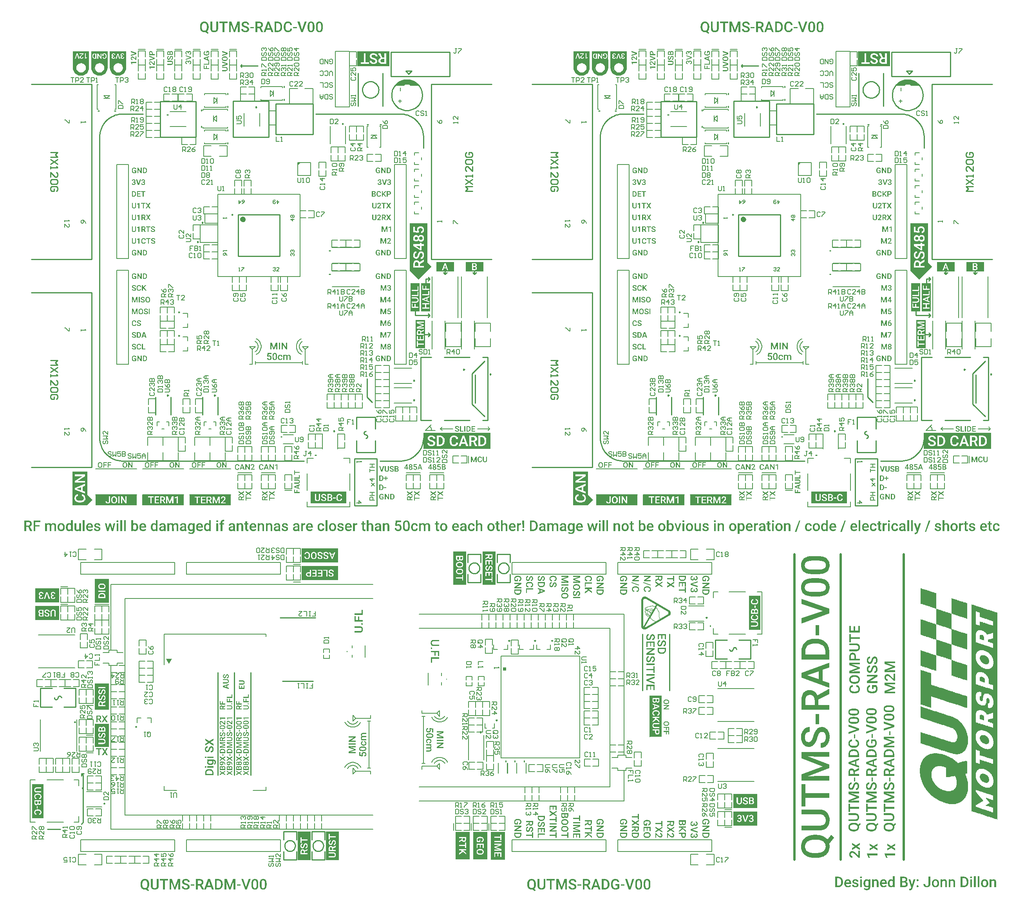
<source format=gto>
G04*
G04 #@! TF.GenerationSoftware,Altium Limited,Altium Designer,21.1.1 (26)*
G04*
G04 Layer_Color=65535*
%FSLAX25Y25*%
%MOIN*%
G70*
G04*
G04 #@! TF.SameCoordinates,F28D7FE3-0C23-4916-8856-21DE0BB7123B*
G04*
G04*
G04 #@! TF.FilePolarity,Positive*
G04*
G01*
G75*
%ADD11C,0.01000*%
%ADD97C,0.01968*%
%ADD98C,0.00591*%
%ADD99C,0.00984*%
%ADD100C,0.00787*%
%ADD101C,0.00500*%
%ADD102C,0.00800*%
%ADD103C,0.00600*%
%ADD104R,0.03000X0.03000*%
%ADD105C,0.02362*%
G36*
X707737Y839268D02*
X707814D01*
X707911Y839254D01*
X708015Y839247D01*
X708133Y839233D01*
X708258Y839213D01*
X708390Y839192D01*
X708667Y839129D01*
X708806Y839088D01*
X708952Y839046D01*
X709091Y838991D01*
X709229Y838928D01*
X709236Y838921D01*
X709264Y838914D01*
X709299Y838893D01*
X709347Y838866D01*
X709410Y838831D01*
X709479Y838789D01*
X709562Y838734D01*
X709646Y838678D01*
X709736Y838616D01*
X709826Y838540D01*
X709923Y838463D01*
X710020Y838373D01*
X710118Y838283D01*
X710208Y838179D01*
X710291Y838074D01*
X710374Y837957D01*
X710381Y837950D01*
X710395Y837929D01*
X710416Y837894D01*
X710437Y837845D01*
X710472Y837790D01*
X710506Y837714D01*
X710541Y837637D01*
X710583Y837547D01*
X710624Y837443D01*
X710659Y837339D01*
X710694Y837221D01*
X710728Y837096D01*
X710749Y836971D01*
X710770Y836839D01*
X710784Y836700D01*
X710791Y836555D01*
X709250D01*
Y836561D01*
Y836582D01*
Y836624D01*
X709243Y836673D01*
X709236Y836728D01*
X709229Y836798D01*
X709215Y836867D01*
X709195Y836950D01*
X709146Y837124D01*
X709111Y837214D01*
X709063Y837304D01*
X709014Y837394D01*
X708959Y837485D01*
X708889Y837568D01*
X708813Y837644D01*
X708806Y837651D01*
X708792Y837658D01*
X708771Y837679D01*
X708737Y837707D01*
X708688Y837734D01*
X708633Y837769D01*
X708570Y837804D01*
X708494Y837845D01*
X708410Y837880D01*
X708320Y837915D01*
X708216Y837950D01*
X708105Y837977D01*
X707987Y838005D01*
X707855Y838026D01*
X707716Y838033D01*
X707571Y838040D01*
X707501D01*
X707446Y838033D01*
X707383D01*
X707307Y838026D01*
X707231Y838012D01*
X707140Y837998D01*
X706953Y837963D01*
X706752Y837901D01*
X706564Y837825D01*
X706474Y837769D01*
X706391Y837714D01*
X706384Y837707D01*
X706370Y837700D01*
X706349Y837679D01*
X706328Y837658D01*
X706294Y837623D01*
X706259Y837582D01*
X706224Y837533D01*
X706183Y837485D01*
X706106Y837353D01*
X706037Y837200D01*
X706016Y837110D01*
X705995Y837020D01*
X705981Y836915D01*
X705974Y836811D01*
Y836804D01*
Y836791D01*
Y836763D01*
X705981Y836728D01*
X705988Y836687D01*
X705995Y836638D01*
X706030Y836527D01*
X706085Y836402D01*
X706120Y836333D01*
X706162Y836263D01*
X706217Y836194D01*
X706280Y836131D01*
X706349Y836062D01*
X706426Y835999D01*
X706432Y835993D01*
X706446Y835985D01*
X706474Y835965D01*
X706516Y835944D01*
X706564Y835916D01*
X706620Y835881D01*
X706696Y835840D01*
X706779Y835798D01*
X706877Y835750D01*
X706988Y835701D01*
X707106Y835652D01*
X707244Y835597D01*
X707390Y835541D01*
X707550Y835486D01*
X707723Y835423D01*
X707911Y835368D01*
X707925D01*
X707959Y835354D01*
X708008Y835340D01*
X708084Y835312D01*
X708175Y835285D01*
X708272Y835250D01*
X708390Y835208D01*
X708508Y835167D01*
X708639Y835118D01*
X708778Y835063D01*
X709056Y834945D01*
X709327Y834813D01*
X709458Y834743D01*
X709576Y834667D01*
X709583Y834660D01*
X709604Y834646D01*
X709639Y834625D01*
X709681Y834597D01*
X709729Y834563D01*
X709792Y834514D01*
X709930Y834403D01*
X710076Y834271D01*
X710236Y834119D01*
X710374Y833945D01*
X710444Y833855D01*
X710499Y833758D01*
X710506Y833751D01*
X710513Y833737D01*
X710527Y833709D01*
X710548Y833668D01*
X710569Y833619D01*
X710597Y833564D01*
X710624Y833494D01*
X710652Y833418D01*
X710680Y833334D01*
X710701Y833244D01*
X710728Y833147D01*
X710749Y833043D01*
X710784Y832821D01*
X710798Y832696D01*
Y832571D01*
Y832557D01*
Y832522D01*
X710791Y832467D01*
X710784Y832391D01*
X710770Y832293D01*
X710756Y832182D01*
X710728Y832064D01*
X710694Y831933D01*
X710645Y831794D01*
X710590Y831648D01*
X710520Y831502D01*
X710437Y831357D01*
X710340Y831211D01*
X710229Y831065D01*
X710097Y830933D01*
X709944Y830801D01*
X709937Y830794D01*
X709902Y830774D01*
X709854Y830739D01*
X709792Y830697D01*
X709701Y830649D01*
X709597Y830593D01*
X709472Y830538D01*
X709334Y830475D01*
X709181Y830413D01*
X709007Y830357D01*
X708813Y830302D01*
X708612Y830253D01*
X708390Y830211D01*
X708154Y830177D01*
X707897Y830156D01*
X707633Y830149D01*
X707536D01*
X707474Y830156D01*
X707383Y830163D01*
X707286Y830170D01*
X707175Y830177D01*
X707050Y830191D01*
X706918Y830211D01*
X706779Y830232D01*
X706481Y830302D01*
X706328Y830336D01*
X706169Y830385D01*
X706016Y830441D01*
X705864Y830503D01*
X705857Y830510D01*
X705829Y830517D01*
X705787Y830538D01*
X705732Y830565D01*
X705662Y830607D01*
X705586Y830649D01*
X705496Y830697D01*
X705405Y830760D01*
X705308Y830822D01*
X705204Y830898D01*
X705100Y830975D01*
X704996Y831065D01*
X704788Y831259D01*
X704698Y831370D01*
X704607Y831481D01*
X704600Y831488D01*
X704587Y831509D01*
X704566Y831544D01*
X704538Y831592D01*
X704503Y831655D01*
X704462Y831724D01*
X704427Y831808D01*
X704385Y831905D01*
X704337Y832009D01*
X704302Y832120D01*
X704260Y832238D01*
X704226Y832370D01*
X704198Y832509D01*
X704177Y832647D01*
X704163Y832800D01*
X704156Y832953D01*
X705704D01*
Y832946D01*
Y832918D01*
X705711Y832883D01*
Y832828D01*
X705718Y832765D01*
X705732Y832689D01*
X705746Y832613D01*
X705766Y832522D01*
X705794Y832432D01*
X705829Y832335D01*
X705864Y832238D01*
X705912Y832141D01*
X705974Y832044D01*
X706037Y831953D01*
X706113Y831863D01*
X706204Y831780D01*
X706211Y831773D01*
X706224Y831759D01*
X706259Y831745D01*
X706294Y831717D01*
X706349Y831683D01*
X706412Y831648D01*
X706488Y831613D01*
X706571Y831579D01*
X706669Y831537D01*
X706773Y831502D01*
X706891Y831468D01*
X707016Y831433D01*
X707154Y831405D01*
X707307Y831391D01*
X707467Y831377D01*
X707633Y831370D01*
X707710D01*
X707765Y831377D01*
X707834D01*
X707911Y831391D01*
X707994Y831398D01*
X708084Y831412D01*
X708279Y831454D01*
X708480Y831509D01*
X708674Y831592D01*
X708764Y831641D01*
X708841Y831697D01*
X708848Y831703D01*
X708861Y831711D01*
X708875Y831731D01*
X708903Y831759D01*
X708938Y831787D01*
X708973Y831828D01*
X709049Y831926D01*
X709118Y832051D01*
X709188Y832196D01*
X709215Y832280D01*
X709229Y832370D01*
X709243Y832460D01*
X709250Y832557D01*
Y832564D01*
Y832585D01*
Y832613D01*
X709243Y832654D01*
X709236Y832703D01*
X709229Y832758D01*
X709202Y832890D01*
X709153Y833036D01*
X709118Y833105D01*
X709077Y833182D01*
X709028Y833258D01*
X708980Y833327D01*
X708910Y833397D01*
X708841Y833459D01*
X708834Y833466D01*
X708820Y833473D01*
X708799Y833494D01*
X708757Y833515D01*
X708716Y833543D01*
X708653Y833577D01*
X708584Y833619D01*
X708501Y833661D01*
X708403Y833709D01*
X708299Y833758D01*
X708175Y833806D01*
X708043Y833862D01*
X707890Y833917D01*
X707730Y833980D01*
X707550Y834035D01*
X707356Y834098D01*
X707342Y834105D01*
X707307Y834112D01*
X707252Y834133D01*
X707175Y834153D01*
X707085Y834188D01*
X706981Y834223D01*
X706863Y834264D01*
X706738Y834313D01*
X706606Y834362D01*
X706467Y834417D01*
X706183Y834542D01*
X705905Y834674D01*
X705773Y834743D01*
X705648Y834820D01*
X705634Y834826D01*
X705600Y834854D01*
X705537Y834896D01*
X705461Y834958D01*
X705364Y835035D01*
X705267Y835125D01*
X705156Y835236D01*
X705045Y835354D01*
X704927Y835493D01*
X704815Y835639D01*
X704718Y835805D01*
X704621Y835979D01*
X704545Y836166D01*
X704489Y836367D01*
X704448Y836582D01*
X704441Y836693D01*
X704434Y836804D01*
Y836818D01*
Y836853D01*
X704441Y836909D01*
X704448Y836985D01*
X704462Y837075D01*
X704482Y837179D01*
X704510Y837297D01*
X704545Y837429D01*
X704587Y837568D01*
X704649Y837707D01*
X704718Y837859D01*
X704802Y838005D01*
X704906Y838151D01*
X705017Y838297D01*
X705156Y838442D01*
X705308Y838574D01*
X705315Y838581D01*
X705350Y838602D01*
X705399Y838637D01*
X705468Y838685D01*
X705551Y838734D01*
X705655Y838796D01*
X705780Y838859D01*
X705919Y838928D01*
X706079Y838991D01*
X706245Y839053D01*
X706432Y839116D01*
X706634Y839164D01*
X706849Y839213D01*
X707078Y839247D01*
X707321Y839268D01*
X707578Y839275D01*
X707668D01*
X707737Y839268D01*
D02*
G37*
G36*
X281753D02*
X281829D01*
X281926Y839254D01*
X282031Y839247D01*
X282149Y839233D01*
X282274Y839213D01*
X282405Y839192D01*
X282683Y839129D01*
X282822Y839088D01*
X282967Y839046D01*
X283106Y838991D01*
X283245Y838928D01*
X283252Y838921D01*
X283280Y838914D01*
X283314Y838893D01*
X283363Y838866D01*
X283425Y838831D01*
X283495Y838789D01*
X283578Y838734D01*
X283662Y838678D01*
X283752Y838616D01*
X283842Y838540D01*
X283939Y838463D01*
X284036Y838373D01*
X284133Y838283D01*
X284224Y838179D01*
X284307Y838074D01*
X284390Y837957D01*
X284397Y837950D01*
X284411Y837929D01*
X284432Y837894D01*
X284453Y837845D01*
X284487Y837790D01*
X284522Y837714D01*
X284557Y837637D01*
X284598Y837547D01*
X284640Y837443D01*
X284675Y837339D01*
X284709Y837221D01*
X284744Y837096D01*
X284765Y836971D01*
X284786Y836839D01*
X284800Y836700D01*
X284807Y836555D01*
X283266D01*
Y836561D01*
Y836582D01*
Y836624D01*
X283259Y836673D01*
X283252Y836728D01*
X283245Y836798D01*
X283231Y836867D01*
X283210Y836950D01*
X283162Y837124D01*
X283127Y837214D01*
X283079Y837304D01*
X283030Y837394D01*
X282974Y837485D01*
X282905Y837568D01*
X282829Y837644D01*
X282822Y837651D01*
X282808Y837658D01*
X282787Y837679D01*
X282752Y837707D01*
X282704Y837734D01*
X282648Y837769D01*
X282586Y837804D01*
X282509Y837845D01*
X282426Y837880D01*
X282336Y837915D01*
X282232Y837950D01*
X282121Y837977D01*
X282003Y838005D01*
X281871Y838026D01*
X281732Y838033D01*
X281586Y838040D01*
X281517D01*
X281462Y838033D01*
X281399D01*
X281323Y838026D01*
X281246Y838012D01*
X281156Y837998D01*
X280969Y837963D01*
X280767Y837901D01*
X280580Y837825D01*
X280490Y837769D01*
X280407Y837714D01*
X280400Y837707D01*
X280386Y837700D01*
X280365Y837679D01*
X280344Y837658D01*
X280310Y837623D01*
X280275Y837582D01*
X280240Y837533D01*
X280198Y837485D01*
X280122Y837353D01*
X280053Y837200D01*
X280032Y837110D01*
X280011Y837020D01*
X279997Y836915D01*
X279990Y836811D01*
Y836804D01*
Y836791D01*
Y836763D01*
X279997Y836728D01*
X280004Y836687D01*
X280011Y836638D01*
X280046Y836527D01*
X280101Y836402D01*
X280136Y836333D01*
X280178Y836263D01*
X280233Y836194D01*
X280296Y836131D01*
X280365Y836062D01*
X280441Y835999D01*
X280448Y835993D01*
X280462Y835985D01*
X280490Y835965D01*
X280532Y835944D01*
X280580Y835916D01*
X280636Y835881D01*
X280712Y835840D01*
X280795Y835798D01*
X280892Y835750D01*
X281003Y835701D01*
X281121Y835652D01*
X281260Y835597D01*
X281406Y835541D01*
X281566Y835486D01*
X281739Y835423D01*
X281926Y835368D01*
X281940D01*
X281975Y835354D01*
X282024Y835340D01*
X282100Y835312D01*
X282190Y835285D01*
X282287Y835250D01*
X282405Y835208D01*
X282523Y835167D01*
X282655Y835118D01*
X282794Y835063D01*
X283072Y834945D01*
X283342Y834813D01*
X283474Y834743D01*
X283592Y834667D01*
X283599Y834660D01*
X283620Y834646D01*
X283655Y834625D01*
X283696Y834597D01*
X283745Y834563D01*
X283807Y834514D01*
X283946Y834403D01*
X284092Y834271D01*
X284251Y834119D01*
X284390Y833945D01*
X284460Y833855D01*
X284515Y833758D01*
X284522Y833751D01*
X284529Y833737D01*
X284543Y833709D01*
X284564Y833668D01*
X284584Y833619D01*
X284612Y833564D01*
X284640Y833494D01*
X284668Y833418D01*
X284696Y833334D01*
X284716Y833244D01*
X284744Y833147D01*
X284765Y833043D01*
X284800Y832821D01*
X284813Y832696D01*
Y832571D01*
Y832557D01*
Y832522D01*
X284807Y832467D01*
X284800Y832391D01*
X284786Y832293D01*
X284772Y832182D01*
X284744Y832064D01*
X284709Y831933D01*
X284661Y831794D01*
X284605Y831648D01*
X284536Y831502D01*
X284453Y831357D01*
X284355Y831211D01*
X284244Y831065D01*
X284113Y830933D01*
X283960Y830801D01*
X283953Y830794D01*
X283918Y830774D01*
X283870Y830739D01*
X283807Y830697D01*
X283717Y830649D01*
X283613Y830593D01*
X283488Y830538D01*
X283349Y830475D01*
X283196Y830413D01*
X283023Y830357D01*
X282829Y830302D01*
X282627Y830253D01*
X282405Y830211D01*
X282169Y830177D01*
X281913Y830156D01*
X281649Y830149D01*
X281552D01*
X281489Y830156D01*
X281399Y830163D01*
X281302Y830170D01*
X281191Y830177D01*
X281066Y830191D01*
X280934Y830211D01*
X280795Y830232D01*
X280497Y830302D01*
X280344Y830336D01*
X280185Y830385D01*
X280032Y830441D01*
X279879Y830503D01*
X279872Y830510D01*
X279844Y830517D01*
X279803Y830538D01*
X279747Y830565D01*
X279678Y830607D01*
X279602Y830649D01*
X279511Y830697D01*
X279421Y830760D01*
X279324Y830822D01*
X279220Y830898D01*
X279116Y830975D01*
X279012Y831065D01*
X278803Y831259D01*
X278713Y831370D01*
X278623Y831481D01*
X278616Y831488D01*
X278602Y831509D01*
X278581Y831544D01*
X278554Y831592D01*
X278519Y831655D01*
X278477Y831724D01*
X278443Y831808D01*
X278401Y831905D01*
X278352Y832009D01*
X278318Y832120D01*
X278276Y832238D01*
X278241Y832370D01*
X278214Y832509D01*
X278193Y832647D01*
X278179Y832800D01*
X278172Y832953D01*
X279720D01*
Y832946D01*
Y832918D01*
X279727Y832883D01*
Y832828D01*
X279733Y832765D01*
X279747Y832689D01*
X279761Y832613D01*
X279782Y832522D01*
X279810Y832432D01*
X279844Y832335D01*
X279879Y832238D01*
X279928Y832141D01*
X279990Y832044D01*
X280053Y831953D01*
X280129Y831863D01*
X280219Y831780D01*
X280226Y831773D01*
X280240Y831759D01*
X280275Y831745D01*
X280310Y831717D01*
X280365Y831683D01*
X280428Y831648D01*
X280504Y831613D01*
X280587Y831579D01*
X280684Y831537D01*
X280788Y831502D01*
X280906Y831468D01*
X281031Y831433D01*
X281170Y831405D01*
X281323Y831391D01*
X281482Y831377D01*
X281649Y831370D01*
X281725D01*
X281781Y831377D01*
X281850D01*
X281926Y831391D01*
X282010Y831398D01*
X282100Y831412D01*
X282294Y831454D01*
X282496Y831509D01*
X282690Y831592D01*
X282780Y831641D01*
X282856Y831697D01*
X282863Y831703D01*
X282877Y831711D01*
X282891Y831731D01*
X282919Y831759D01*
X282954Y831787D01*
X282988Y831828D01*
X283065Y831926D01*
X283134Y832051D01*
X283204Y832196D01*
X283231Y832280D01*
X283245Y832370D01*
X283259Y832460D01*
X283266Y832557D01*
Y832564D01*
Y832585D01*
Y832613D01*
X283259Y832654D01*
X283252Y832703D01*
X283245Y832758D01*
X283217Y832890D01*
X283169Y833036D01*
X283134Y833105D01*
X283092Y833182D01*
X283044Y833258D01*
X282995Y833327D01*
X282926Y833397D01*
X282856Y833459D01*
X282850Y833466D01*
X282836Y833473D01*
X282815Y833494D01*
X282773Y833515D01*
X282732Y833543D01*
X282669Y833577D01*
X282600Y833619D01*
X282516Y833661D01*
X282419Y833709D01*
X282315Y833758D01*
X282190Y833806D01*
X282058Y833862D01*
X281906Y833917D01*
X281746Y833980D01*
X281566Y834035D01*
X281371Y834098D01*
X281357Y834105D01*
X281323Y834112D01*
X281267Y834133D01*
X281191Y834153D01*
X281101Y834188D01*
X280996Y834223D01*
X280879Y834264D01*
X280754Y834313D01*
X280622Y834362D01*
X280483Y834417D01*
X280198Y834542D01*
X279921Y834674D01*
X279789Y834743D01*
X279664Y834820D01*
X279650Y834826D01*
X279615Y834854D01*
X279553Y834896D01*
X279477Y834958D01*
X279380Y835035D01*
X279282Y835125D01*
X279171Y835236D01*
X279060Y835354D01*
X278942Y835493D01*
X278831Y835639D01*
X278734Y835805D01*
X278637Y835979D01*
X278561Y836166D01*
X278505Y836367D01*
X278463Y836582D01*
X278456Y836693D01*
X278450Y836804D01*
Y836818D01*
Y836853D01*
X278456Y836909D01*
X278463Y836985D01*
X278477Y837075D01*
X278498Y837179D01*
X278526Y837297D01*
X278561Y837429D01*
X278602Y837568D01*
X278665Y837707D01*
X278734Y837859D01*
X278817Y838005D01*
X278922Y838151D01*
X279032Y838297D01*
X279171Y838442D01*
X279324Y838574D01*
X279331Y838581D01*
X279366Y838602D01*
X279414Y838637D01*
X279484Y838685D01*
X279567Y838734D01*
X279671Y838796D01*
X279796Y838859D01*
X279935Y838928D01*
X280094Y838991D01*
X280261Y839053D01*
X280448Y839116D01*
X280649Y839164D01*
X280865Y839213D01*
X281094Y839247D01*
X281337Y839268D01*
X281593Y839275D01*
X281684D01*
X281753Y839268D01*
D02*
G37*
G36*
X744027D02*
X744131Y839261D01*
X744255Y839247D01*
X744401Y839233D01*
X744561Y839206D01*
X744734Y839178D01*
X744922Y839129D01*
X745109Y839081D01*
X745310Y839011D01*
X745505Y838935D01*
X745706Y838845D01*
X745893Y838734D01*
X746081Y838609D01*
X746254Y838470D01*
X746261Y838463D01*
X746296Y838435D01*
X746338Y838387D01*
X746400Y838324D01*
X746469Y838241D01*
X746546Y838144D01*
X746629Y838026D01*
X746719Y837887D01*
X746809Y837734D01*
X746900Y837568D01*
X746990Y837381D01*
X747073Y837179D01*
X747143Y836964D01*
X747212Y836728D01*
X747261Y836478D01*
X747295Y836215D01*
X745761D01*
Y836228D01*
X745755Y836256D01*
X745748Y836305D01*
X745741Y836374D01*
X745720Y836450D01*
X745706Y836541D01*
X745678Y836638D01*
X745650Y836749D01*
X745574Y836971D01*
X745477Y837200D01*
X745422Y837311D01*
X745352Y837415D01*
X745283Y837512D01*
X745199Y837596D01*
X745192Y837603D01*
X745179Y837616D01*
X745151Y837637D01*
X745116Y837665D01*
X745068Y837693D01*
X745012Y837734D01*
X744949Y837769D01*
X744866Y837811D01*
X744783Y837852D01*
X744686Y837887D01*
X744575Y837929D01*
X744457Y837957D01*
X744332Y837984D01*
X744193Y838005D01*
X744047Y838019D01*
X743888Y838026D01*
X743846D01*
X743791Y838019D01*
X743721Y838012D01*
X743638Y838005D01*
X743541Y837984D01*
X743437Y837963D01*
X743319Y837936D01*
X743194Y837894D01*
X743069Y837845D01*
X742937Y837790D01*
X742812Y837714D01*
X742687Y837630D01*
X742562Y837533D01*
X742444Y837422D01*
X742340Y837290D01*
X742333Y837283D01*
X742319Y837256D01*
X742291Y837214D01*
X742257Y837151D01*
X742215Y837075D01*
X742167Y836985D01*
X742118Y836874D01*
X742069Y836742D01*
X742014Y836603D01*
X741965Y836444D01*
X741917Y836263D01*
X741875Y836069D01*
X741840Y835861D01*
X741813Y835632D01*
X741792Y835389D01*
X741785Y835132D01*
Y834341D01*
Y834334D01*
Y834327D01*
Y834306D01*
Y834278D01*
X741792Y834202D01*
Y834105D01*
X741799Y833987D01*
X741813Y833848D01*
X741826Y833695D01*
X741847Y833529D01*
X741875Y833355D01*
X741910Y833175D01*
X741952Y832994D01*
X742000Y832807D01*
X742063Y832633D01*
X742132Y832460D01*
X742208Y832300D01*
X742299Y832148D01*
X742305Y832141D01*
X742326Y832113D01*
X742354Y832078D01*
X742396Y832030D01*
X742451Y831974D01*
X742514Y831912D01*
X742597Y831842D01*
X742680Y831773D01*
X742784Y831697D01*
X742895Y831634D01*
X743020Y831565D01*
X743159Y831509D01*
X743305Y831461D01*
X743464Y831426D01*
X743631Y831398D01*
X743811Y831391D01*
X743902D01*
X743964Y831398D01*
X744033Y831405D01*
X744124Y831412D01*
X744221Y831426D01*
X744325Y831440D01*
X744547Y831488D01*
X744658Y831523D01*
X744769Y831565D01*
X744880Y831606D01*
X744991Y831662D01*
X745088Y831724D01*
X745179Y831794D01*
X745186Y831801D01*
X745199Y831815D01*
X745220Y831835D01*
X745255Y831870D01*
X745290Y831919D01*
X745331Y831974D01*
X745373Y832044D01*
X745422Y832120D01*
X745470Y832203D01*
X745526Y832307D01*
X745574Y832418D01*
X745616Y832543D01*
X745664Y832675D01*
X745699Y832821D01*
X745734Y832981D01*
X745761Y833154D01*
X747295D01*
Y833147D01*
Y833140D01*
X747288Y833119D01*
Y833092D01*
X747274Y833015D01*
X747261Y832918D01*
X747240Y832800D01*
X747205Y832661D01*
X747163Y832509D01*
X747115Y832349D01*
X747052Y832176D01*
X746983Y831995D01*
X746900Y831808D01*
X746796Y831620D01*
X746685Y831440D01*
X746553Y831266D01*
X746407Y831100D01*
X746247Y830940D01*
X746233Y830933D01*
X746206Y830906D01*
X746150Y830871D01*
X746081Y830815D01*
X745991Y830760D01*
X745880Y830690D01*
X745748Y830621D01*
X745602Y830545D01*
X745435Y830468D01*
X745248Y830399D01*
X745047Y830329D01*
X744832Y830274D01*
X744602Y830225D01*
X744353Y830184D01*
X744089Y830156D01*
X743811Y830149D01*
X743763D01*
X743707Y830156D01*
X743631D01*
X743541Y830163D01*
X743430Y830177D01*
X743312Y830191D01*
X743180Y830211D01*
X743034Y830239D01*
X742888Y830274D01*
X742729Y830309D01*
X742576Y830357D01*
X742410Y830420D01*
X742250Y830482D01*
X742090Y830558D01*
X741938Y830649D01*
X741931Y830656D01*
X741903Y830669D01*
X741861Y830704D01*
X741806Y830746D01*
X741736Y830794D01*
X741660Y830857D01*
X741577Y830933D01*
X741479Y831017D01*
X741382Y831114D01*
X741278Y831218D01*
X741174Y831336D01*
X741077Y831468D01*
X740973Y831606D01*
X740876Y831752D01*
X740779Y831912D01*
X740695Y832078D01*
X740688Y832092D01*
X740674Y832120D01*
X740654Y832176D01*
X740626Y832245D01*
X740591Y832328D01*
X740556Y832439D01*
X740515Y832557D01*
X740473Y832696D01*
X740432Y832849D01*
X740390Y833015D01*
X740355Y833189D01*
X740321Y833376D01*
X740286Y833577D01*
X740265Y833786D01*
X740244Y834008D01*
X740237Y834230D01*
Y835063D01*
Y835069D01*
Y835076D01*
Y835118D01*
Y835187D01*
X740244Y835271D01*
X740251Y835382D01*
X740258Y835514D01*
X740272Y835652D01*
X740293Y835812D01*
X740314Y835979D01*
X740348Y836152D01*
X740383Y836339D01*
X740425Y836527D01*
X740473Y836714D01*
X740536Y836909D01*
X740605Y837096D01*
X740681Y837276D01*
X740688Y837290D01*
X740702Y837318D01*
X740730Y837367D01*
X740765Y837436D01*
X740813Y837512D01*
X740869Y837609D01*
X740931Y837707D01*
X741008Y837818D01*
X741091Y837936D01*
X741188Y838061D01*
X741292Y838179D01*
X741410Y838303D01*
X741528Y838428D01*
X741667Y838540D01*
X741806Y838651D01*
X741958Y838755D01*
X741965Y838762D01*
X741993Y838775D01*
X742042Y838803D01*
X742104Y838838D01*
X742187Y838873D01*
X742278Y838921D01*
X742389Y838970D01*
X742514Y839018D01*
X742646Y839067D01*
X742798Y839108D01*
X742958Y839157D01*
X743124Y839192D01*
X743305Y839227D01*
X743492Y839254D01*
X743686Y839268D01*
X743888Y839275D01*
X743985D01*
X744027Y839268D01*
D02*
G37*
G36*
X318042D02*
X318146Y839261D01*
X318271Y839247D01*
X318417Y839233D01*
X318577Y839206D01*
X318750Y839178D01*
X318937Y839129D01*
X319125Y839081D01*
X319326Y839011D01*
X319520Y838935D01*
X319722Y838845D01*
X319909Y838734D01*
X320096Y838609D01*
X320270Y838470D01*
X320277Y838463D01*
X320312Y838435D01*
X320353Y838387D01*
X320416Y838324D01*
X320485Y838241D01*
X320562Y838144D01*
X320645Y838026D01*
X320735Y837887D01*
X320825Y837734D01*
X320915Y837568D01*
X321006Y837381D01*
X321089Y837179D01*
X321158Y836964D01*
X321228Y836728D01*
X321276Y836478D01*
X321311Y836215D01*
X319777D01*
Y836228D01*
X319770Y836256D01*
X319763Y836305D01*
X319756Y836374D01*
X319736Y836450D01*
X319722Y836541D01*
X319694Y836638D01*
X319666Y836749D01*
X319590Y836971D01*
X319493Y837200D01*
X319437Y837311D01*
X319368Y837415D01*
X319298Y837512D01*
X319215Y837596D01*
X319208Y837603D01*
X319194Y837616D01*
X319166Y837637D01*
X319132Y837665D01*
X319083Y837693D01*
X319028Y837734D01*
X318965Y837769D01*
X318882Y837811D01*
X318799Y837852D01*
X318702Y837887D01*
X318590Y837929D01*
X318473Y837957D01*
X318348Y837984D01*
X318209Y838005D01*
X318063Y838019D01*
X317903Y838026D01*
X317862D01*
X317806Y838019D01*
X317737Y838012D01*
X317654Y838005D01*
X317557Y837984D01*
X317452Y837963D01*
X317334Y837936D01*
X317210Y837894D01*
X317085Y837845D01*
X316953Y837790D01*
X316828Y837714D01*
X316703Y837630D01*
X316578Y837533D01*
X316460Y837422D01*
X316356Y837290D01*
X316349Y837283D01*
X316335Y837256D01*
X316307Y837214D01*
X316273Y837151D01*
X316231Y837075D01*
X316182Y836985D01*
X316134Y836874D01*
X316085Y836742D01*
X316030Y836603D01*
X315981Y836444D01*
X315932Y836263D01*
X315891Y836069D01*
X315856Y835861D01*
X315828Y835632D01*
X315808Y835389D01*
X315801Y835132D01*
Y834341D01*
Y834334D01*
Y834327D01*
Y834306D01*
Y834278D01*
X315808Y834202D01*
Y834105D01*
X315814Y833987D01*
X315828Y833848D01*
X315842Y833695D01*
X315863Y833529D01*
X315891Y833355D01*
X315926Y833175D01*
X315967Y832994D01*
X316016Y832807D01*
X316078Y832633D01*
X316148Y832460D01*
X316224Y832300D01*
X316314Y832148D01*
X316321Y832141D01*
X316342Y832113D01*
X316370Y832078D01*
X316411Y832030D01*
X316467Y831974D01*
X316529Y831912D01*
X316613Y831842D01*
X316696Y831773D01*
X316800Y831697D01*
X316911Y831634D01*
X317036Y831565D01*
X317175Y831509D01*
X317320Y831461D01*
X317480Y831426D01*
X317647Y831398D01*
X317827Y831391D01*
X317917D01*
X317980Y831398D01*
X318049Y831405D01*
X318139Y831412D01*
X318237Y831426D01*
X318341Y831440D01*
X318563Y831488D01*
X318674Y831523D01*
X318785Y831565D01*
X318896Y831606D01*
X319007Y831662D01*
X319104Y831724D01*
X319194Y831794D01*
X319201Y831801D01*
X319215Y831815D01*
X319236Y831835D01*
X319271Y831870D01*
X319305Y831919D01*
X319347Y831974D01*
X319389Y832044D01*
X319437Y832120D01*
X319486Y832203D01*
X319541Y832307D01*
X319590Y832418D01*
X319632Y832543D01*
X319680Y832675D01*
X319715Y832821D01*
X319749Y832981D01*
X319777Y833154D01*
X321311D01*
Y833147D01*
Y833140D01*
X321304Y833119D01*
Y833092D01*
X321290Y833015D01*
X321276Y832918D01*
X321255Y832800D01*
X321221Y832661D01*
X321179Y832509D01*
X321131Y832349D01*
X321068Y832176D01*
X320999Y831995D01*
X320915Y831808D01*
X320811Y831620D01*
X320700Y831440D01*
X320568Y831266D01*
X320423Y831100D01*
X320263Y830940D01*
X320249Y830933D01*
X320221Y830906D01*
X320166Y830871D01*
X320096Y830815D01*
X320006Y830760D01*
X319895Y830690D01*
X319763Y830621D01*
X319618Y830545D01*
X319451Y830468D01*
X319264Y830399D01*
X319062Y830329D01*
X318847Y830274D01*
X318618Y830225D01*
X318368Y830184D01*
X318105Y830156D01*
X317827Y830149D01*
X317778D01*
X317723Y830156D01*
X317647D01*
X317557Y830163D01*
X317445Y830177D01*
X317327Y830191D01*
X317196Y830211D01*
X317050Y830239D01*
X316904Y830274D01*
X316744Y830309D01*
X316592Y830357D01*
X316425Y830420D01*
X316266Y830482D01*
X316106Y830558D01*
X315953Y830649D01*
X315946Y830656D01*
X315919Y830669D01*
X315877Y830704D01*
X315822Y830746D01*
X315752Y830794D01*
X315676Y830857D01*
X315592Y830933D01*
X315495Y831017D01*
X315398Y831114D01*
X315294Y831218D01*
X315190Y831336D01*
X315093Y831468D01*
X314989Y831606D01*
X314892Y831752D01*
X314794Y831912D01*
X314711Y832078D01*
X314704Y832092D01*
X314690Y832120D01*
X314669Y832176D01*
X314642Y832245D01*
X314607Y832328D01*
X314572Y832439D01*
X314531Y832557D01*
X314489Y832696D01*
X314447Y832849D01*
X314406Y833015D01*
X314371Y833189D01*
X314336Y833376D01*
X314302Y833577D01*
X314281Y833786D01*
X314260Y834008D01*
X314253Y834230D01*
Y835063D01*
Y835069D01*
Y835076D01*
Y835118D01*
Y835187D01*
X314260Y835271D01*
X314267Y835382D01*
X314274Y835514D01*
X314288Y835652D01*
X314309Y835812D01*
X314329Y835979D01*
X314364Y836152D01*
X314399Y836339D01*
X314440Y836527D01*
X314489Y836714D01*
X314551Y836909D01*
X314621Y837096D01*
X314697Y837276D01*
X314704Y837290D01*
X314718Y837318D01*
X314746Y837367D01*
X314780Y837436D01*
X314829Y837512D01*
X314885Y837609D01*
X314947Y837707D01*
X315023Y837818D01*
X315107Y837936D01*
X315204Y838061D01*
X315308Y838179D01*
X315426Y838303D01*
X315544Y838428D01*
X315683Y838540D01*
X315822Y838651D01*
X315974Y838755D01*
X315981Y838762D01*
X316009Y838775D01*
X316057Y838803D01*
X316120Y838838D01*
X316203Y838873D01*
X316293Y838921D01*
X316404Y838970D01*
X316529Y839018D01*
X316661Y839067D01*
X316814Y839108D01*
X316973Y839157D01*
X317140Y839192D01*
X317320Y839227D01*
X317508Y839254D01*
X317702Y839268D01*
X317903Y839275D01*
X318001D01*
X318042Y839268D01*
D02*
G37*
G36*
X751404Y833452D02*
X748204D01*
Y834646D01*
X751404D01*
Y833452D01*
D02*
G37*
G36*
X325419D02*
X322220D01*
Y834646D01*
X325419D01*
Y833452D01*
D02*
G37*
G36*
X714879D02*
X711679D01*
Y834646D01*
X714879D01*
Y833452D01*
D02*
G37*
G36*
X288894D02*
X285695D01*
Y834646D01*
X288894D01*
Y833452D01*
D02*
G37*
G36*
X702789Y830274D02*
X701248D01*
Y833196D01*
X701401Y837117D01*
X698778Y830274D01*
X697674D01*
X695058Y837110D01*
X695211Y833196D01*
Y830274D01*
X693677D01*
Y839157D01*
X695676D01*
X698236Y832342D01*
X700790Y839157D01*
X702789D01*
Y830274D01*
D02*
G37*
G36*
X276805D02*
X275264D01*
Y833196D01*
X275417Y837117D01*
X272794Y830274D01*
X271690D01*
X269074Y837110D01*
X269226Y833196D01*
Y830274D01*
X267693D01*
Y839157D01*
X269691D01*
X272252Y832342D01*
X274806Y839157D01*
X276805D01*
Y830274D01*
D02*
G37*
G36*
X756664Y830274D02*
X755165D01*
X751987Y839157D01*
X753673D01*
X755908Y832203D01*
X758163Y839157D01*
X759857D01*
X756664Y830274D01*
D02*
G37*
G36*
X330680D02*
X329181D01*
X326002Y839157D01*
X327689D01*
X329924Y832203D01*
X332179Y839157D01*
X333872D01*
X330680Y830274D01*
D02*
G37*
G36*
X684447Y833216D02*
Y833210D01*
Y833203D01*
Y833182D01*
Y833154D01*
X684440Y833078D01*
X684433Y832981D01*
X684419Y832862D01*
X684398Y832724D01*
X684370Y832571D01*
X684336Y832405D01*
X684287Y832231D01*
X684225Y832051D01*
X684148Y831863D01*
X684065Y831676D01*
X683961Y831488D01*
X683836Y831308D01*
X683697Y831135D01*
X683537Y830975D01*
X683531Y830968D01*
X683496Y830940D01*
X683447Y830898D01*
X683371Y830843D01*
X683281Y830781D01*
X683170Y830711D01*
X683045Y830642D01*
X682899Y830565D01*
X682732Y830482D01*
X682552Y830413D01*
X682358Y830343D01*
X682142Y830281D01*
X681914Y830225D01*
X681664Y830184D01*
X681407Y830156D01*
X681129Y830149D01*
X681025D01*
X680984Y830156D01*
X680879Y830163D01*
X680748Y830177D01*
X680602Y830191D01*
X680435Y830218D01*
X680255Y830253D01*
X680067Y830295D01*
X679873Y830350D01*
X679672Y830413D01*
X679464Y830489D01*
X679269Y830586D01*
X679068Y830690D01*
X678881Y830815D01*
X678707Y830961D01*
X678700Y830968D01*
X678666Y830996D01*
X678624Y831044D01*
X678568Y831114D01*
X678499Y831197D01*
X678423Y831294D01*
X678346Y831412D01*
X678263Y831551D01*
X678180Y831703D01*
X678096Y831870D01*
X678020Y832057D01*
X677951Y832259D01*
X677895Y832474D01*
X677854Y832710D01*
X677819Y832960D01*
X677812Y833223D01*
Y839157D01*
X679353D01*
Y833210D01*
Y833203D01*
Y833168D01*
Y833126D01*
X679360Y833064D01*
X679366Y832987D01*
X679374Y832904D01*
X679387Y832807D01*
X679408Y832710D01*
X679464Y832488D01*
X679498Y832377D01*
X679540Y832259D01*
X679596Y832148D01*
X679658Y832044D01*
X679727Y831940D01*
X679804Y831849D01*
X679811Y831842D01*
X679825Y831828D01*
X679852Y831808D01*
X679887Y831780D01*
X679936Y831738D01*
X679991Y831703D01*
X680060Y831662D01*
X680137Y831620D01*
X680227Y831572D01*
X680324Y831530D01*
X680435Y831495D01*
X680553Y831461D01*
X680685Y831426D01*
X680824Y831405D01*
X680970Y831391D01*
X681129Y831384D01*
X681171D01*
X681206Y831391D01*
X681247D01*
X681296Y831398D01*
X681407Y831412D01*
X681546Y831440D01*
X681691Y831481D01*
X681858Y831544D01*
X682025Y831620D01*
X682184Y831717D01*
X682351Y831842D01*
X682427Y831912D01*
X682497Y831995D01*
X682566Y832078D01*
X682635Y832176D01*
X682698Y832280D01*
X682746Y832391D01*
X682795Y832509D01*
X682836Y832640D01*
X682871Y832779D01*
X682892Y832932D01*
X682906Y833092D01*
X682913Y833258D01*
Y839157D01*
X684447D01*
Y833216D01*
D02*
G37*
G36*
X258462D02*
Y833210D01*
Y833203D01*
Y833182D01*
Y833154D01*
X258455Y833078D01*
X258449Y832981D01*
X258435Y832862D01*
X258414Y832724D01*
X258386Y832571D01*
X258351Y832405D01*
X258303Y832231D01*
X258240Y832051D01*
X258164Y831863D01*
X258081Y831676D01*
X257977Y831488D01*
X257852Y831308D01*
X257713Y831135D01*
X257553Y830975D01*
X257546Y830968D01*
X257512Y830940D01*
X257463Y830898D01*
X257387Y830843D01*
X257296Y830781D01*
X257185Y830711D01*
X257061Y830642D01*
X256915Y830565D01*
X256748Y830482D01*
X256568Y830413D01*
X256373Y830343D01*
X256158Y830281D01*
X255929Y830225D01*
X255679Y830184D01*
X255423Y830156D01*
X255145Y830149D01*
X255041D01*
X254999Y830156D01*
X254895Y830163D01*
X254763Y830177D01*
X254618Y830191D01*
X254451Y830218D01*
X254271Y830253D01*
X254083Y830295D01*
X253889Y830350D01*
X253688Y830413D01*
X253479Y830489D01*
X253285Y830586D01*
X253084Y830690D01*
X252896Y830815D01*
X252723Y830961D01*
X252716Y830968D01*
X252681Y830996D01*
X252640Y831044D01*
X252584Y831114D01*
X252515Y831197D01*
X252438Y831294D01*
X252362Y831412D01*
X252279Y831551D01*
X252196Y831703D01*
X252112Y831870D01*
X252036Y832057D01*
X251967Y832259D01*
X251911Y832474D01*
X251869Y832710D01*
X251835Y832960D01*
X251828Y833223D01*
Y839157D01*
X253368D01*
Y833210D01*
Y833203D01*
Y833168D01*
Y833126D01*
X253375Y833064D01*
X253382Y832987D01*
X253389Y832904D01*
X253403Y832807D01*
X253424Y832710D01*
X253479Y832488D01*
X253514Y832377D01*
X253556Y832259D01*
X253611Y832148D01*
X253674Y832044D01*
X253743Y831940D01*
X253819Y831849D01*
X253826Y831842D01*
X253840Y831828D01*
X253868Y831808D01*
X253903Y831780D01*
X253951Y831738D01*
X254007Y831703D01*
X254076Y831662D01*
X254153Y831620D01*
X254243Y831572D01*
X254340Y831530D01*
X254451Y831495D01*
X254569Y831461D01*
X254701Y831426D01*
X254840Y831405D01*
X254985Y831391D01*
X255145Y831384D01*
X255187D01*
X255221Y831391D01*
X255263D01*
X255312Y831398D01*
X255423Y831412D01*
X255561Y831440D01*
X255707Y831481D01*
X255874Y831544D01*
X256040Y831620D01*
X256200Y831717D01*
X256366Y831842D01*
X256443Y831912D01*
X256512Y831995D01*
X256582Y832078D01*
X256651Y832176D01*
X256714Y832280D01*
X256762Y832391D01*
X256811Y832509D01*
X256852Y832640D01*
X256887Y832779D01*
X256908Y832932D01*
X256922Y833092D01*
X256929Y833258D01*
Y839157D01*
X258462D01*
Y833216D01*
D02*
G37*
G36*
X309194Y839150D02*
X309298Y839143D01*
X309416Y839129D01*
X309555Y839116D01*
X309700Y839095D01*
X309860Y839067D01*
X310027Y839025D01*
X310193Y838984D01*
X310374Y838935D01*
X310554Y838873D01*
X310734Y838803D01*
X310908Y838720D01*
X311081Y838630D01*
X311095Y838623D01*
X311123Y838602D01*
X311172Y838574D01*
X311234Y838533D01*
X311311Y838477D01*
X311401Y838414D01*
X311498Y838331D01*
X311602Y838248D01*
X311713Y838144D01*
X311831Y838033D01*
X311949Y837908D01*
X312067Y837776D01*
X312178Y837630D01*
X312296Y837478D01*
X312400Y837311D01*
X312497Y837138D01*
X312504Y837124D01*
X312518Y837096D01*
X312546Y837040D01*
X312574Y836971D01*
X312615Y836874D01*
X312657Y836770D01*
X312699Y836645D01*
X312747Y836499D01*
X312796Y836346D01*
X312837Y836173D01*
X312879Y835993D01*
X312920Y835798D01*
X312948Y835597D01*
X312976Y835382D01*
X312990Y835160D01*
X312997Y834931D01*
Y834486D01*
Y834473D01*
Y834431D01*
Y834362D01*
X312990Y834271D01*
X312983Y834167D01*
X312969Y834035D01*
X312955Y833890D01*
X312934Y833737D01*
X312907Y833564D01*
X312872Y833390D01*
X312830Y833203D01*
X312782Y833015D01*
X312726Y832828D01*
X312657Y832633D01*
X312580Y832446D01*
X312490Y832266D01*
X312483Y832252D01*
X312469Y832224D01*
X312442Y832176D01*
X312400Y832106D01*
X312345Y832030D01*
X312282Y831933D01*
X312213Y831835D01*
X312122Y831724D01*
X312025Y831606D01*
X311921Y831481D01*
X311803Y831363D01*
X311678Y831239D01*
X311540Y831121D01*
X311387Y831003D01*
X311227Y830892D01*
X311061Y830787D01*
X311047Y830781D01*
X311019Y830767D01*
X310970Y830739D01*
X310894Y830704D01*
X310811Y830669D01*
X310707Y830628D01*
X310582Y830579D01*
X310443Y830531D01*
X310297Y830482D01*
X310131Y830433D01*
X309957Y830392D01*
X309770Y830357D01*
X309576Y830322D01*
X309367Y830295D01*
X309152Y830281D01*
X308930Y830274D01*
X306376D01*
Y839157D01*
X309110D01*
X309194Y839150D01*
D02*
G37*
G36*
X735178D02*
X735282Y839143D01*
X735400Y839129D01*
X735539Y839116D01*
X735685Y839095D01*
X735844Y839067D01*
X736011Y839025D01*
X736177Y838984D01*
X736358Y838935D01*
X736538Y838873D01*
X736719Y838803D01*
X736892Y838720D01*
X737066Y838630D01*
X737080Y838623D01*
X737107Y838602D01*
X737156Y838574D01*
X737218Y838533D01*
X737295Y838477D01*
X737385Y838414D01*
X737482Y838331D01*
X737586Y838248D01*
X737697Y838144D01*
X737815Y838033D01*
X737933Y837908D01*
X738051Y837776D01*
X738162Y837630D01*
X738280Y837478D01*
X738384Y837311D01*
X738482Y837138D01*
X738488Y837124D01*
X738502Y837096D01*
X738530Y837040D01*
X738558Y836971D01*
X738599Y836874D01*
X738641Y836770D01*
X738683Y836645D01*
X738731Y836499D01*
X738780Y836346D01*
X738822Y836173D01*
X738863Y835993D01*
X738905Y835798D01*
X738933Y835597D01*
X738960Y835382D01*
X738974Y835160D01*
X738981Y834931D01*
Y834486D01*
Y834473D01*
Y834431D01*
Y834362D01*
X738974Y834271D01*
X738967Y834167D01*
X738953Y834035D01*
X738940Y833890D01*
X738919Y833737D01*
X738891Y833564D01*
X738856Y833390D01*
X738815Y833203D01*
X738766Y833015D01*
X738710Y832828D01*
X738641Y832633D01*
X738565Y832446D01*
X738475Y832266D01*
X738468Y832252D01*
X738454Y832224D01*
X738426Y832176D01*
X738384Y832106D01*
X738329Y832030D01*
X738266Y831933D01*
X738197Y831835D01*
X738107Y831724D01*
X738010Y831606D01*
X737905Y831481D01*
X737787Y831363D01*
X737663Y831239D01*
X737524Y831121D01*
X737371Y831003D01*
X737211Y830892D01*
X737045Y830787D01*
X737031Y830781D01*
X737003Y830767D01*
X736955Y830739D01*
X736878Y830704D01*
X736795Y830669D01*
X736691Y830628D01*
X736566Y830579D01*
X736427Y830531D01*
X736281Y830482D01*
X736115Y830433D01*
X735941Y830392D01*
X735754Y830357D01*
X735560Y830322D01*
X735352Y830295D01*
X735136Y830281D01*
X734914Y830274D01*
X732360D01*
Y839157D01*
X735095D01*
X735178Y839150D01*
D02*
G37*
G36*
X731354Y830274D02*
X729737D01*
X729015Y832342D01*
X725573D01*
X724851Y830274D01*
X723248D01*
X726607Y839157D01*
X727988D01*
X731354Y830274D01*
D02*
G37*
G36*
X305370D02*
X303753D01*
X303031Y832342D01*
X299589D01*
X298867Y830274D01*
X297264D01*
X300623Y839157D01*
X302004D01*
X305370Y830274D01*
D02*
G37*
G36*
X719514Y839150D02*
X719626Y839143D01*
X719750Y839136D01*
X719903Y839122D01*
X720063Y839102D01*
X720243Y839074D01*
X720431Y839032D01*
X720625Y838991D01*
X720826Y838935D01*
X721020Y838866D01*
X721215Y838782D01*
X721402Y838692D01*
X721576Y838588D01*
X721742Y838463D01*
X721749Y838456D01*
X721777Y838428D01*
X721818Y838394D01*
X721874Y838338D01*
X721937Y838262D01*
X722006Y838179D01*
X722082Y838074D01*
X722165Y837957D01*
X722242Y837825D01*
X722318Y837672D01*
X722388Y837512D01*
X722450Y837332D01*
X722506Y837138D01*
X722547Y836929D01*
X722575Y836707D01*
X722582Y836471D01*
Y836464D01*
Y836430D01*
Y836388D01*
X722575Y836326D01*
X722568Y836242D01*
X722561Y836159D01*
X722547Y836055D01*
X722526Y835951D01*
X722506Y835833D01*
X722478Y835715D01*
X722443Y835590D01*
X722402Y835458D01*
X722353Y835333D01*
X722290Y835208D01*
X722228Y835090D01*
X722152Y834972D01*
X722145Y834965D01*
X722131Y834945D01*
X722110Y834917D01*
X722075Y834875D01*
X722027Y834826D01*
X721978Y834764D01*
X721916Y834702D01*
X721839Y834632D01*
X721756Y834563D01*
X721673Y834486D01*
X721569Y834410D01*
X721465Y834334D01*
X721347Y834258D01*
X721222Y834188D01*
X721090Y834119D01*
X720951Y834056D01*
X722950Y830350D01*
Y830274D01*
X721291D01*
X719514Y833695D01*
X717793D01*
Y830274D01*
X716246D01*
Y839157D01*
X719473D01*
X719514Y839150D01*
D02*
G37*
G36*
X293530D02*
X293641Y839143D01*
X293766Y839136D01*
X293919Y839122D01*
X294078Y839102D01*
X294259Y839074D01*
X294446Y839032D01*
X294641Y838991D01*
X294842Y838935D01*
X295036Y838866D01*
X295231Y838782D01*
X295418Y838692D01*
X295591Y838588D01*
X295758Y838463D01*
X295765Y838456D01*
X295793Y838428D01*
X295834Y838394D01*
X295890Y838338D01*
X295952Y838262D01*
X296022Y838179D01*
X296098Y838074D01*
X296181Y837957D01*
X296258Y837825D01*
X296334Y837672D01*
X296403Y837512D01*
X296466Y837332D01*
X296521Y837138D01*
X296563Y836929D01*
X296591Y836707D01*
X296598Y836471D01*
Y836464D01*
Y836430D01*
Y836388D01*
X296591Y836326D01*
X296584Y836242D01*
X296577Y836159D01*
X296563Y836055D01*
X296542Y835951D01*
X296521Y835833D01*
X296494Y835715D01*
X296459Y835590D01*
X296417Y835458D01*
X296369Y835333D01*
X296306Y835208D01*
X296244Y835090D01*
X296167Y834972D01*
X296160Y834965D01*
X296147Y834945D01*
X296126Y834917D01*
X296091Y834875D01*
X296042Y834826D01*
X295994Y834764D01*
X295931Y834702D01*
X295855Y834632D01*
X295772Y834563D01*
X295689Y834486D01*
X295584Y834410D01*
X295480Y834334D01*
X295362Y834258D01*
X295237Y834188D01*
X295106Y834119D01*
X294967Y834056D01*
X296966Y830350D01*
Y830274D01*
X295307D01*
X293530Y833695D01*
X291809D01*
Y830274D01*
X290261D01*
Y839157D01*
X293489D01*
X293530Y839150D01*
D02*
G37*
G36*
X692511Y837915D02*
X689742D01*
Y830274D01*
X688215D01*
Y837915D01*
X685467D01*
Y839157D01*
X692511D01*
Y837915D01*
D02*
G37*
G36*
X266527D02*
X263758D01*
Y830274D01*
X262231D01*
Y837915D01*
X259483D01*
Y839157D01*
X266527D01*
Y837915D01*
D02*
G37*
G36*
X344754Y839268D02*
X344851Y839261D01*
X344976Y839247D01*
X345115Y839227D01*
X345268Y839199D01*
X345434Y839157D01*
X345608Y839108D01*
X345788Y839046D01*
X345969Y838970D01*
X346149Y838879D01*
X346323Y838775D01*
X346489Y838651D01*
X346649Y838505D01*
X346788Y838338D01*
X346795Y838324D01*
X346822Y838297D01*
X346857Y838241D01*
X346899Y838165D01*
X346954Y838068D01*
X347017Y837943D01*
X347079Y837804D01*
X347149Y837637D01*
X347218Y837457D01*
X347287Y837249D01*
X347350Y837020D01*
X347405Y836763D01*
X347454Y836492D01*
X347489Y836201D01*
X347516Y835881D01*
X347523Y835541D01*
Y834008D01*
Y834001D01*
Y833987D01*
Y833959D01*
Y833924D01*
Y833876D01*
X347516Y833827D01*
Y833765D01*
X347510Y833695D01*
Y833619D01*
X347503Y833536D01*
X347489Y833348D01*
X347461Y833147D01*
X347433Y832932D01*
X347398Y832696D01*
X347350Y832460D01*
X347294Y832224D01*
X347225Y831981D01*
X347142Y831745D01*
X347044Y831523D01*
X346934Y831315D01*
X346809Y831121D01*
X346802Y831107D01*
X346774Y831079D01*
X346732Y831030D01*
X346677Y830968D01*
X346600Y830898D01*
X346503Y830815D01*
X346392Y830725D01*
X346267Y830635D01*
X346122Y830545D01*
X345962Y830454D01*
X345781Y830378D01*
X345587Y830302D01*
X345372Y830239D01*
X345143Y830191D01*
X344893Y830163D01*
X344629Y830149D01*
X344567D01*
X344491Y830156D01*
X344393Y830163D01*
X344275Y830177D01*
X344137Y830198D01*
X343984Y830225D01*
X343817Y830267D01*
X343644Y830316D01*
X343463Y830378D01*
X343283Y830454D01*
X343103Y830545D01*
X342929Y830656D01*
X342762Y830781D01*
X342603Y830926D01*
X342457Y831093D01*
X342450Y831107D01*
X342429Y831135D01*
X342388Y831190D01*
X342346Y831273D01*
X342291Y831370D01*
X342228Y831495D01*
X342159Y831634D01*
X342089Y831801D01*
X342020Y831988D01*
X341957Y832196D01*
X341895Y832425D01*
X341840Y832682D01*
X341791Y832953D01*
X341749Y833251D01*
X341728Y833564D01*
X341715Y833904D01*
Y835437D01*
Y835444D01*
Y835458D01*
Y835486D01*
Y835521D01*
Y835569D01*
X341722Y835618D01*
Y835680D01*
X341728Y835750D01*
Y835826D01*
X341735Y835909D01*
X341749Y836097D01*
X341777Y836298D01*
X341805Y836513D01*
X341840Y836742D01*
X341888Y836978D01*
X341951Y837221D01*
X342013Y837457D01*
X342096Y837693D01*
X342194Y837915D01*
X342304Y838123D01*
X342429Y838310D01*
X342436Y838324D01*
X342464Y838352D01*
X342506Y838401D01*
X342561Y838463D01*
X342638Y838533D01*
X342735Y838616D01*
X342846Y838706D01*
X342971Y838796D01*
X343116Y838879D01*
X343276Y838970D01*
X343457Y839053D01*
X343651Y839122D01*
X343866Y839185D01*
X344102Y839233D01*
X344352Y839261D01*
X344616Y839275D01*
X344678D01*
X344754Y839268D01*
D02*
G37*
G36*
X770739D02*
X770836Y839261D01*
X770961Y839247D01*
X771100Y839227D01*
X771252Y839199D01*
X771419Y839157D01*
X771592Y839108D01*
X771773Y839046D01*
X771953Y838970D01*
X772133Y838879D01*
X772307Y838775D01*
X772474Y838651D01*
X772633Y838505D01*
X772772Y838338D01*
X772779Y838324D01*
X772807Y838297D01*
X772841Y838241D01*
X772883Y838165D01*
X772939Y838068D01*
X773001Y837943D01*
X773064Y837804D01*
X773133Y837637D01*
X773202Y837457D01*
X773272Y837249D01*
X773334Y837020D01*
X773390Y836763D01*
X773438Y836492D01*
X773473Y836201D01*
X773501Y835881D01*
X773508Y835541D01*
Y834008D01*
Y834001D01*
Y833987D01*
Y833959D01*
Y833924D01*
Y833876D01*
X773501Y833827D01*
Y833765D01*
X773494Y833695D01*
Y833619D01*
X773487Y833536D01*
X773473Y833348D01*
X773445Y833147D01*
X773417Y832932D01*
X773383Y832696D01*
X773334Y832460D01*
X773279Y832224D01*
X773209Y831981D01*
X773126Y831745D01*
X773029Y831523D01*
X772918Y831315D01*
X772793Y831121D01*
X772786Y831107D01*
X772758Y831079D01*
X772717Y831030D01*
X772661Y830968D01*
X772585Y830898D01*
X772487Y830815D01*
X772376Y830725D01*
X772252Y830635D01*
X772106Y830545D01*
X771946Y830454D01*
X771766Y830378D01*
X771571Y830302D01*
X771356Y830239D01*
X771127Y830191D01*
X770877Y830163D01*
X770614Y830149D01*
X770551D01*
X770475Y830156D01*
X770378Y830163D01*
X770260Y830177D01*
X770121Y830198D01*
X769968Y830225D01*
X769802Y830267D01*
X769628Y830316D01*
X769448Y830378D01*
X769267Y830454D01*
X769087Y830545D01*
X768913Y830656D01*
X768747Y830781D01*
X768587Y830926D01*
X768441Y831093D01*
X768434Y831107D01*
X768414Y831135D01*
X768372Y831190D01*
X768330Y831273D01*
X768275Y831370D01*
X768212Y831495D01*
X768143Y831634D01*
X768074Y831801D01*
X768004Y831988D01*
X767942Y832196D01*
X767879Y832425D01*
X767824Y832682D01*
X767775Y832953D01*
X767734Y833251D01*
X767713Y833564D01*
X767699Y833904D01*
Y835437D01*
Y835444D01*
Y835458D01*
Y835486D01*
Y835521D01*
Y835569D01*
X767706Y835618D01*
Y835680D01*
X767713Y835750D01*
Y835826D01*
X767720Y835909D01*
X767734Y836097D01*
X767761Y836298D01*
X767789Y836513D01*
X767824Y836742D01*
X767872Y836978D01*
X767935Y837221D01*
X767997Y837457D01*
X768081Y837693D01*
X768178Y837915D01*
X768289Y838123D01*
X768414Y838310D01*
X768421Y838324D01*
X768448Y838352D01*
X768490Y838401D01*
X768545Y838463D01*
X768622Y838533D01*
X768719Y838616D01*
X768830Y838706D01*
X768955Y838796D01*
X769101Y838879D01*
X769260Y838970D01*
X769441Y839053D01*
X769635Y839122D01*
X769850Y839185D01*
X770086Y839233D01*
X770336Y839261D01*
X770600Y839275D01*
X770662D01*
X770739Y839268D01*
D02*
G37*
G36*
X763639D02*
X763736Y839261D01*
X763861Y839247D01*
X764000Y839227D01*
X764152Y839199D01*
X764319Y839157D01*
X764493Y839108D01*
X764673Y839046D01*
X764853Y838970D01*
X765034Y838879D01*
X765207Y838775D01*
X765374Y838651D01*
X765534Y838505D01*
X765672Y838338D01*
X765679Y838324D01*
X765707Y838297D01*
X765742Y838241D01*
X765783Y838165D01*
X765839Y838068D01*
X765901Y837943D01*
X765964Y837804D01*
X766033Y837637D01*
X766103Y837457D01*
X766172Y837249D01*
X766234Y837020D01*
X766290Y836763D01*
X766339Y836492D01*
X766373Y836201D01*
X766401Y835881D01*
X766408Y835541D01*
Y834008D01*
Y834001D01*
Y833987D01*
Y833959D01*
Y833924D01*
Y833876D01*
X766401Y833827D01*
Y833765D01*
X766394Y833695D01*
Y833619D01*
X766387Y833536D01*
X766373Y833348D01*
X766346Y833147D01*
X766318Y832932D01*
X766283Y832696D01*
X766234Y832460D01*
X766179Y832224D01*
X766110Y831981D01*
X766026Y831745D01*
X765929Y831523D01*
X765818Y831315D01*
X765693Y831121D01*
X765686Y831107D01*
X765659Y831079D01*
X765617Y831030D01*
X765561Y830968D01*
X765485Y830898D01*
X765388Y830815D01*
X765277Y830725D01*
X765152Y830635D01*
X765006Y830545D01*
X764847Y830454D01*
X764666Y830378D01*
X764472Y830302D01*
X764257Y830239D01*
X764028Y830191D01*
X763778Y830163D01*
X763514Y830149D01*
X763452D01*
X763375Y830156D01*
X763278Y830163D01*
X763160Y830177D01*
X763021Y830198D01*
X762869Y830225D01*
X762702Y830267D01*
X762529Y830316D01*
X762348Y830378D01*
X762168Y830454D01*
X761987Y830545D01*
X761814Y830656D01*
X761647Y830781D01*
X761488Y830926D01*
X761342Y831093D01*
X761335Y831107D01*
X761314Y831135D01*
X761272Y831190D01*
X761231Y831273D01*
X761175Y831370D01*
X761113Y831495D01*
X761043Y831634D01*
X760974Y831801D01*
X760905Y831988D01*
X760842Y832196D01*
X760780Y832425D01*
X760724Y832682D01*
X760676Y832953D01*
X760634Y833251D01*
X760613Y833564D01*
X760599Y833904D01*
Y835437D01*
Y835444D01*
Y835458D01*
Y835486D01*
Y835521D01*
Y835569D01*
X760606Y835618D01*
Y835680D01*
X760613Y835750D01*
Y835826D01*
X760620Y835909D01*
X760634Y836097D01*
X760662Y836298D01*
X760689Y836513D01*
X760724Y836742D01*
X760773Y836978D01*
X760835Y837221D01*
X760898Y837457D01*
X760981Y837693D01*
X761078Y837915D01*
X761189Y838123D01*
X761314Y838310D01*
X761321Y838324D01*
X761349Y838352D01*
X761390Y838401D01*
X761446Y838463D01*
X761522Y838533D01*
X761619Y838616D01*
X761730Y838706D01*
X761855Y838796D01*
X762001Y838879D01*
X762161Y838970D01*
X762341Y839053D01*
X762535Y839122D01*
X762751Y839185D01*
X762987Y839233D01*
X763236Y839261D01*
X763500Y839275D01*
X763563D01*
X763639Y839268D01*
D02*
G37*
G36*
X337655D02*
X337752Y839261D01*
X337877Y839247D01*
X338016Y839227D01*
X338168Y839199D01*
X338335Y839157D01*
X338508Y839108D01*
X338689Y839046D01*
X338869Y838970D01*
X339050Y838879D01*
X339223Y838775D01*
X339390Y838651D01*
X339549Y838505D01*
X339688Y838338D01*
X339695Y838324D01*
X339723Y838297D01*
X339757Y838241D01*
X339799Y838165D01*
X339855Y838068D01*
X339917Y837943D01*
X339980Y837804D01*
X340049Y837637D01*
X340118Y837457D01*
X340188Y837249D01*
X340250Y837020D01*
X340306Y836763D01*
X340354Y836492D01*
X340389Y836201D01*
X340417Y835881D01*
X340424Y835541D01*
Y834008D01*
Y834001D01*
Y833987D01*
Y833959D01*
Y833924D01*
Y833876D01*
X340417Y833827D01*
Y833765D01*
X340410Y833695D01*
Y833619D01*
X340403Y833536D01*
X340389Y833348D01*
X340361Y833147D01*
X340334Y832932D01*
X340299Y832696D01*
X340250Y832460D01*
X340195Y832224D01*
X340125Y831981D01*
X340042Y831745D01*
X339945Y831523D01*
X339834Y831315D01*
X339709Y831121D01*
X339702Y831107D01*
X339674Y831079D01*
X339633Y831030D01*
X339577Y830968D01*
X339501Y830898D01*
X339404Y830815D01*
X339293Y830725D01*
X339168Y830635D01*
X339022Y830545D01*
X338862Y830454D01*
X338682Y830378D01*
X338488Y830302D01*
X338272Y830239D01*
X338043Y830191D01*
X337793Y830163D01*
X337530Y830149D01*
X337467D01*
X337391Y830156D01*
X337294Y830163D01*
X337176Y830177D01*
X337037Y830198D01*
X336884Y830225D01*
X336718Y830267D01*
X336544Y830316D01*
X336364Y830378D01*
X336183Y830454D01*
X336003Y830545D01*
X335829Y830656D01*
X335663Y830781D01*
X335503Y830926D01*
X335358Y831093D01*
X335351Y831107D01*
X335330Y831135D01*
X335288Y831190D01*
X335246Y831273D01*
X335191Y831370D01*
X335128Y831495D01*
X335059Y831634D01*
X334990Y831801D01*
X334920Y831988D01*
X334858Y832196D01*
X334795Y832425D01*
X334740Y832682D01*
X334691Y832953D01*
X334650Y833251D01*
X334629Y833564D01*
X334615Y833904D01*
Y835437D01*
Y835444D01*
Y835458D01*
Y835486D01*
Y835521D01*
Y835569D01*
X334622Y835618D01*
Y835680D01*
X334629Y835750D01*
Y835826D01*
X334636Y835909D01*
X334650Y836097D01*
X334677Y836298D01*
X334705Y836513D01*
X334740Y836742D01*
X334788Y836978D01*
X334851Y837221D01*
X334913Y837457D01*
X334997Y837693D01*
X335094Y837915D01*
X335205Y838123D01*
X335330Y838310D01*
X335337Y838324D01*
X335365Y838352D01*
X335406Y838401D01*
X335462Y838463D01*
X335538Y838533D01*
X335635Y838616D01*
X335746Y838706D01*
X335871Y838796D01*
X336017Y838879D01*
X336176Y838970D01*
X336357Y839053D01*
X336551Y839122D01*
X336766Y839185D01*
X337002Y839233D01*
X337252Y839261D01*
X337516Y839275D01*
X337578D01*
X337655Y839268D01*
D02*
G37*
G36*
X672878Y839268D02*
X672968Y839261D01*
X673079Y839247D01*
X673204Y839233D01*
X673343Y839213D01*
X673488Y839185D01*
X673648Y839143D01*
X673808Y839102D01*
X673967Y839053D01*
X674134Y838990D01*
X674300Y838921D01*
X674467Y838838D01*
X674626Y838748D01*
X674634Y838741D01*
X674661Y838727D01*
X674710Y838692D01*
X674765Y838651D01*
X674835Y838595D01*
X674918Y838533D01*
X675008Y838456D01*
X675105Y838366D01*
X675210Y838262D01*
X675314Y838151D01*
X675418Y838033D01*
X675529Y837894D01*
X675633Y837748D01*
X675737Y837596D01*
X675834Y837429D01*
X675924Y837249D01*
X675931Y837235D01*
X675945Y837207D01*
X675966Y837151D01*
X675994Y837075D01*
X676028Y836985D01*
X676070Y836874D01*
X676112Y836742D01*
X676153Y836596D01*
X676195Y836437D01*
X676237Y836263D01*
X676278Y836076D01*
X676313Y835874D01*
X676341Y835666D01*
X676369Y835444D01*
X676382Y835215D01*
X676389Y834972D01*
Y834480D01*
Y834466D01*
Y834424D01*
Y834355D01*
X676382Y834271D01*
X676375Y834160D01*
X676369Y834028D01*
X676355Y833890D01*
X676341Y833730D01*
X676320Y833564D01*
X676292Y833390D01*
X676257Y833210D01*
X676223Y833022D01*
X676174Y832835D01*
X676119Y832647D01*
X676056Y832467D01*
X675987Y832286D01*
X675980Y832280D01*
X675966Y832245D01*
X675945Y832196D01*
X675910Y832134D01*
X675869Y832057D01*
X675820Y831967D01*
X675765Y831863D01*
X675695Y831759D01*
X675619Y831641D01*
X675536Y831523D01*
X675445Y831405D01*
X675348Y831280D01*
X675237Y831155D01*
X675126Y831037D01*
X675001Y830926D01*
X674869Y830822D01*
X676389Y829642D01*
X675390Y828740D01*
X673502Y830232D01*
X673488D01*
X673467Y830225D01*
X673440Y830218D01*
X673363Y830204D01*
X673259Y830191D01*
X673141Y830177D01*
X673009Y830163D01*
X672857Y830156D01*
X672704Y830149D01*
X672656D01*
X672600Y830156D01*
X672524D01*
X672427Y830163D01*
X672322Y830177D01*
X672197Y830191D01*
X672059Y830218D01*
X671913Y830246D01*
X671760Y830281D01*
X671601Y830322D01*
X671441Y830371D01*
X671275Y830433D01*
X671108Y830503D01*
X670941Y830586D01*
X670782Y830676D01*
X670775Y830683D01*
X670747Y830704D01*
X670698Y830732D01*
X670643Y830774D01*
X670574Y830829D01*
X670490Y830892D01*
X670400Y830975D01*
X670303Y831065D01*
X670199Y831162D01*
X670095Y831273D01*
X669984Y831398D01*
X669880Y831530D01*
X669768Y831676D01*
X669664Y831835D01*
X669567Y832002D01*
X669477Y832176D01*
X669470Y832189D01*
X669456Y832217D01*
X669435Y832273D01*
X669408Y832349D01*
X669373Y832439D01*
X669331Y832550D01*
X669290Y832682D01*
X669248Y832828D01*
X669206Y832981D01*
X669165Y833154D01*
X669123Y833341D01*
X669088Y833543D01*
X669061Y833751D01*
X669033Y833966D01*
X669019Y834195D01*
X669012Y834431D01*
Y834931D01*
Y834938D01*
Y834945D01*
Y834965D01*
Y834986D01*
Y835056D01*
X669019Y835146D01*
X669026Y835264D01*
X669040Y835396D01*
X669054Y835541D01*
X669068Y835701D01*
X669095Y835874D01*
X669123Y836062D01*
X669158Y836249D01*
X669206Y836444D01*
X669255Y836638D01*
X669317Y836839D01*
X669387Y837033D01*
X669470Y837221D01*
X669477Y837235D01*
X669491Y837263D01*
X669519Y837318D01*
X669553Y837387D01*
X669602Y837471D01*
X669664Y837561D01*
X669727Y837672D01*
X669810Y837783D01*
X669893Y837901D01*
X669991Y838026D01*
X670095Y838158D01*
X670213Y838283D01*
X670338Y838408D01*
X670476Y838526D01*
X670615Y838637D01*
X670768Y838741D01*
X670775Y838748D01*
X670810Y838762D01*
X670851Y838789D01*
X670914Y838824D01*
X670997Y838866D01*
X671094Y838907D01*
X671198Y838956D01*
X671323Y839011D01*
X671462Y839060D01*
X671608Y839108D01*
X671767Y839150D01*
X671934Y839192D01*
X672114Y839227D01*
X672295Y839254D01*
X672489Y839268D01*
X672690Y839275D01*
X672794D01*
X672878Y839268D01*
D02*
G37*
G36*
X246893D02*
X246984Y839261D01*
X247095Y839247D01*
X247220Y839233D01*
X247358Y839213D01*
X247504Y839185D01*
X247664Y839143D01*
X247823Y839102D01*
X247983Y839053D01*
X248149Y838990D01*
X248316Y838921D01*
X248483Y838838D01*
X248642Y838748D01*
X248649Y838741D01*
X248677Y838727D01*
X248726Y838692D01*
X248781Y838651D01*
X248850Y838595D01*
X248934Y838533D01*
X249024Y838456D01*
X249121Y838366D01*
X249225Y838262D01*
X249329Y838151D01*
X249433Y838033D01*
X249545Y837894D01*
X249649Y837748D01*
X249753Y837596D01*
X249850Y837429D01*
X249940Y837249D01*
X249947Y837235D01*
X249961Y837207D01*
X249982Y837151D01*
X250009Y837075D01*
X250044Y836985D01*
X250086Y836874D01*
X250127Y836742D01*
X250169Y836596D01*
X250211Y836437D01*
X250252Y836263D01*
X250294Y836076D01*
X250329Y835874D01*
X250356Y835666D01*
X250384Y835444D01*
X250398Y835215D01*
X250405Y834972D01*
Y834480D01*
Y834466D01*
Y834424D01*
Y834355D01*
X250398Y834271D01*
X250391Y834160D01*
X250384Y834028D01*
X250370Y833890D01*
X250356Y833730D01*
X250336Y833564D01*
X250308Y833390D01*
X250273Y833210D01*
X250238Y833022D01*
X250190Y832835D01*
X250134Y832647D01*
X250072Y832467D01*
X250003Y832286D01*
X249996Y832280D01*
X249982Y832245D01*
X249961Y832196D01*
X249926Y832134D01*
X249885Y832057D01*
X249836Y831967D01*
X249780Y831863D01*
X249711Y831759D01*
X249635Y831641D01*
X249551Y831523D01*
X249461Y831405D01*
X249364Y831280D01*
X249253Y831155D01*
X249142Y831037D01*
X249017Y830926D01*
X248885Y830822D01*
X250405Y829642D01*
X249406Y828740D01*
X247518Y830232D01*
X247504D01*
X247483Y830225D01*
X247456Y830218D01*
X247379Y830204D01*
X247275Y830191D01*
X247157Y830177D01*
X247025Y830163D01*
X246873Y830156D01*
X246720Y830149D01*
X246671D01*
X246616Y830156D01*
X246539D01*
X246442Y830163D01*
X246338Y830177D01*
X246213Y830191D01*
X246075Y830218D01*
X245929Y830246D01*
X245776Y830281D01*
X245616Y830322D01*
X245457Y830371D01*
X245290Y830433D01*
X245124Y830503D01*
X244957Y830586D01*
X244797Y830676D01*
X244791Y830683D01*
X244763Y830704D01*
X244714Y830732D01*
X244659Y830774D01*
X244589Y830829D01*
X244506Y830892D01*
X244416Y830975D01*
X244319Y831065D01*
X244215Y831162D01*
X244110Y831273D01*
X243999Y831398D01*
X243895Y831530D01*
X243784Y831676D01*
X243680Y831835D01*
X243583Y832002D01*
X243493Y832176D01*
X243486Y832189D01*
X243472Y832217D01*
X243451Y832273D01*
X243423Y832349D01*
X243389Y832439D01*
X243347Y832550D01*
X243305Y832682D01*
X243264Y832828D01*
X243222Y832981D01*
X243180Y833154D01*
X243139Y833341D01*
X243104Y833543D01*
X243076Y833751D01*
X243049Y833966D01*
X243035Y834195D01*
X243028Y834431D01*
Y834931D01*
Y834938D01*
Y834945D01*
Y834965D01*
Y834986D01*
Y835056D01*
X243035Y835146D01*
X243042Y835264D01*
X243056Y835396D01*
X243069Y835541D01*
X243083Y835701D01*
X243111Y835874D01*
X243139Y836062D01*
X243174Y836249D01*
X243222Y836444D01*
X243271Y836638D01*
X243333Y836839D01*
X243403Y837033D01*
X243486Y837221D01*
X243493Y837235D01*
X243507Y837263D01*
X243534Y837318D01*
X243569Y837387D01*
X243618Y837471D01*
X243680Y837561D01*
X243743Y837672D01*
X243826Y837783D01*
X243909Y837901D01*
X244006Y838026D01*
X244110Y838158D01*
X244228Y838283D01*
X244353Y838408D01*
X244492Y838526D01*
X244631Y838637D01*
X244784Y838741D01*
X244791Y838748D01*
X244825Y838762D01*
X244867Y838789D01*
X244929Y838824D01*
X245013Y838866D01*
X245110Y838907D01*
X245214Y838956D01*
X245339Y839011D01*
X245478Y839060D01*
X245623Y839108D01*
X245783Y839150D01*
X245950Y839192D01*
X246130Y839227D01*
X246310Y839254D01*
X246505Y839268D01*
X246706Y839275D01*
X246810D01*
X246893Y839268D01*
D02*
G37*
G36*
X660163Y814130D02*
X660208Y814126D01*
X660260Y814119D01*
X660323Y814112D01*
X660393Y814097D01*
X660467Y814078D01*
X660548Y814056D01*
X660630Y814027D01*
X660715Y813993D01*
X660800Y813949D01*
X660885Y813901D01*
X660966Y813842D01*
X661044Y813775D01*
X661118Y813697D01*
X661122Y813694D01*
X661133Y813679D01*
X661151Y813653D01*
X661177Y813620D01*
X661203Y813575D01*
X661236Y813523D01*
X661270Y813461D01*
X661303Y813390D01*
X661340Y813313D01*
X661373Y813224D01*
X661407Y813131D01*
X661433Y813028D01*
X661458Y812917D01*
X661477Y812802D01*
X661488Y812676D01*
X661492Y812547D01*
Y812517D01*
X661488Y812480D01*
X661484Y812432D01*
X661481Y812376D01*
X661473Y812306D01*
X661462Y812232D01*
X661447Y812151D01*
X661429Y812062D01*
X661403Y811973D01*
X661373Y811881D01*
X661340Y811784D01*
X661296Y811692D01*
X661248Y811599D01*
X661192Y811511D01*
X661129Y811425D01*
X661126Y811422D01*
X661111Y811407D01*
X661092Y811385D01*
X661063Y811359D01*
X661026Y811326D01*
X660981Y811289D01*
X660929Y811248D01*
X660870Y811211D01*
X660804Y811170D01*
X660730Y811129D01*
X660652Y811092D01*
X660567Y811059D01*
X660474Y811033D01*
X660374Y811011D01*
X660271Y810996D01*
X660160Y810993D01*
Y811784D01*
X660163D01*
X660175D01*
X660189D01*
X660212Y811788D01*
X660238Y811792D01*
X660267Y811796D01*
X660341Y811810D01*
X660419Y811836D01*
X660504Y811873D01*
X660548Y811895D01*
X660589Y811925D01*
X660630Y811955D01*
X660667Y811992D01*
X660670Y811995D01*
X660674Y812003D01*
X660685Y812014D01*
X660696Y812029D01*
X660711Y812051D01*
X660726Y812077D01*
X660744Y812106D01*
X660763Y812143D01*
X660781Y812180D01*
X660800Y812221D01*
X660815Y812269D01*
X660829Y812321D01*
X660841Y812373D01*
X660852Y812432D01*
X660855Y812491D01*
X660859Y812558D01*
Y812595D01*
X660855Y812617D01*
X660852Y812650D01*
X660848Y812683D01*
X660844Y812724D01*
X660833Y812769D01*
X660811Y812861D01*
X660778Y812957D01*
X660755Y813002D01*
X660730Y813050D01*
X660700Y813094D01*
X660667Y813135D01*
X660663Y813139D01*
X660656Y813142D01*
X660644Y813153D01*
X660630Y813168D01*
X660611Y813183D01*
X660585Y813202D01*
X660556Y813220D01*
X660522Y813242D01*
X660485Y813261D01*
X660441Y813279D01*
X660397Y813298D01*
X660345Y813313D01*
X660289Y813327D01*
X660230Y813338D01*
X660167Y813342D01*
X660101Y813346D01*
X660097D01*
X660086D01*
X660064D01*
X660038Y813342D01*
X660008Y813338D01*
X659971Y813335D01*
X659930Y813327D01*
X659890Y813320D01*
X659797Y813290D01*
X659749Y813276D01*
X659701Y813253D01*
X659653Y813227D01*
X659609Y813198D01*
X659568Y813165D01*
X659527Y813124D01*
X659523Y813120D01*
X659520Y813113D01*
X659509Y813102D01*
X659494Y813083D01*
X659479Y813061D01*
X659464Y813031D01*
X659446Y812998D01*
X659423Y812961D01*
X659405Y812917D01*
X659386Y812868D01*
X659372Y812813D01*
X659357Y812754D01*
X659342Y812691D01*
X659331Y812624D01*
X659327Y812547D01*
X659324Y812469D01*
Y812003D01*
X658698D01*
Y812521D01*
X658695Y812543D01*
X658691Y812576D01*
X658687Y812609D01*
X658683Y812650D01*
X658676Y812695D01*
X658654Y812787D01*
X658621Y812883D01*
X658598Y812928D01*
X658572Y812976D01*
X658547Y813020D01*
X658513Y813061D01*
X658510Y813065D01*
X658506Y813072D01*
X658495Y813079D01*
X658480Y813094D01*
X658458Y813109D01*
X658436Y813128D01*
X658406Y813150D01*
X658376Y813168D01*
X658339Y813187D01*
X658299Y813209D01*
X658254Y813227D01*
X658206Y813242D01*
X658154Y813257D01*
X658099Y813268D01*
X658036Y813272D01*
X657973Y813276D01*
X657969D01*
X657958D01*
X657940D01*
X657918Y813272D01*
X657888D01*
X657855Y813268D01*
X657781Y813253D01*
X657696Y813231D01*
X657611Y813202D01*
X657525Y813157D01*
X657485Y813128D01*
X657448Y813098D01*
X657444Y813094D01*
X657440Y813091D01*
X657429Y813079D01*
X657418Y813065D01*
X657403Y813046D01*
X657388Y813024D01*
X657370Y812994D01*
X657351Y812965D01*
X657337Y812928D01*
X657318Y812887D01*
X657303Y812843D01*
X657289Y812794D01*
X657277Y812743D01*
X657266Y812683D01*
X657263Y812624D01*
X657259Y812558D01*
Y812528D01*
X657263Y812506D01*
Y812476D01*
X657270Y812447D01*
X657281Y812373D01*
X657303Y812291D01*
X657337Y812202D01*
X657359Y812158D01*
X657381Y812114D01*
X657411Y812073D01*
X657444Y812032D01*
X657448Y812029D01*
X657451Y812025D01*
X657463Y812014D01*
X657477Y811999D01*
X657496Y811984D01*
X657518Y811969D01*
X657574Y811932D01*
X657644Y811892D01*
X657725Y811862D01*
X657818Y811836D01*
X657869Y811833D01*
X657925Y811829D01*
Y811037D01*
X657921D01*
X657910D01*
X657888D01*
X657862Y811041D01*
X657832Y811044D01*
X657792Y811048D01*
X657751Y811052D01*
X657703Y811063D01*
X657603Y811085D01*
X657492Y811118D01*
X657433Y811141D01*
X657377Y811166D01*
X657318Y811196D01*
X657263Y811229D01*
X657259Y811233D01*
X657248Y811237D01*
X657233Y811252D01*
X657215Y811266D01*
X657189Y811285D01*
X657159Y811311D01*
X657126Y811337D01*
X657093Y811370D01*
X657056Y811407D01*
X657019Y811448D01*
X656978Y811492D01*
X656941Y811540D01*
X656900Y811592D01*
X656863Y811648D01*
X656797Y811770D01*
X656793Y811773D01*
X656789Y811784D01*
X656782Y811803D01*
X656771Y811833D01*
X656756Y811862D01*
X656741Y811903D01*
X656726Y811947D01*
X656711Y811999D01*
X656697Y812051D01*
X656682Y812114D01*
X656667Y812177D01*
X656652Y812243D01*
X656634Y812391D01*
X656626Y812469D01*
Y812576D01*
X656630Y812613D01*
Y812665D01*
X656637Y812724D01*
X656645Y812794D01*
X656656Y812868D01*
X656671Y812954D01*
X656689Y813039D01*
X656715Y813131D01*
X656741Y813224D01*
X656778Y813316D01*
X656819Y813409D01*
X656867Y813498D01*
X656922Y813583D01*
X656985Y813660D01*
X656989Y813664D01*
X657000Y813679D01*
X657022Y813697D01*
X657052Y813723D01*
X657085Y813753D01*
X657129Y813790D01*
X657181Y813823D01*
X657240Y813864D01*
X657311Y813901D01*
X657385Y813938D01*
X657466Y813971D01*
X657555Y814001D01*
X657648Y814027D01*
X657751Y814045D01*
X657862Y814060D01*
X657977Y814064D01*
X657980D01*
X657992D01*
X658006D01*
X658032Y814060D01*
X658058Y814056D01*
X658091Y814052D01*
X658128Y814045D01*
X658169Y814038D01*
X658262Y814015D01*
X658365Y813978D01*
X658417Y813956D01*
X658469Y813927D01*
X658524Y813897D01*
X658576Y813860D01*
X658580Y813856D01*
X658587Y813853D01*
X658602Y813838D01*
X658621Y813823D01*
X658646Y813805D01*
X658672Y813779D01*
X658702Y813753D01*
X658735Y813719D01*
X658769Y813686D01*
X658802Y813645D01*
X658872Y813557D01*
X658939Y813453D01*
X658998Y813338D01*
Y813342D01*
X659005Y813357D01*
X659013Y813375D01*
X659024Y813401D01*
X659039Y813435D01*
X659057Y813472D01*
X659076Y813512D01*
X659102Y813557D01*
X659161Y813653D01*
X659235Y813753D01*
X659320Y813845D01*
X659368Y813890D01*
X659420Y813930D01*
X659423Y813934D01*
X659431Y813938D01*
X659449Y813949D01*
X659472Y813964D01*
X659497Y813978D01*
X659531Y813993D01*
X659568Y814012D01*
X659612Y814034D01*
X659660Y814052D01*
X659712Y814071D01*
X659768Y814086D01*
X659827Y814101D01*
X659956Y814126D01*
X660027Y814130D01*
X660101Y814134D01*
X660108D01*
X660130D01*
X660163Y814130D01*
D02*
G37*
G36*
X234179D02*
X234224Y814126D01*
X234276Y814119D01*
X234338Y814112D01*
X234409Y814097D01*
X234483Y814078D01*
X234564Y814056D01*
X234646Y814027D01*
X234731Y813993D01*
X234816Y813949D01*
X234901Y813901D01*
X234982Y813842D01*
X235060Y813775D01*
X235134Y813697D01*
X235138Y813694D01*
X235149Y813679D01*
X235167Y813653D01*
X235193Y813620D01*
X235219Y813575D01*
X235252Y813523D01*
X235286Y813461D01*
X235319Y813390D01*
X235356Y813313D01*
X235389Y813224D01*
X235422Y813131D01*
X235448Y813028D01*
X235474Y812917D01*
X235493Y812802D01*
X235504Y812676D01*
X235508Y812547D01*
Y812517D01*
X235504Y812480D01*
X235500Y812432D01*
X235496Y812376D01*
X235489Y812306D01*
X235478Y812232D01*
X235463Y812151D01*
X235445Y812062D01*
X235419Y811973D01*
X235389Y811881D01*
X235356Y811784D01*
X235312Y811692D01*
X235263Y811599D01*
X235208Y811511D01*
X235145Y811425D01*
X235141Y811422D01*
X235126Y811407D01*
X235108Y811385D01*
X235078Y811359D01*
X235041Y811326D01*
X234997Y811289D01*
X234945Y811248D01*
X234886Y811211D01*
X234819Y811170D01*
X234745Y811129D01*
X234668Y811092D01*
X234583Y811059D01*
X234490Y811033D01*
X234390Y811011D01*
X234287Y810996D01*
X234176Y810993D01*
Y811784D01*
X234179D01*
X234190D01*
X234205D01*
X234227Y811788D01*
X234253Y811792D01*
X234283Y811796D01*
X234357Y811810D01*
X234435Y811836D01*
X234520Y811873D01*
X234564Y811895D01*
X234605Y811925D01*
X234646Y811955D01*
X234682Y811992D01*
X234686Y811995D01*
X234690Y812003D01*
X234701Y812014D01*
X234712Y812029D01*
X234727Y812051D01*
X234742Y812077D01*
X234760Y812106D01*
X234779Y812143D01*
X234797Y812180D01*
X234816Y812221D01*
X234830Y812269D01*
X234845Y812321D01*
X234856Y812373D01*
X234868Y812432D01*
X234871Y812491D01*
X234875Y812558D01*
Y812595D01*
X234871Y812617D01*
X234868Y812650D01*
X234864Y812683D01*
X234860Y812724D01*
X234849Y812769D01*
X234827Y812861D01*
X234793Y812957D01*
X234771Y813002D01*
X234745Y813050D01*
X234716Y813094D01*
X234682Y813135D01*
X234679Y813139D01*
X234671Y813142D01*
X234660Y813153D01*
X234646Y813168D01*
X234627Y813183D01*
X234601Y813202D01*
X234572Y813220D01*
X234538Y813242D01*
X234501Y813261D01*
X234457Y813279D01*
X234412Y813298D01*
X234361Y813313D01*
X234305Y813327D01*
X234246Y813338D01*
X234183Y813342D01*
X234116Y813346D01*
X234113D01*
X234102D01*
X234079D01*
X234053Y813342D01*
X234024Y813338D01*
X233987Y813335D01*
X233946Y813327D01*
X233906Y813320D01*
X233813Y813290D01*
X233765Y813276D01*
X233717Y813253D01*
X233669Y813227D01*
X233624Y813198D01*
X233584Y813165D01*
X233543Y813124D01*
X233539Y813120D01*
X233536Y813113D01*
X233524Y813102D01*
X233510Y813083D01*
X233495Y813061D01*
X233480Y813031D01*
X233461Y812998D01*
X233439Y812961D01*
X233421Y812917D01*
X233402Y812868D01*
X233387Y812813D01*
X233373Y812754D01*
X233358Y812691D01*
X233347Y812624D01*
X233343Y812547D01*
X233339Y812469D01*
Y812003D01*
X232714D01*
Y812521D01*
X232710Y812543D01*
X232707Y812576D01*
X232703Y812609D01*
X232699Y812650D01*
X232692Y812695D01*
X232670Y812787D01*
X232636Y812883D01*
X232614Y812928D01*
X232588Y812976D01*
X232562Y813020D01*
X232529Y813061D01*
X232525Y813065D01*
X232522Y813072D01*
X232511Y813079D01*
X232496Y813094D01*
X232474Y813109D01*
X232451Y813128D01*
X232422Y813150D01*
X232392Y813168D01*
X232355Y813187D01*
X232314Y813209D01*
X232270Y813227D01*
X232222Y813242D01*
X232170Y813257D01*
X232115Y813268D01*
X232052Y813272D01*
X231989Y813276D01*
X231985D01*
X231974D01*
X231956D01*
X231933Y813272D01*
X231904D01*
X231871Y813268D01*
X231797Y813253D01*
X231711Y813231D01*
X231626Y813202D01*
X231541Y813157D01*
X231501Y813128D01*
X231464Y813098D01*
X231460Y813094D01*
X231456Y813091D01*
X231445Y813079D01*
X231434Y813065D01*
X231419Y813046D01*
X231404Y813024D01*
X231386Y812994D01*
X231367Y812965D01*
X231352Y812928D01*
X231334Y812887D01*
X231319Y812843D01*
X231304Y812794D01*
X231293Y812743D01*
X231282Y812683D01*
X231278Y812624D01*
X231275Y812558D01*
Y812528D01*
X231278Y812506D01*
Y812476D01*
X231286Y812447D01*
X231297Y812373D01*
X231319Y812291D01*
X231352Y812202D01*
X231375Y812158D01*
X231397Y812114D01*
X231427Y812073D01*
X231460Y812032D01*
X231464Y812029D01*
X231467Y812025D01*
X231478Y812014D01*
X231493Y811999D01*
X231512Y811984D01*
X231534Y811969D01*
X231589Y811932D01*
X231660Y811892D01*
X231741Y811862D01*
X231834Y811836D01*
X231885Y811833D01*
X231941Y811829D01*
Y811037D01*
X231937D01*
X231926D01*
X231904D01*
X231878Y811041D01*
X231848Y811044D01*
X231808Y811048D01*
X231767Y811052D01*
X231719Y811063D01*
X231619Y811085D01*
X231508Y811118D01*
X231449Y811141D01*
X231393Y811166D01*
X231334Y811196D01*
X231278Y811229D01*
X231275Y811233D01*
X231264Y811237D01*
X231249Y811252D01*
X231230Y811266D01*
X231205Y811285D01*
X231175Y811311D01*
X231142Y811337D01*
X231108Y811370D01*
X231071Y811407D01*
X231034Y811448D01*
X230994Y811492D01*
X230957Y811540D01*
X230916Y811592D01*
X230879Y811648D01*
X230812Y811770D01*
X230809Y811773D01*
X230805Y811784D01*
X230798Y811803D01*
X230786Y811833D01*
X230772Y811862D01*
X230757Y811903D01*
X230742Y811947D01*
X230727Y811999D01*
X230712Y812051D01*
X230698Y812114D01*
X230683Y812177D01*
X230668Y812243D01*
X230649Y812391D01*
X230642Y812469D01*
Y812576D01*
X230646Y812613D01*
Y812665D01*
X230653Y812724D01*
X230661Y812794D01*
X230672Y812868D01*
X230686Y812954D01*
X230705Y813039D01*
X230731Y813131D01*
X230757Y813224D01*
X230794Y813316D01*
X230835Y813409D01*
X230883Y813498D01*
X230938Y813583D01*
X231001Y813660D01*
X231005Y813664D01*
X231016Y813679D01*
X231038Y813697D01*
X231068Y813723D01*
X231101Y813753D01*
X231145Y813790D01*
X231197Y813823D01*
X231256Y813864D01*
X231327Y813901D01*
X231401Y813938D01*
X231482Y813971D01*
X231571Y814001D01*
X231663Y814027D01*
X231767Y814045D01*
X231878Y814060D01*
X231993Y814064D01*
X231996D01*
X232007D01*
X232022D01*
X232048Y814060D01*
X232074Y814056D01*
X232107Y814052D01*
X232144Y814045D01*
X232185Y814038D01*
X232277Y814015D01*
X232381Y813978D01*
X232433Y813956D01*
X232485Y813927D01*
X232540Y813897D01*
X232592Y813860D01*
X232596Y813856D01*
X232603Y813853D01*
X232618Y813838D01*
X232636Y813823D01*
X232662Y813805D01*
X232688Y813779D01*
X232718Y813753D01*
X232751Y813719D01*
X232784Y813686D01*
X232818Y813645D01*
X232888Y813557D01*
X232955Y813453D01*
X233014Y813338D01*
Y813342D01*
X233021Y813357D01*
X233029Y813375D01*
X233040Y813401D01*
X233054Y813435D01*
X233073Y813472D01*
X233091Y813512D01*
X233117Y813557D01*
X233177Y813653D01*
X233251Y813753D01*
X233336Y813845D01*
X233384Y813890D01*
X233436Y813930D01*
X233439Y813934D01*
X233447Y813938D01*
X233465Y813949D01*
X233487Y813964D01*
X233513Y813978D01*
X233547Y813993D01*
X233584Y814012D01*
X233628Y814034D01*
X233676Y814052D01*
X233728Y814071D01*
X233783Y814086D01*
X233843Y814101D01*
X233972Y814126D01*
X234042Y814130D01*
X234116Y814134D01*
X234124D01*
X234146D01*
X234179Y814130D01*
D02*
G37*
G36*
X644608Y814126D02*
X644656Y814123D01*
X644712Y814115D01*
X644774Y814108D01*
X644845Y814093D01*
X644922Y814078D01*
X645004Y814052D01*
X645089Y814027D01*
X645174Y813990D01*
X645259Y813949D01*
X645341Y813901D01*
X645422Y813842D01*
X645500Y813775D01*
X645570Y813701D01*
X645574Y813697D01*
X645585Y813682D01*
X645603Y813657D01*
X645625Y813623D01*
X645651Y813579D01*
X645681Y813523D01*
X645714Y813461D01*
X645748Y813390D01*
X645781Y813309D01*
X645814Y813216D01*
X645844Y813116D01*
X645870Y813005D01*
X645892Y812887D01*
X645910Y812761D01*
X645922Y812624D01*
X645925Y812480D01*
Y810752D01*
X641189D01*
Y812428D01*
X641193Y812450D01*
Y812506D01*
X641200Y812572D01*
X641208Y812650D01*
X641215Y812735D01*
X641230Y812828D01*
X641248Y812924D01*
X641267Y813024D01*
X641296Y813124D01*
X641326Y813227D01*
X641363Y813327D01*
X641407Y813420D01*
X641456Y813512D01*
X641515Y813594D01*
X641518Y813597D01*
X641530Y813612D01*
X641548Y813634D01*
X641574Y813660D01*
X641607Y813690D01*
X641652Y813727D01*
X641700Y813764D01*
X641755Y813805D01*
X641818Y813845D01*
X641889Y813882D01*
X641970Y813919D01*
X642055Y813949D01*
X642147Y813978D01*
X642247Y813997D01*
X642358Y814012D01*
X642473Y814015D01*
X642477D01*
X642488D01*
X642506D01*
X642529Y814012D01*
X642558D01*
X642591Y814008D01*
X642628Y814001D01*
X642669Y813993D01*
X642758Y813971D01*
X642858Y813941D01*
X642958Y813897D01*
X643010Y813867D01*
X643058Y813838D01*
X643061Y813834D01*
X643069Y813830D01*
X643084Y813819D01*
X643102Y813805D01*
X643121Y813786D01*
X643147Y813764D01*
X643176Y813738D01*
X643206Y813708D01*
X643235Y813675D01*
X643269Y813638D01*
X643302Y813594D01*
X643335Y813549D01*
X643368Y813501D01*
X643402Y813446D01*
X643431Y813390D01*
X643461Y813327D01*
Y813331D01*
X643465Y813346D01*
X643472Y813364D01*
X643483Y813390D01*
X643494Y813424D01*
X643509Y813461D01*
X643528Y813501D01*
X643550Y813546D01*
X643602Y813642D01*
X643635Y813690D01*
X643668Y813738D01*
X643709Y813786D01*
X643753Y813834D01*
X643801Y813879D01*
X643853Y813919D01*
X643857Y813923D01*
X643868Y813927D01*
X643883Y813938D01*
X643905Y813953D01*
X643931Y813967D01*
X643964Y813986D01*
X644005Y814004D01*
X644049Y814027D01*
X644097Y814045D01*
X644149Y814064D01*
X644205Y814082D01*
X644268Y814097D01*
X644331Y814112D01*
X644401Y814123D01*
X644471Y814126D01*
X644545Y814130D01*
X644553D01*
X644575D01*
X644608Y814126D01*
D02*
G37*
G36*
X218624D02*
X218672Y814123D01*
X218727Y814115D01*
X218790Y814108D01*
X218861Y814093D01*
X218938Y814078D01*
X219020Y814052D01*
X219105Y814027D01*
X219190Y813990D01*
X219275Y813949D01*
X219356Y813901D01*
X219438Y813842D01*
X219515Y813775D01*
X219586Y813701D01*
X219589Y813697D01*
X219601Y813682D01*
X219619Y813657D01*
X219641Y813623D01*
X219667Y813579D01*
X219697Y813523D01*
X219730Y813461D01*
X219763Y813390D01*
X219797Y813309D01*
X219830Y813216D01*
X219860Y813116D01*
X219885Y813005D01*
X219908Y812887D01*
X219926Y812761D01*
X219937Y812624D01*
X219941Y812480D01*
Y810752D01*
X215205D01*
Y812428D01*
X215209Y812450D01*
Y812506D01*
X215216Y812572D01*
X215224Y812650D01*
X215231Y812735D01*
X215246Y812828D01*
X215264Y812924D01*
X215283Y813024D01*
X215312Y813124D01*
X215342Y813227D01*
X215379Y813327D01*
X215423Y813420D01*
X215471Y813512D01*
X215531Y813594D01*
X215534Y813597D01*
X215545Y813612D01*
X215564Y813634D01*
X215590Y813660D01*
X215623Y813690D01*
X215668Y813727D01*
X215716Y813764D01*
X215771Y813805D01*
X215834Y813845D01*
X215904Y813882D01*
X215986Y813919D01*
X216071Y813949D01*
X216163Y813978D01*
X216263Y813997D01*
X216374Y814012D01*
X216489Y814015D01*
X216493D01*
X216504D01*
X216522D01*
X216544Y814012D01*
X216574D01*
X216607Y814008D01*
X216644Y814001D01*
X216685Y813993D01*
X216774Y813971D01*
X216874Y813941D01*
X216974Y813897D01*
X217025Y813867D01*
X217073Y813838D01*
X217077Y813834D01*
X217085Y813830D01*
X217099Y813819D01*
X217118Y813805D01*
X217136Y813786D01*
X217162Y813764D01*
X217192Y813738D01*
X217221Y813708D01*
X217251Y813675D01*
X217284Y813638D01*
X217318Y813594D01*
X217351Y813549D01*
X217384Y813501D01*
X217418Y813446D01*
X217447Y813390D01*
X217477Y813327D01*
Y813331D01*
X217480Y813346D01*
X217488Y813364D01*
X217499Y813390D01*
X217510Y813424D01*
X217525Y813461D01*
X217543Y813501D01*
X217566Y813546D01*
X217617Y813642D01*
X217651Y813690D01*
X217684Y813738D01*
X217725Y813786D01*
X217769Y813834D01*
X217817Y813879D01*
X217869Y813919D01*
X217873Y813923D01*
X217884Y813927D01*
X217899Y813938D01*
X217921Y813953D01*
X217947Y813967D01*
X217980Y813986D01*
X218021Y814004D01*
X218065Y814027D01*
X218113Y814045D01*
X218165Y814064D01*
X218220Y814082D01*
X218283Y814097D01*
X218346Y814112D01*
X218417Y814123D01*
X218487Y814126D01*
X218561Y814130D01*
X218568D01*
X218590D01*
X218624Y814126D01*
D02*
G37*
G36*
X676318Y814130D02*
X676330Y814123D01*
X676348Y814108D01*
X676370Y814086D01*
X676396Y814060D01*
X676429Y814030D01*
X676466Y813993D01*
X676503Y813949D01*
X676544Y813901D01*
X676585Y813849D01*
X676625Y813790D01*
X676670Y813727D01*
X676711Y813657D01*
X676751Y813586D01*
X676788Y813505D01*
X676822Y813424D01*
Y813420D01*
X676829Y813401D01*
X676836Y813379D01*
X676848Y813342D01*
X676862Y813301D01*
X676877Y813250D01*
X676892Y813190D01*
X676907Y813124D01*
X676922Y813050D01*
X676936Y812972D01*
X676951Y812887D01*
X676966Y812794D01*
X676977Y812698D01*
X676984Y812598D01*
X676988Y812495D01*
X676992Y812387D01*
Y812362D01*
X676988Y812328D01*
Y812288D01*
X676984Y812236D01*
X676977Y812177D01*
X676970Y812110D01*
X676959Y812036D01*
X676944Y811955D01*
X676925Y811870D01*
X676907Y811784D01*
X676881Y811696D01*
X676848Y811603D01*
X676814Y811514D01*
X676774Y811425D01*
X676725Y811337D01*
X676722Y811333D01*
X676714Y811318D01*
X676696Y811292D01*
X676674Y811263D01*
X676648Y811222D01*
X676614Y811178D01*
X676574Y811129D01*
X676526Y811078D01*
X676474Y811018D01*
X676418Y810963D01*
X676355Y810904D01*
X676285Y810845D01*
X676211Y810785D01*
X676130Y810730D01*
X676045Y810674D01*
X675952Y810626D01*
X675945Y810623D01*
X675930Y810615D01*
X675900Y810604D01*
X675863Y810589D01*
X675815Y810567D01*
X675756Y810549D01*
X675689Y810526D01*
X675615Y810501D01*
X675534Y810478D01*
X675445Y810456D01*
X675349Y810434D01*
X675245Y810415D01*
X675134Y810397D01*
X675023Y810386D01*
X674901Y810375D01*
X674779Y810371D01*
X674409D01*
X674405D01*
X674398D01*
X674383D01*
X674361D01*
X674335Y810375D01*
X674306D01*
X674272D01*
X674232Y810378D01*
X674187Y810382D01*
X674143Y810386D01*
X674039Y810397D01*
X673921Y810415D01*
X673799Y810434D01*
X673666Y810464D01*
X673529Y810497D01*
X673388Y810538D01*
X673251Y810586D01*
X673110Y810645D01*
X672977Y810711D01*
X672852Y810793D01*
X672733Y810882D01*
X672726Y810889D01*
X672707Y810904D01*
X672678Y810937D01*
X672637Y810978D01*
X672592Y811030D01*
X672541Y811092D01*
X672485Y811166D01*
X672430Y811255D01*
X672374Y811351D01*
X672319Y811459D01*
X672267Y811577D01*
X672223Y811703D01*
X672182Y811844D01*
X672152Y811992D01*
X672134Y812151D01*
X672126Y812317D01*
Y812373D01*
X672130Y812395D01*
X672134Y812447D01*
X672137Y812513D01*
X672149Y812591D01*
X672160Y812680D01*
X672174Y812772D01*
X672197Y812868D01*
X672223Y812972D01*
X672252Y813076D01*
X672293Y813179D01*
X672337Y813283D01*
X672389Y813387D01*
X672448Y813483D01*
X672518Y813571D01*
X672522Y813575D01*
X672537Y813590D01*
X672559Y813616D01*
X672592Y813645D01*
X672633Y813682D01*
X672681Y813723D01*
X672741Y813768D01*
X672807Y813816D01*
X672881Y813864D01*
X672966Y813912D01*
X673059Y813960D01*
X673159Y814004D01*
X673270Y814045D01*
X673388Y814078D01*
X673514Y814108D01*
X673647Y814130D01*
Y813327D01*
X673643D01*
X673636D01*
X673625Y813324D01*
X673610Y813320D01*
X673592Y813316D01*
X673569Y813309D01*
X673514Y813294D01*
X673447Y813268D01*
X673377Y813239D01*
X673299Y813202D01*
X673218Y813153D01*
X673136Y813094D01*
X673059Y813024D01*
X672988Y812943D01*
X672922Y812850D01*
X672866Y812743D01*
X672844Y812683D01*
X672826Y812621D01*
X672811Y812554D01*
X672800Y812484D01*
X672792Y812410D01*
X672789Y812332D01*
Y812306D01*
X672792Y812280D01*
X672796Y812243D01*
X672800Y812195D01*
X672811Y812143D01*
X672822Y812084D01*
X672837Y812021D01*
X672859Y811955D01*
X672885Y811884D01*
X672918Y811814D01*
X672959Y811744D01*
X673003Y811677D01*
X673055Y811611D01*
X673118Y811548D01*
X673188Y811492D01*
X673192Y811488D01*
X673207Y811481D01*
X673229Y811466D01*
X673262Y811448D01*
X673303Y811425D01*
X673355Y811400D01*
X673414Y811374D01*
X673484Y811348D01*
X673562Y811318D01*
X673651Y811292D01*
X673747Y811266D01*
X673850Y811244D01*
X673965Y811226D01*
X674087Y811211D01*
X674217Y811200D01*
X674357Y811196D01*
X674720D01*
X674724D01*
X674727D01*
X674739D01*
X674753D01*
X674794Y811200D01*
X674846D01*
X674909Y811207D01*
X674986Y811215D01*
X675068Y811222D01*
X675157Y811237D01*
X675249Y811255D01*
X675349Y811274D01*
X675445Y811300D01*
X675545Y811333D01*
X675645Y811370D01*
X675737Y811411D01*
X675826Y811462D01*
X675911Y811518D01*
X675915Y811522D01*
X675930Y811533D01*
X675948Y811551D01*
X675978Y811577D01*
X676008Y811611D01*
X676045Y811651D01*
X676082Y811699D01*
X676122Y811751D01*
X676163Y811814D01*
X676200Y811881D01*
X676237Y811955D01*
X676267Y812036D01*
X676293Y812121D01*
X676315Y812214D01*
X676330Y812313D01*
X676333Y812417D01*
Y812447D01*
X676330Y812476D01*
Y812521D01*
X676326Y812572D01*
X676318Y812632D01*
X676311Y812698D01*
X676296Y812769D01*
X676281Y812839D01*
X676263Y812917D01*
X676241Y812991D01*
X676211Y813065D01*
X676182Y813135D01*
X676141Y813202D01*
X676100Y813261D01*
X676048Y813316D01*
X675123D01*
Y812339D01*
X674498D01*
Y814134D01*
X676315D01*
X676318Y814130D01*
D02*
G37*
G36*
X250334D02*
X250345Y814123D01*
X250364Y814108D01*
X250386Y814086D01*
X250412Y814060D01*
X250445Y814030D01*
X250482Y813993D01*
X250519Y813949D01*
X250560Y813901D01*
X250601Y813849D01*
X250641Y813790D01*
X250686Y813727D01*
X250726Y813657D01*
X250767Y813586D01*
X250804Y813505D01*
X250837Y813424D01*
Y813420D01*
X250845Y813401D01*
X250852Y813379D01*
X250863Y813342D01*
X250878Y813301D01*
X250893Y813250D01*
X250908Y813190D01*
X250922Y813124D01*
X250937Y813050D01*
X250952Y812972D01*
X250967Y812887D01*
X250982Y812794D01*
X250993Y812698D01*
X251000Y812598D01*
X251004Y812495D01*
X251008Y812387D01*
Y812362D01*
X251004Y812328D01*
Y812288D01*
X251000Y812236D01*
X250993Y812177D01*
X250985Y812110D01*
X250974Y812036D01*
X250959Y811955D01*
X250941Y811870D01*
X250922Y811784D01*
X250897Y811696D01*
X250863Y811603D01*
X250830Y811514D01*
X250789Y811425D01*
X250741Y811337D01*
X250738Y811333D01*
X250730Y811318D01*
X250712Y811292D01*
X250689Y811263D01*
X250663Y811222D01*
X250630Y811178D01*
X250589Y811129D01*
X250541Y811078D01*
X250490Y811018D01*
X250434Y810963D01*
X250371Y810904D01*
X250301Y810845D01*
X250227Y810785D01*
X250146Y810730D01*
X250060Y810674D01*
X249968Y810626D01*
X249960Y810623D01*
X249946Y810615D01*
X249916Y810604D01*
X249879Y810589D01*
X249831Y810567D01*
X249772Y810549D01*
X249705Y810526D01*
X249631Y810501D01*
X249550Y810478D01*
X249461Y810456D01*
X249365Y810434D01*
X249261Y810415D01*
X249150Y810397D01*
X249039Y810386D01*
X248917Y810375D01*
X248795Y810371D01*
X248425D01*
X248421D01*
X248414D01*
X248399D01*
X248377D01*
X248351Y810375D01*
X248321D01*
X248288D01*
X248247Y810378D01*
X248203Y810382D01*
X248159Y810386D01*
X248055Y810397D01*
X247937Y810415D01*
X247814Y810434D01*
X247681Y810464D01*
X247544Y810497D01*
X247404Y810538D01*
X247267Y810586D01*
X247126Y810645D01*
X246993Y810711D01*
X246867Y810793D01*
X246749Y810882D01*
X246742Y810889D01*
X246723Y810904D01*
X246693Y810937D01*
X246653Y810978D01*
X246608Y811030D01*
X246556Y811092D01*
X246501Y811166D01*
X246445Y811255D01*
X246390Y811351D01*
X246335Y811459D01*
X246283Y811577D01*
X246238Y811703D01*
X246198Y811844D01*
X246168Y811992D01*
X246149Y812151D01*
X246142Y812317D01*
Y812373D01*
X246146Y812395D01*
X246149Y812447D01*
X246153Y812513D01*
X246164Y812591D01*
X246175Y812680D01*
X246190Y812772D01*
X246212Y812868D01*
X246238Y812972D01*
X246268Y813076D01*
X246309Y813179D01*
X246353Y813283D01*
X246405Y813387D01*
X246464Y813483D01*
X246534Y813571D01*
X246538Y813575D01*
X246553Y813590D01*
X246575Y813616D01*
X246608Y813645D01*
X246649Y813682D01*
X246697Y813723D01*
X246756Y813768D01*
X246823Y813816D01*
X246897Y813864D01*
X246982Y813912D01*
X247075Y813960D01*
X247174Y814004D01*
X247285Y814045D01*
X247404Y814078D01*
X247530Y814108D01*
X247663Y814130D01*
Y813327D01*
X247659D01*
X247652D01*
X247641Y813324D01*
X247626Y813320D01*
X247607Y813316D01*
X247585Y813309D01*
X247530Y813294D01*
X247463Y813268D01*
X247393Y813239D01*
X247315Y813202D01*
X247234Y813153D01*
X247152Y813094D01*
X247075Y813024D01*
X247004Y812943D01*
X246938Y812850D01*
X246882Y812743D01*
X246860Y812683D01*
X246841Y812621D01*
X246827Y812554D01*
X246815Y812484D01*
X246808Y812410D01*
X246804Y812332D01*
Y812306D01*
X246808Y812280D01*
X246812Y812243D01*
X246815Y812195D01*
X246827Y812143D01*
X246838Y812084D01*
X246852Y812021D01*
X246875Y811955D01*
X246901Y811884D01*
X246934Y811814D01*
X246975Y811744D01*
X247019Y811677D01*
X247071Y811611D01*
X247134Y811548D01*
X247204Y811492D01*
X247208Y811488D01*
X247222Y811481D01*
X247245Y811466D01*
X247278Y811448D01*
X247319Y811425D01*
X247371Y811400D01*
X247430Y811374D01*
X247500Y811348D01*
X247578Y811318D01*
X247667Y811292D01*
X247763Y811266D01*
X247866Y811244D01*
X247981Y811226D01*
X248103Y811211D01*
X248233Y811200D01*
X248373Y811196D01*
X248736D01*
X248740D01*
X248743D01*
X248754D01*
X248769D01*
X248810Y811200D01*
X248862D01*
X248924Y811207D01*
X249002Y811215D01*
X249084Y811222D01*
X249172Y811237D01*
X249265Y811255D01*
X249365Y811274D01*
X249461Y811300D01*
X249561Y811333D01*
X249661Y811370D01*
X249753Y811411D01*
X249842Y811462D01*
X249927Y811518D01*
X249931Y811522D01*
X249946Y811533D01*
X249964Y811551D01*
X249994Y811577D01*
X250023Y811611D01*
X250060Y811651D01*
X250097Y811699D01*
X250138Y811751D01*
X250179Y811814D01*
X250216Y811881D01*
X250253Y811955D01*
X250282Y812036D01*
X250308Y812121D01*
X250330Y812214D01*
X250345Y812313D01*
X250349Y812417D01*
Y812447D01*
X250345Y812476D01*
Y812521D01*
X250342Y812572D01*
X250334Y812632D01*
X250327Y812698D01*
X250312Y812769D01*
X250297Y812839D01*
X250279Y812917D01*
X250256Y812991D01*
X250227Y813065D01*
X250197Y813135D01*
X250157Y813202D01*
X250116Y813261D01*
X250064Y813316D01*
X249139D01*
Y812339D01*
X248514D01*
Y814134D01*
X250330D01*
X250334Y814130D01*
D02*
G37*
G36*
X627299Y814126D02*
X627347Y814123D01*
X627406Y814115D01*
X627473Y814104D01*
X627547Y814093D01*
X627628Y814075D01*
X627713Y814049D01*
X627802Y814019D01*
X627891Y813982D01*
X627983Y813938D01*
X628072Y813886D01*
X628157Y813823D01*
X628238Y813753D01*
X628316Y813671D01*
X628320Y813668D01*
X628331Y813649D01*
X628353Y813623D01*
X628375Y813586D01*
X628405Y813542D01*
X628438Y813483D01*
X628472Y813416D01*
X628509Y813342D01*
X628546Y813253D01*
X628579Y813161D01*
X628612Y813054D01*
X628642Y812939D01*
X628664Y812817D01*
X628683Y812683D01*
X628697Y812543D01*
X628701Y812391D01*
Y811414D01*
X630458D01*
Y810589D01*
X625723D01*
Y812458D01*
X625726Y812480D01*
X625730Y812532D01*
X625734Y812602D01*
X625745Y812676D01*
X625756Y812765D01*
X625774Y812857D01*
X625797Y812954D01*
X625822Y813057D01*
X625856Y813161D01*
X625896Y813268D01*
X625945Y813372D01*
X626000Y813472D01*
X626063Y813568D01*
X626137Y813660D01*
X626141Y813664D01*
X626155Y813679D01*
X626181Y813705D01*
X626211Y813734D01*
X626255Y813768D01*
X626303Y813808D01*
X626363Y813853D01*
X626429Y813897D01*
X626503Y813938D01*
X626585Y813982D01*
X626677Y814023D01*
X626773Y814056D01*
X626877Y814086D01*
X626988Y814112D01*
X627106Y814126D01*
X627232Y814130D01*
X627236D01*
X627240D01*
X627251D01*
X627262D01*
X627299Y814126D01*
D02*
G37*
G36*
X201314D02*
X201363Y814123D01*
X201422Y814115D01*
X201488Y814104D01*
X201562Y814093D01*
X201644Y814075D01*
X201729Y814049D01*
X201818Y814019D01*
X201906Y813982D01*
X201999Y813938D01*
X202088Y813886D01*
X202173Y813823D01*
X202254Y813753D01*
X202332Y813671D01*
X202336Y813668D01*
X202347Y813649D01*
X202369Y813623D01*
X202391Y813586D01*
X202421Y813542D01*
X202454Y813483D01*
X202487Y813416D01*
X202524Y813342D01*
X202561Y813253D01*
X202595Y813161D01*
X202628Y813054D01*
X202658Y812939D01*
X202680Y812817D01*
X202698Y812683D01*
X202713Y812543D01*
X202717Y812391D01*
Y811414D01*
X204474D01*
Y810589D01*
X199738D01*
Y812458D01*
X199742Y812480D01*
X199746Y812532D01*
X199749Y812602D01*
X199760Y812676D01*
X199772Y812765D01*
X199790Y812857D01*
X199812Y812954D01*
X199838Y813057D01*
X199872Y813161D01*
X199912Y813268D01*
X199960Y813372D01*
X200016Y813472D01*
X200079Y813568D01*
X200153Y813660D01*
X200156Y813664D01*
X200171Y813679D01*
X200197Y813705D01*
X200227Y813734D01*
X200271Y813768D01*
X200319Y813808D01*
X200378Y813853D01*
X200445Y813897D01*
X200519Y813938D01*
X200600Y813982D01*
X200693Y814023D01*
X200789Y814056D01*
X200893Y814086D01*
X201004Y814112D01*
X201122Y814126D01*
X201248Y814130D01*
X201252D01*
X201255D01*
X201266D01*
X201277D01*
X201314Y814126D01*
D02*
G37*
G36*
X692425Y812428D02*
Y811629D01*
X687689Y809934D01*
Y810833D01*
X691397Y812025D01*
X687689Y813227D01*
Y814130D01*
X692425Y812428D01*
D02*
G37*
G36*
X266441D02*
Y811629D01*
X261705Y809934D01*
Y810833D01*
X265412Y812025D01*
X261705Y813227D01*
Y814130D01*
X266441Y812428D01*
D02*
G37*
G36*
X614958D02*
Y811629D01*
X610222Y809934D01*
Y810833D01*
X613930Y812025D01*
X610222Y813227D01*
Y814130D01*
X614958Y812428D01*
D02*
G37*
G36*
X188974D02*
Y811629D01*
X184238Y809934D01*
Y810833D01*
X187946Y812025D01*
X184238Y813227D01*
Y814130D01*
X188974Y812428D01*
D02*
G37*
G36*
X644756Y810027D02*
X644797Y810023D01*
X644848Y810016D01*
X644908Y810008D01*
X644971Y809994D01*
X645041Y809975D01*
X645115Y809949D01*
X645193Y809920D01*
X645270Y809883D01*
X645348Y809838D01*
X645426Y809786D01*
X645503Y809727D01*
X645574Y809657D01*
X645644Y809575D01*
X645648Y809572D01*
X645659Y809553D01*
X645677Y809527D01*
X645700Y809494D01*
X645725Y809446D01*
X645755Y809391D01*
X645785Y809324D01*
X645818Y809250D01*
X645851Y809169D01*
X645881Y809076D01*
X645910Y808972D01*
X645936Y808865D01*
X645959Y808747D01*
X645977Y808621D01*
X645988Y808484D01*
X645992Y808343D01*
Y808292D01*
X645988Y808258D01*
X645984Y808210D01*
X645981Y808158D01*
X645977Y808099D01*
X645970Y808033D01*
X645959Y807962D01*
X645947Y807888D01*
X645910Y807729D01*
X645892Y807648D01*
X645866Y807563D01*
X645836Y807481D01*
X645803Y807400D01*
X645799Y807396D01*
X645796Y807381D01*
X645785Y807359D01*
X645770Y807330D01*
X645748Y807293D01*
X645725Y807252D01*
X645700Y807204D01*
X645666Y807156D01*
X645633Y807104D01*
X645592Y807048D01*
X645551Y806993D01*
X645503Y806937D01*
X645400Y806826D01*
X645341Y806778D01*
X645281Y806730D01*
X645278Y806726D01*
X645267Y806719D01*
X645248Y806708D01*
X645222Y806693D01*
X645189Y806675D01*
X645152Y806653D01*
X645108Y806634D01*
X645056Y806612D01*
X645000Y806586D01*
X644941Y806567D01*
X644878Y806545D01*
X644808Y806527D01*
X644734Y806512D01*
X644660Y806501D01*
X644578Y806493D01*
X644497Y806490D01*
Y807315D01*
X644501D01*
X644516D01*
X644534Y807318D01*
X644564D01*
X644597Y807322D01*
X644638Y807330D01*
X644678Y807337D01*
X644726Y807348D01*
X644774Y807363D01*
X644826Y807381D01*
X644878Y807400D01*
X644930Y807426D01*
X644982Y807459D01*
X645030Y807492D01*
X645078Y807533D01*
X645122Y807581D01*
X645126Y807585D01*
X645133Y807592D01*
X645141Y807611D01*
X645156Y807629D01*
X645174Y807659D01*
X645193Y807692D01*
X645211Y807733D01*
X645230Y807777D01*
X645252Y807829D01*
X645270Y807885D01*
X645289Y807948D01*
X645307Y808014D01*
X645322Y808088D01*
X645330Y808169D01*
X645337Y808255D01*
X645341Y808343D01*
Y808384D01*
X645337Y808414D01*
Y808451D01*
X645330Y808491D01*
X645326Y808536D01*
X645318Y808584D01*
X645296Y808687D01*
X645267Y808795D01*
X645222Y808898D01*
X645196Y808947D01*
X645167Y808987D01*
X645163Y808991D01*
X645159Y808998D01*
X645148Y809006D01*
X645133Y809021D01*
X645119Y809039D01*
X645096Y809058D01*
X645045Y809098D01*
X644978Y809135D01*
X644900Y809172D01*
X644856Y809187D01*
X644808Y809194D01*
X644760Y809202D01*
X644708Y809206D01*
X644704D01*
X644693D01*
X644678D01*
X644656Y809202D01*
X644630Y809198D01*
X644601Y809194D01*
X644530Y809180D01*
X644453Y809154D01*
X644416Y809135D01*
X644375Y809113D01*
X644334Y809087D01*
X644297Y809061D01*
X644260Y809024D01*
X644227Y808987D01*
X644223Y808984D01*
X644219Y808976D01*
X644208Y808965D01*
X644197Y808943D01*
X644182Y808921D01*
X644164Y808887D01*
X644142Y808850D01*
X644120Y808806D01*
X644094Y808754D01*
X644068Y808699D01*
X644042Y808632D01*
X644012Y808562D01*
X643983Y808480D01*
X643949Y808395D01*
X643920Y808299D01*
X643887Y808195D01*
X643883Y808188D01*
X643879Y808169D01*
X643868Y808140D01*
X643857Y808099D01*
X643838Y808051D01*
X643820Y807996D01*
X643798Y807933D01*
X643772Y807866D01*
X643746Y807796D01*
X643716Y807722D01*
X643650Y807570D01*
X643579Y807422D01*
X643542Y807352D01*
X643502Y807285D01*
X643498Y807278D01*
X643483Y807259D01*
X643461Y807226D01*
X643428Y807185D01*
X643387Y807133D01*
X643339Y807082D01*
X643280Y807022D01*
X643217Y806963D01*
X643143Y806900D01*
X643065Y806841D01*
X642976Y806789D01*
X642884Y806738D01*
X642784Y806697D01*
X642677Y806667D01*
X642562Y806645D01*
X642503Y806641D01*
X642444Y806638D01*
X642436D01*
X642418D01*
X642388Y806641D01*
X642347Y806645D01*
X642299Y806653D01*
X642244Y806664D01*
X642181Y806678D01*
X642110Y806697D01*
X642036Y806719D01*
X641962Y806752D01*
X641881Y806789D01*
X641803Y806834D01*
X641726Y806889D01*
X641648Y806948D01*
X641570Y807022D01*
X641500Y807104D01*
X641496Y807108D01*
X641485Y807126D01*
X641467Y807152D01*
X641441Y807189D01*
X641415Y807233D01*
X641382Y807289D01*
X641348Y807355D01*
X641311Y807430D01*
X641278Y807515D01*
X641245Y807603D01*
X641211Y807703D01*
X641186Y807811D01*
X641160Y807925D01*
X641141Y808047D01*
X641130Y808177D01*
X641126Y808314D01*
Y808362D01*
X641130Y808399D01*
Y808440D01*
X641137Y808491D01*
X641141Y808547D01*
X641149Y808610D01*
X641160Y808676D01*
X641171Y808747D01*
X641204Y808895D01*
X641226Y808969D01*
X641248Y809046D01*
X641278Y809120D01*
X641311Y809194D01*
X641315Y809198D01*
X641319Y809213D01*
X641330Y809231D01*
X641345Y809257D01*
X641363Y809291D01*
X641385Y809328D01*
X641415Y809372D01*
X641444Y809416D01*
X641478Y809464D01*
X641518Y809513D01*
X641559Y809564D01*
X641607Y809616D01*
X641655Y809668D01*
X641711Y809716D01*
X641766Y809760D01*
X641829Y809805D01*
X641833Y809809D01*
X641844Y809816D01*
X641863Y809827D01*
X641889Y809838D01*
X641918Y809857D01*
X641959Y809875D01*
X641999Y809894D01*
X642048Y809916D01*
X642103Y809938D01*
X642159Y809957D01*
X642221Y809975D01*
X642288Y809994D01*
X642355Y810005D01*
X642425Y810016D01*
X642499Y810023D01*
X642577Y810027D01*
Y809206D01*
X642573D01*
X642562D01*
X642540D01*
X642514Y809202D01*
X642484Y809198D01*
X642447Y809194D01*
X642410Y809187D01*
X642366Y809176D01*
X642273Y809150D01*
X642225Y809132D01*
X642177Y809106D01*
X642129Y809080D01*
X642081Y809050D01*
X642036Y809013D01*
X641996Y808972D01*
X641992Y808969D01*
X641988Y808961D01*
X641977Y808950D01*
X641962Y808932D01*
X641948Y808906D01*
X641929Y808876D01*
X641911Y808843D01*
X641889Y808802D01*
X641870Y808758D01*
X641852Y808710D01*
X641833Y808654D01*
X641818Y808595D01*
X641803Y808532D01*
X641792Y808462D01*
X641789Y808388D01*
X641785Y808310D01*
Y808273D01*
X641789Y808243D01*
Y808210D01*
X641792Y808169D01*
X641800Y808129D01*
X641807Y808081D01*
X641826Y807981D01*
X641859Y807874D01*
X641900Y807774D01*
X641929Y807726D01*
X641959Y807681D01*
X641962Y807677D01*
X641966Y807670D01*
X641977Y807659D01*
X641988Y807648D01*
X642007Y807629D01*
X642029Y807611D01*
X642055Y807592D01*
X642081Y807570D01*
X642151Y807529D01*
X642233Y807492D01*
X642281Y807481D01*
X642329Y807470D01*
X642384Y807463D01*
X642440Y807459D01*
X642444D01*
X642451D01*
X642466D01*
X642484Y807463D01*
X642506Y807467D01*
X642532Y807470D01*
X642591Y807489D01*
X642658Y807518D01*
X642695Y807537D01*
X642732Y807559D01*
X642769Y807589D01*
X642802Y807622D01*
X642839Y807659D01*
X642873Y807700D01*
X642876Y807703D01*
X642880Y807711D01*
X642891Y807726D01*
X642902Y807748D01*
X642917Y807774D01*
X642936Y807803D01*
X642958Y807844D01*
X642980Y807888D01*
X643006Y807940D01*
X643032Y807999D01*
X643058Y808062D01*
X643087Y808136D01*
X643117Y808214D01*
X643147Y808299D01*
X643180Y808391D01*
X643209Y808491D01*
Y808499D01*
X643217Y808517D01*
X643224Y808543D01*
X643239Y808584D01*
X643254Y808632D01*
X643272Y808684D01*
X643294Y808747D01*
X643317Y808810D01*
X643343Y808880D01*
X643372Y808954D01*
X643435Y809102D01*
X643505Y809246D01*
X643542Y809317D01*
X643583Y809379D01*
X643587Y809383D01*
X643594Y809394D01*
X643605Y809413D01*
X643620Y809435D01*
X643639Y809461D01*
X643665Y809494D01*
X643724Y809568D01*
X643794Y809646D01*
X643875Y809731D01*
X643968Y809805D01*
X644016Y809842D01*
X644068Y809871D01*
X644071Y809875D01*
X644079Y809879D01*
X644094Y809886D01*
X644116Y809897D01*
X644142Y809908D01*
X644171Y809923D01*
X644208Y809938D01*
X644249Y809953D01*
X644293Y809968D01*
X644342Y809979D01*
X644393Y809994D01*
X644449Y810005D01*
X644567Y810023D01*
X644634Y810031D01*
X644700D01*
X644708D01*
X644726D01*
X644756Y810027D01*
D02*
G37*
G36*
X218772D02*
X218812Y810023D01*
X218864Y810016D01*
X218923Y810008D01*
X218986Y809994D01*
X219057Y809975D01*
X219131Y809949D01*
X219208Y809920D01*
X219286Y809883D01*
X219364Y809838D01*
X219442Y809786D01*
X219519Y809727D01*
X219589Y809657D01*
X219660Y809575D01*
X219664Y809572D01*
X219675Y809553D01*
X219693Y809527D01*
X219715Y809494D01*
X219741Y809446D01*
X219771Y809391D01*
X219800Y809324D01*
X219834Y809250D01*
X219867Y809169D01*
X219897Y809076D01*
X219926Y808972D01*
X219952Y808865D01*
X219974Y808747D01*
X219993Y808621D01*
X220004Y808484D01*
X220008Y808343D01*
Y808292D01*
X220004Y808258D01*
X220000Y808210D01*
X219997Y808158D01*
X219993Y808099D01*
X219985Y808033D01*
X219974Y807962D01*
X219963Y807888D01*
X219926Y807729D01*
X219908Y807648D01*
X219882Y807563D01*
X219852Y807481D01*
X219819Y807400D01*
X219815Y807396D01*
X219812Y807381D01*
X219800Y807359D01*
X219786Y807330D01*
X219763Y807293D01*
X219741Y807252D01*
X219715Y807204D01*
X219682Y807156D01*
X219649Y807104D01*
X219608Y807048D01*
X219567Y806993D01*
X219519Y806937D01*
X219416Y806826D01*
X219356Y806778D01*
X219297Y806730D01*
X219293Y806726D01*
X219282Y806719D01*
X219264Y806708D01*
X219238Y806693D01*
X219205Y806675D01*
X219168Y806653D01*
X219123Y806634D01*
X219072Y806612D01*
X219016Y806586D01*
X218957Y806567D01*
X218894Y806545D01*
X218824Y806527D01*
X218750Y806512D01*
X218676Y806501D01*
X218594Y806493D01*
X218513Y806490D01*
Y807315D01*
X218516D01*
X218531D01*
X218550Y807318D01*
X218579D01*
X218613Y807322D01*
X218653Y807330D01*
X218694Y807337D01*
X218742Y807348D01*
X218790Y807363D01*
X218842Y807381D01*
X218894Y807400D01*
X218946Y807426D01*
X218998Y807459D01*
X219046Y807492D01*
X219094Y807533D01*
X219138Y807581D01*
X219142Y807585D01*
X219149Y807592D01*
X219157Y807611D01*
X219171Y807629D01*
X219190Y807659D01*
X219208Y807692D01*
X219227Y807733D01*
X219245Y807777D01*
X219268Y807829D01*
X219286Y807885D01*
X219305Y807948D01*
X219323Y808014D01*
X219338Y808088D01*
X219345Y808169D01*
X219353Y808255D01*
X219356Y808343D01*
Y808384D01*
X219353Y808414D01*
Y808451D01*
X219345Y808491D01*
X219342Y808536D01*
X219334Y808584D01*
X219312Y808687D01*
X219282Y808795D01*
X219238Y808898D01*
X219212Y808947D01*
X219182Y808987D01*
X219179Y808991D01*
X219175Y808998D01*
X219164Y809006D01*
X219149Y809021D01*
X219134Y809039D01*
X219112Y809058D01*
X219060Y809098D01*
X218994Y809135D01*
X218916Y809172D01*
X218872Y809187D01*
X218824Y809194D01*
X218776Y809202D01*
X218724Y809206D01*
X218720D01*
X218709D01*
X218694D01*
X218672Y809202D01*
X218646Y809198D01*
X218616Y809194D01*
X218546Y809180D01*
X218468Y809154D01*
X218431Y809135D01*
X218391Y809113D01*
X218350Y809087D01*
X218313Y809061D01*
X218276Y809024D01*
X218243Y808987D01*
X218239Y808984D01*
X218235Y808976D01*
X218224Y808965D01*
X218213Y808943D01*
X218198Y808921D01*
X218180Y808887D01*
X218158Y808850D01*
X218135Y808806D01*
X218109Y808754D01*
X218084Y808699D01*
X218058Y808632D01*
X218028Y808562D01*
X217999Y808480D01*
X217965Y808395D01*
X217936Y808299D01*
X217902Y808195D01*
X217899Y808188D01*
X217895Y808169D01*
X217884Y808140D01*
X217873Y808099D01*
X217854Y808051D01*
X217836Y807996D01*
X217813Y807933D01*
X217788Y807866D01*
X217762Y807796D01*
X217732Y807722D01*
X217666Y807570D01*
X217595Y807422D01*
X217558Y807352D01*
X217517Y807285D01*
X217514Y807278D01*
X217499Y807259D01*
X217477Y807226D01*
X217443Y807185D01*
X217403Y807133D01*
X217355Y807082D01*
X217296Y807022D01*
X217233Y806963D01*
X217159Y806900D01*
X217081Y806841D01*
X216992Y806789D01*
X216900Y806738D01*
X216800Y806697D01*
X216692Y806667D01*
X216578Y806645D01*
X216518Y806641D01*
X216459Y806638D01*
X216452D01*
X216433D01*
X216404Y806641D01*
X216363Y806645D01*
X216315Y806653D01*
X216260Y806664D01*
X216197Y806678D01*
X216126Y806697D01*
X216052Y806719D01*
X215978Y806752D01*
X215897Y806789D01*
X215819Y806834D01*
X215741Y806889D01*
X215664Y806948D01*
X215586Y807022D01*
X215516Y807104D01*
X215512Y807108D01*
X215501Y807126D01*
X215482Y807152D01*
X215457Y807189D01*
X215431Y807233D01*
X215397Y807289D01*
X215364Y807355D01*
X215327Y807430D01*
X215294Y807515D01*
X215261Y807603D01*
X215227Y807703D01*
X215201Y807811D01*
X215175Y807925D01*
X215157Y808047D01*
X215146Y808177D01*
X215142Y808314D01*
Y808362D01*
X215146Y808399D01*
Y808440D01*
X215153Y808491D01*
X215157Y808547D01*
X215164Y808610D01*
X215175Y808676D01*
X215187Y808747D01*
X215220Y808895D01*
X215242Y808969D01*
X215264Y809046D01*
X215294Y809120D01*
X215327Y809194D01*
X215331Y809198D01*
X215335Y809213D01*
X215346Y809231D01*
X215360Y809257D01*
X215379Y809291D01*
X215401Y809328D01*
X215431Y809372D01*
X215460Y809416D01*
X215494Y809464D01*
X215534Y809513D01*
X215575Y809564D01*
X215623Y809616D01*
X215671Y809668D01*
X215727Y809716D01*
X215782Y809760D01*
X215845Y809805D01*
X215849Y809809D01*
X215860Y809816D01*
X215878Y809827D01*
X215904Y809838D01*
X215934Y809857D01*
X215975Y809875D01*
X216015Y809894D01*
X216063Y809916D01*
X216119Y809938D01*
X216174Y809957D01*
X216237Y809975D01*
X216304Y809994D01*
X216371Y810005D01*
X216441Y810016D01*
X216515Y810023D01*
X216593Y810027D01*
Y809206D01*
X216589D01*
X216578D01*
X216556D01*
X216530Y809202D01*
X216500Y809198D01*
X216463Y809194D01*
X216426Y809187D01*
X216382Y809176D01*
X216289Y809150D01*
X216241Y809132D01*
X216193Y809106D01*
X216145Y809080D01*
X216097Y809050D01*
X216052Y809013D01*
X216012Y808972D01*
X216008Y808969D01*
X216004Y808961D01*
X215993Y808950D01*
X215978Y808932D01*
X215964Y808906D01*
X215945Y808876D01*
X215927Y808843D01*
X215904Y808802D01*
X215886Y808758D01*
X215867Y808710D01*
X215849Y808654D01*
X215834Y808595D01*
X215819Y808532D01*
X215808Y808462D01*
X215804Y808388D01*
X215801Y808310D01*
Y808273D01*
X215804Y808243D01*
Y808210D01*
X215808Y808169D01*
X215815Y808129D01*
X215823Y808081D01*
X215841Y807981D01*
X215875Y807874D01*
X215915Y807774D01*
X215945Y807726D01*
X215975Y807681D01*
X215978Y807677D01*
X215982Y807670D01*
X215993Y807659D01*
X216004Y807648D01*
X216023Y807629D01*
X216045Y807611D01*
X216071Y807592D01*
X216097Y807570D01*
X216167Y807529D01*
X216248Y807492D01*
X216297Y807481D01*
X216345Y807470D01*
X216400Y807463D01*
X216456Y807459D01*
X216459D01*
X216467D01*
X216481D01*
X216500Y807463D01*
X216522Y807467D01*
X216548Y807470D01*
X216607Y807489D01*
X216674Y807518D01*
X216711Y807537D01*
X216748Y807559D01*
X216785Y807589D01*
X216818Y807622D01*
X216855Y807659D01*
X216888Y807700D01*
X216892Y807703D01*
X216896Y807711D01*
X216907Y807726D01*
X216918Y807748D01*
X216933Y807774D01*
X216951Y807803D01*
X216974Y807844D01*
X216996Y807888D01*
X217022Y807940D01*
X217048Y807999D01*
X217073Y808062D01*
X217103Y808136D01*
X217133Y808214D01*
X217162Y808299D01*
X217196Y808391D01*
X217225Y808491D01*
Y808499D01*
X217233Y808517D01*
X217240Y808543D01*
X217255Y808584D01*
X217270Y808632D01*
X217288Y808684D01*
X217310Y808747D01*
X217333Y808810D01*
X217358Y808880D01*
X217388Y808954D01*
X217451Y809102D01*
X217521Y809246D01*
X217558Y809317D01*
X217599Y809379D01*
X217603Y809383D01*
X217610Y809394D01*
X217621Y809413D01*
X217636Y809435D01*
X217654Y809461D01*
X217680Y809494D01*
X217740Y809568D01*
X217810Y809646D01*
X217891Y809731D01*
X217984Y809805D01*
X218032Y809842D01*
X218084Y809871D01*
X218087Y809875D01*
X218095Y809879D01*
X218109Y809886D01*
X218132Y809897D01*
X218158Y809908D01*
X218187Y809923D01*
X218224Y809938D01*
X218265Y809953D01*
X218309Y809968D01*
X218357Y809979D01*
X218409Y809994D01*
X218465Y810005D01*
X218583Y810023D01*
X218650Y810031D01*
X218716D01*
X218724D01*
X218742D01*
X218772Y810027D01*
D02*
G37*
G36*
X614958Y806442D02*
X614418D01*
X612698Y808022D01*
X612694Y808025D01*
X612679Y808036D01*
X612661Y808055D01*
X612635Y808077D01*
X612602Y808107D01*
X612565Y808136D01*
X612520Y808173D01*
X612476Y808210D01*
X612376Y808288D01*
X612269Y808369D01*
X612161Y808443D01*
X612110Y808477D01*
X612061Y808506D01*
X612058D01*
X612050Y808514D01*
X612036Y808521D01*
X612017Y808528D01*
X611995Y808539D01*
X611965Y808551D01*
X611936Y808565D01*
X611902Y808580D01*
X611825Y808606D01*
X611736Y808628D01*
X611643Y808643D01*
X611547Y808650D01*
X611543D01*
X611532D01*
X611514D01*
X611492Y808647D01*
X611462Y808643D01*
X611429Y808639D01*
X611392Y808636D01*
X611351Y808628D01*
X611266Y808602D01*
X611177Y808569D01*
X611129Y808547D01*
X611085Y808521D01*
X611044Y808491D01*
X611003Y808458D01*
X610999Y808454D01*
X610996Y808451D01*
X610985Y808440D01*
X610970Y808425D01*
X610955Y808406D01*
X610937Y808380D01*
X610918Y808354D01*
X610896Y808325D01*
X610877Y808288D01*
X610859Y808251D01*
X610826Y808162D01*
X610811Y808114D01*
X610800Y808062D01*
X610796Y808007D01*
X610792Y807948D01*
Y807911D01*
X610796Y807885D01*
X610800Y807851D01*
X610803Y807814D01*
X610811Y807774D01*
X610822Y807729D01*
X610851Y807633D01*
X610870Y807585D01*
X610892Y807537D01*
X610918Y807485D01*
X610951Y807441D01*
X610988Y807393D01*
X611029Y807352D01*
X611033Y807348D01*
X611040Y807344D01*
X611055Y807333D01*
X611073Y807318D01*
X611096Y807304D01*
X611125Y807285D01*
X611159Y807267D01*
X611196Y807248D01*
X611240Y807226D01*
X611288Y807207D01*
X611340Y807189D01*
X611399Y807174D01*
X611458Y807159D01*
X611525Y807148D01*
X611595Y807145D01*
X611669Y807141D01*
Y806353D01*
X611665D01*
X611651D01*
X611628D01*
X611595Y806357D01*
X611558Y806360D01*
X611514Y806364D01*
X611466Y806368D01*
X611410Y806379D01*
X611351Y806386D01*
X611288Y806401D01*
X611159Y806434D01*
X611092Y806456D01*
X611025Y806486D01*
X610959Y806516D01*
X610892Y806549D01*
X610888Y806553D01*
X610877Y806560D01*
X610859Y806571D01*
X610833Y806586D01*
X610807Y806604D01*
X610770Y806630D01*
X610733Y806660D01*
X610692Y806693D01*
X610652Y806730D01*
X610607Y806771D01*
X610563Y806819D01*
X610519Y806871D01*
X610474Y806923D01*
X610430Y806982D01*
X610389Y807045D01*
X610352Y807111D01*
X610348Y807115D01*
X610345Y807130D01*
X610333Y807148D01*
X610322Y807178D01*
X610308Y807211D01*
X610293Y807252D01*
X610274Y807300D01*
X610256Y807355D01*
X610237Y807415D01*
X610219Y807478D01*
X610204Y807548D01*
X610189Y807622D01*
X610178Y807700D01*
X610167Y807781D01*
X610163Y807866D01*
X610160Y807955D01*
Y807985D01*
X610163Y808022D01*
Y808070D01*
X610171Y808125D01*
X610178Y808195D01*
X610189Y808269D01*
X610204Y808351D01*
X610222Y808436D01*
X610245Y808525D01*
X610274Y808613D01*
X610308Y808706D01*
X610345Y808795D01*
X610393Y808880D01*
X610444Y808965D01*
X610507Y809043D01*
X610511Y809046D01*
X610522Y809061D01*
X610544Y809080D01*
X610570Y809106D01*
X610607Y809135D01*
X610648Y809169D01*
X610700Y809206D01*
X610759Y809243D01*
X610822Y809280D01*
X610896Y809317D01*
X610974Y809350D01*
X611059Y809379D01*
X611151Y809405D01*
X611247Y809424D01*
X611355Y809439D01*
X611466Y809442D01*
X611469D01*
X611481D01*
X611503D01*
X611529Y809439D01*
X611558Y809435D01*
X611599Y809431D01*
X611643Y809428D01*
X611691Y809416D01*
X611747Y809405D01*
X611802Y809394D01*
X611928Y809357D01*
X611995Y809335D01*
X612065Y809309D01*
X612135Y809280D01*
X612209Y809243D01*
X612213Y809239D01*
X612228Y809231D01*
X612250Y809220D01*
X612276Y809206D01*
X612313Y809183D01*
X612357Y809154D01*
X612409Y809124D01*
X612465Y809087D01*
X612528Y809043D01*
X612594Y808995D01*
X612668Y808939D01*
X612746Y808880D01*
X612827Y808817D01*
X612912Y808743D01*
X612997Y808665D01*
X613090Y808584D01*
X614326Y807430D01*
Y809627D01*
X614958D01*
Y806442D01*
D02*
G37*
G36*
X188974D02*
X188434D01*
X186714Y808022D01*
X186710Y808025D01*
X186695Y808036D01*
X186677Y808055D01*
X186651Y808077D01*
X186617Y808107D01*
X186580Y808136D01*
X186536Y808173D01*
X186492Y808210D01*
X186392Y808288D01*
X186284Y808369D01*
X186177Y808443D01*
X186125Y808477D01*
X186077Y808506D01*
X186074D01*
X186066Y808514D01*
X186051Y808521D01*
X186033Y808528D01*
X186011Y808539D01*
X185981Y808551D01*
X185951Y808565D01*
X185918Y808580D01*
X185840Y808606D01*
X185752Y808628D01*
X185659Y808643D01*
X185563Y808650D01*
X185559D01*
X185548D01*
X185530D01*
X185507Y808647D01*
X185478Y808643D01*
X185444Y808639D01*
X185407Y808636D01*
X185367Y808628D01*
X185282Y808602D01*
X185193Y808569D01*
X185145Y808547D01*
X185100Y808521D01*
X185060Y808491D01*
X185019Y808458D01*
X185015Y808454D01*
X185012Y808451D01*
X185001Y808440D01*
X184986Y808425D01*
X184971Y808406D01*
X184952Y808380D01*
X184934Y808354D01*
X184912Y808325D01*
X184893Y808288D01*
X184875Y808251D01*
X184841Y808162D01*
X184827Y808114D01*
X184816Y808062D01*
X184812Y808007D01*
X184808Y807948D01*
Y807911D01*
X184812Y807885D01*
X184816Y807851D01*
X184819Y807814D01*
X184827Y807774D01*
X184838Y807729D01*
X184867Y807633D01*
X184886Y807585D01*
X184908Y807537D01*
X184934Y807485D01*
X184967Y807441D01*
X185004Y807393D01*
X185045Y807352D01*
X185049Y807348D01*
X185056Y807344D01*
X185071Y807333D01*
X185089Y807318D01*
X185111Y807304D01*
X185141Y807285D01*
X185174Y807267D01*
X185211Y807248D01*
X185256Y807226D01*
X185304Y807207D01*
X185356Y807189D01*
X185415Y807174D01*
X185474Y807159D01*
X185541Y807148D01*
X185611Y807145D01*
X185685Y807141D01*
Y806353D01*
X185681D01*
X185667D01*
X185644D01*
X185611Y806357D01*
X185574Y806360D01*
X185530Y806364D01*
X185482Y806368D01*
X185426Y806379D01*
X185367Y806386D01*
X185304Y806401D01*
X185174Y806434D01*
X185108Y806456D01*
X185041Y806486D01*
X184975Y806516D01*
X184908Y806549D01*
X184904Y806553D01*
X184893Y806560D01*
X184875Y806571D01*
X184849Y806586D01*
X184823Y806604D01*
X184786Y806630D01*
X184749Y806660D01*
X184708Y806693D01*
X184668Y806730D01*
X184623Y806771D01*
X184579Y806819D01*
X184534Y806871D01*
X184490Y806923D01*
X184446Y806982D01*
X184405Y807045D01*
X184368Y807111D01*
X184364Y807115D01*
X184360Y807130D01*
X184349Y807148D01*
X184338Y807178D01*
X184323Y807211D01*
X184309Y807252D01*
X184290Y807300D01*
X184272Y807355D01*
X184253Y807415D01*
X184235Y807478D01*
X184220Y807548D01*
X184205Y807622D01*
X184194Y807700D01*
X184183Y807781D01*
X184179Y807866D01*
X184175Y807955D01*
Y807985D01*
X184179Y808022D01*
Y808070D01*
X184186Y808125D01*
X184194Y808195D01*
X184205Y808269D01*
X184220Y808351D01*
X184238Y808436D01*
X184260Y808525D01*
X184290Y808613D01*
X184323Y808706D01*
X184360Y808795D01*
X184408Y808880D01*
X184460Y808965D01*
X184523Y809043D01*
X184527Y809046D01*
X184538Y809061D01*
X184560Y809080D01*
X184586Y809106D01*
X184623Y809135D01*
X184664Y809169D01*
X184716Y809206D01*
X184775Y809243D01*
X184838Y809280D01*
X184912Y809317D01*
X184989Y809350D01*
X185074Y809379D01*
X185167Y809405D01*
X185263Y809424D01*
X185371Y809439D01*
X185482Y809442D01*
X185485D01*
X185496D01*
X185519D01*
X185544Y809439D01*
X185574Y809435D01*
X185615Y809431D01*
X185659Y809428D01*
X185707Y809416D01*
X185763Y809405D01*
X185818Y809394D01*
X185944Y809357D01*
X186011Y809335D01*
X186081Y809309D01*
X186151Y809280D01*
X186225Y809243D01*
X186229Y809239D01*
X186244Y809231D01*
X186266Y809220D01*
X186292Y809206D01*
X186329Y809183D01*
X186373Y809154D01*
X186425Y809124D01*
X186480Y809087D01*
X186543Y809043D01*
X186610Y808995D01*
X186684Y808939D01*
X186762Y808880D01*
X186843Y808817D01*
X186928Y808743D01*
X187013Y808665D01*
X187106Y808584D01*
X188342Y807430D01*
Y809627D01*
X188974D01*
Y806442D01*
D02*
G37*
G36*
X661425Y808980D02*
Y808181D01*
X656689Y806486D01*
Y807385D01*
X660397Y808576D01*
X656689Y809779D01*
Y810682D01*
X661425Y808980D01*
D02*
G37*
G36*
X235441D02*
Y808181D01*
X230705Y806486D01*
Y807385D01*
X234412Y808576D01*
X230705Y809779D01*
Y810682D01*
X235441Y808980D01*
D02*
G37*
G36*
X630458Y808354D02*
Y807555D01*
X625723Y805861D01*
Y806760D01*
X629430Y807951D01*
X625723Y809154D01*
Y810056D01*
X630458Y808354D01*
D02*
G37*
G36*
X204474D02*
Y807555D01*
X199738Y805861D01*
Y806760D01*
X203446Y807951D01*
X199738Y809154D01*
Y810056D01*
X204474Y808354D01*
D02*
G37*
G36*
X676925Y809109D02*
X675823Y808724D01*
Y806889D01*
X676925Y806505D01*
Y805650D01*
X672189Y807441D01*
Y808177D01*
X676925Y809971D01*
Y809109D01*
D02*
G37*
G36*
X250941D02*
X249838Y808724D01*
Y806889D01*
X250941Y806505D01*
Y805650D01*
X246205Y807441D01*
Y808177D01*
X250941Y809971D01*
Y809109D01*
D02*
G37*
G36*
X690301Y809531D02*
X690361Y809527D01*
X690431Y809524D01*
X690512Y809516D01*
X690597Y809505D01*
X690690Y809490D01*
X690790Y809476D01*
X690890Y809457D01*
X690993Y809435D01*
X691101Y809405D01*
X691204Y809372D01*
X691308Y809335D01*
X691408Y809294D01*
X691415Y809291D01*
X691430Y809283D01*
X691456Y809268D01*
X691493Y809250D01*
X691537Y809224D01*
X691589Y809194D01*
X691644Y809157D01*
X691704Y809117D01*
X691767Y809072D01*
X691833Y809021D01*
X691900Y808965D01*
X691966Y808902D01*
X692033Y808836D01*
X692096Y808765D01*
X692155Y808687D01*
X692211Y808606D01*
X692214Y808602D01*
X692222Y808588D01*
X692237Y808562D01*
X692255Y808528D01*
X692277Y808484D01*
X692299Y808432D01*
X692325Y808377D01*
X692351Y808310D01*
X692377Y808236D01*
X692403Y808158D01*
X692425Y808073D01*
X692447Y807985D01*
X692466Y807888D01*
X692481Y807788D01*
X692488Y807685D01*
X692492Y807578D01*
Y807552D01*
X692488Y807522D01*
Y807481D01*
X692484Y807430D01*
X692477Y807370D01*
X692470Y807304D01*
X692455Y807233D01*
X692440Y807156D01*
X692421Y807074D01*
X692399Y806989D01*
X692373Y806900D01*
X692340Y806812D01*
X692303Y806723D01*
X692259Y806634D01*
X692211Y806549D01*
X692207Y806545D01*
X692196Y806530D01*
X692181Y806505D01*
X692159Y806475D01*
X692129Y806438D01*
X692096Y806394D01*
X692052Y806345D01*
X692003Y806294D01*
X691952Y806238D01*
X691892Y806183D01*
X691826Y806123D01*
X691755Y806068D01*
X691678Y806009D01*
X691593Y805953D01*
X691504Y805901D01*
X691411Y805853D01*
X691404Y805850D01*
X691389Y805842D01*
X691360Y805831D01*
X691319Y805816D01*
X691271Y805798D01*
X691212Y805776D01*
X691141Y805753D01*
X691064Y805731D01*
X690982Y805709D01*
X690890Y805687D01*
X690790Y805665D01*
X690683Y805646D01*
X690571Y805631D01*
X690457Y805616D01*
X690335Y805609D01*
X690209Y805605D01*
X689943D01*
X689939D01*
X689935D01*
X689924D01*
X689913D01*
X689876D01*
X689828Y805609D01*
X689765Y805613D01*
X689695Y805620D01*
X689617Y805628D01*
X689532Y805635D01*
X689439Y805650D01*
X689339Y805665D01*
X689240Y805683D01*
X689136Y805709D01*
X689032Y805735D01*
X688925Y805768D01*
X688821Y805805D01*
X688722Y805850D01*
X688714Y805853D01*
X688699Y805861D01*
X688670Y805875D01*
X688633Y805894D01*
X688588Y805920D01*
X688540Y805953D01*
X688481Y805986D01*
X688422Y806031D01*
X688359Y806075D01*
X688292Y806127D01*
X688222Y806186D01*
X688155Y806249D01*
X688089Y806316D01*
X688026Y806386D01*
X687967Y806464D01*
X687911Y806545D01*
X687908Y806549D01*
X687900Y806567D01*
X687885Y806590D01*
X687867Y806623D01*
X687845Y806667D01*
X687822Y806719D01*
X687796Y806775D01*
X687767Y806841D01*
X687741Y806915D01*
X687715Y806993D01*
X687693Y807078D01*
X687671Y807167D01*
X687652Y807263D01*
X687637Y807359D01*
X687630Y807463D01*
X687626Y807570D01*
Y807626D01*
X687630Y807666D01*
X687634Y807718D01*
X687641Y807777D01*
X687648Y807844D01*
X687660Y807918D01*
X687674Y807996D01*
X687697Y808077D01*
X687719Y808162D01*
X687745Y808247D01*
X687778Y808336D01*
X687815Y808425D01*
X687859Y808510D01*
X687908Y808595D01*
X687911Y808599D01*
X687919Y808613D01*
X687937Y808639D01*
X687959Y808669D01*
X687989Y808706D01*
X688022Y808750D01*
X688063Y808799D01*
X688111Y808850D01*
X688167Y808906D01*
X688226Y808961D01*
X688289Y809017D01*
X688363Y809076D01*
X688440Y809132D01*
X688522Y809187D01*
X688611Y809239D01*
X688707Y809287D01*
X688714Y809291D01*
X688729Y809298D01*
X688759Y809309D01*
X688799Y809324D01*
X688847Y809342D01*
X688906Y809365D01*
X688977Y809387D01*
X689054Y809409D01*
X689140Y809431D01*
X689232Y809453D01*
X689332Y809476D01*
X689439Y809494D01*
X689550Y809509D01*
X689669Y809524D01*
X689791Y809531D01*
X689920Y809535D01*
X690183D01*
X690187D01*
X690190D01*
X690202D01*
X690213D01*
X690250D01*
X690301Y809531D01*
D02*
G37*
G36*
X264317D02*
X264376Y809527D01*
X264447Y809524D01*
X264528Y809516D01*
X264613Y809505D01*
X264706Y809490D01*
X264806Y809476D01*
X264906Y809457D01*
X265009Y809435D01*
X265116Y809405D01*
X265220Y809372D01*
X265324Y809335D01*
X265423Y809294D01*
X265431Y809291D01*
X265446Y809283D01*
X265472Y809268D01*
X265509Y809250D01*
X265553Y809224D01*
X265605Y809194D01*
X265660Y809157D01*
X265720Y809117D01*
X265782Y809072D01*
X265849Y809021D01*
X265916Y808965D01*
X265982Y808902D01*
X266049Y808836D01*
X266112Y808765D01*
X266171Y808687D01*
X266226Y808606D01*
X266230Y808602D01*
X266237Y808588D01*
X266252Y808562D01*
X266271Y808528D01*
X266293Y808484D01*
X266315Y808432D01*
X266341Y808377D01*
X266367Y808310D01*
X266393Y808236D01*
X266419Y808158D01*
X266441Y808073D01*
X266463Y807985D01*
X266482Y807888D01*
X266496Y807788D01*
X266504Y807685D01*
X266508Y807578D01*
Y807552D01*
X266504Y807522D01*
Y807481D01*
X266500Y807430D01*
X266493Y807370D01*
X266485Y807304D01*
X266471Y807233D01*
X266456Y807156D01*
X266437Y807074D01*
X266415Y806989D01*
X266389Y806900D01*
X266356Y806812D01*
X266319Y806723D01*
X266274Y806634D01*
X266226Y806549D01*
X266223Y806545D01*
X266212Y806530D01*
X266197Y806505D01*
X266175Y806475D01*
X266145Y806438D01*
X266112Y806394D01*
X266067Y806345D01*
X266019Y806294D01*
X265967Y806238D01*
X265908Y806183D01*
X265842Y806123D01*
X265771Y806068D01*
X265694Y806009D01*
X265609Y805953D01*
X265520Y805901D01*
X265427Y805853D01*
X265420Y805850D01*
X265405Y805842D01*
X265375Y805831D01*
X265335Y805816D01*
X265287Y805798D01*
X265227Y805776D01*
X265157Y805753D01*
X265079Y805731D01*
X264998Y805709D01*
X264906Y805687D01*
X264806Y805665D01*
X264698Y805646D01*
X264587Y805631D01*
X264473Y805616D01*
X264351Y805609D01*
X264225Y805605D01*
X263958D01*
X263955D01*
X263951D01*
X263940D01*
X263929D01*
X263892D01*
X263844Y805609D01*
X263781Y805613D01*
X263710Y805620D01*
X263633Y805628D01*
X263548Y805635D01*
X263455Y805650D01*
X263355Y805665D01*
X263255Y805683D01*
X263152Y805709D01*
X263048Y805735D01*
X262941Y805768D01*
X262837Y805805D01*
X262737Y805850D01*
X262730Y805853D01*
X262715Y805861D01*
X262685Y805875D01*
X262649Y805894D01*
X262604Y805920D01*
X262556Y805953D01*
X262497Y805986D01*
X262438Y806031D01*
X262375Y806075D01*
X262308Y806127D01*
X262238Y806186D01*
X262171Y806249D01*
X262105Y806316D01*
X262042Y806386D01*
X261982Y806464D01*
X261927Y806545D01*
X261923Y806549D01*
X261916Y806567D01*
X261901Y806590D01*
X261883Y806623D01*
X261860Y806667D01*
X261838Y806719D01*
X261812Y806775D01*
X261783Y806841D01*
X261757Y806915D01*
X261731Y806993D01*
X261709Y807078D01*
X261686Y807167D01*
X261668Y807263D01*
X261653Y807359D01*
X261646Y807463D01*
X261642Y807570D01*
Y807626D01*
X261646Y807666D01*
X261649Y807718D01*
X261657Y807777D01*
X261664Y807844D01*
X261675Y807918D01*
X261690Y807996D01*
X261712Y808077D01*
X261735Y808162D01*
X261760Y808247D01*
X261794Y808336D01*
X261831Y808425D01*
X261875Y808510D01*
X261923Y808595D01*
X261927Y808599D01*
X261934Y808613D01*
X261953Y808639D01*
X261975Y808669D01*
X262005Y808706D01*
X262038Y808750D01*
X262079Y808799D01*
X262127Y808850D01*
X262182Y808906D01*
X262242Y808961D01*
X262304Y809017D01*
X262378Y809076D01*
X262456Y809132D01*
X262538Y809187D01*
X262626Y809239D01*
X262722Y809287D01*
X262730Y809291D01*
X262745Y809298D01*
X262774Y809309D01*
X262815Y809324D01*
X262863Y809342D01*
X262922Y809365D01*
X262993Y809387D01*
X263070Y809409D01*
X263155Y809431D01*
X263248Y809453D01*
X263348Y809476D01*
X263455Y809494D01*
X263566Y809509D01*
X263685Y809524D01*
X263807Y809531D01*
X263936Y809535D01*
X264199D01*
X264202D01*
X264206D01*
X264217D01*
X264228D01*
X264265D01*
X264317Y809531D01*
D02*
G37*
G36*
X660163Y806035D02*
X660208Y806031D01*
X660260Y806024D01*
X660323Y806016D01*
X660393Y806001D01*
X660467Y805983D01*
X660548Y805961D01*
X660630Y805931D01*
X660715Y805898D01*
X660800Y805853D01*
X660885Y805805D01*
X660966Y805746D01*
X661044Y805679D01*
X661118Y805602D01*
X661122Y805598D01*
X661133Y805583D01*
X661151Y805557D01*
X661177Y805524D01*
X661203Y805480D01*
X661236Y805428D01*
X661270Y805365D01*
X661303Y805295D01*
X661340Y805217D01*
X661373Y805128D01*
X661407Y805036D01*
X661433Y804932D01*
X661458Y804821D01*
X661477Y804706D01*
X661488Y804580D01*
X661492Y804451D01*
Y804421D01*
X661488Y804384D01*
X661484Y804336D01*
X661481Y804281D01*
X661473Y804210D01*
X661462Y804136D01*
X661447Y804055D01*
X661429Y803966D01*
X661403Y803878D01*
X661373Y803785D01*
X661340Y803689D01*
X661296Y803596D01*
X661248Y803504D01*
X661192Y803415D01*
X661129Y803330D01*
X661126Y803326D01*
X661111Y803311D01*
X661092Y803289D01*
X661063Y803263D01*
X661026Y803230D01*
X660981Y803193D01*
X660929Y803152D01*
X660870Y803115D01*
X660804Y803075D01*
X660730Y803034D01*
X660652Y802997D01*
X660567Y802964D01*
X660474Y802938D01*
X660374Y802915D01*
X660271Y802901D01*
X660160Y802897D01*
Y803689D01*
X660163D01*
X660175D01*
X660189D01*
X660212Y803693D01*
X660238Y803696D01*
X660267Y803700D01*
X660341Y803715D01*
X660419Y803741D01*
X660504Y803778D01*
X660548Y803800D01*
X660589Y803829D01*
X660630Y803859D01*
X660667Y803896D01*
X660670Y803900D01*
X660674Y803907D01*
X660685Y803918D01*
X660696Y803933D01*
X660711Y803955D01*
X660726Y803981D01*
X660744Y804011D01*
X660763Y804048D01*
X660781Y804085D01*
X660800Y804125D01*
X660815Y804173D01*
X660829Y804225D01*
X660841Y804277D01*
X660852Y804336D01*
X660855Y804395D01*
X660859Y804462D01*
Y804499D01*
X660855Y804521D01*
X660852Y804555D01*
X660848Y804588D01*
X660844Y804629D01*
X660833Y804673D01*
X660811Y804766D01*
X660778Y804862D01*
X660755Y804906D01*
X660730Y804954D01*
X660700Y804999D01*
X660667Y805039D01*
X660663Y805043D01*
X660656Y805047D01*
X660644Y805058D01*
X660630Y805073D01*
X660611Y805087D01*
X660585Y805106D01*
X660556Y805124D01*
X660522Y805147D01*
X660485Y805165D01*
X660441Y805184D01*
X660397Y805202D01*
X660345Y805217D01*
X660289Y805232D01*
X660230Y805243D01*
X660167Y805247D01*
X660101Y805250D01*
X660097D01*
X660086D01*
X660064D01*
X660038Y805247D01*
X660008Y805243D01*
X659971Y805239D01*
X659930Y805232D01*
X659890Y805224D01*
X659797Y805195D01*
X659749Y805180D01*
X659701Y805158D01*
X659653Y805132D01*
X659609Y805102D01*
X659568Y805069D01*
X659527Y805028D01*
X659523Y805025D01*
X659520Y805017D01*
X659509Y805006D01*
X659494Y804988D01*
X659479Y804965D01*
X659464Y804936D01*
X659446Y804902D01*
X659423Y804865D01*
X659405Y804821D01*
X659386Y804773D01*
X659372Y804717D01*
X659357Y804658D01*
X659342Y804595D01*
X659331Y804529D01*
X659327Y804451D01*
X659324Y804373D01*
Y803907D01*
X658698D01*
Y804425D01*
X658695Y804447D01*
X658691Y804481D01*
X658687Y804514D01*
X658683Y804555D01*
X658676Y804599D01*
X658654Y804692D01*
X658621Y804788D01*
X658598Y804832D01*
X658572Y804880D01*
X658547Y804925D01*
X658513Y804965D01*
X658510Y804969D01*
X658506Y804976D01*
X658495Y804984D01*
X658480Y804999D01*
X658458Y805013D01*
X658436Y805032D01*
X658406Y805054D01*
X658376Y805073D01*
X658339Y805091D01*
X658299Y805113D01*
X658254Y805132D01*
X658206Y805147D01*
X658154Y805161D01*
X658099Y805173D01*
X658036Y805176D01*
X657973Y805180D01*
X657969D01*
X657958D01*
X657940D01*
X657918Y805176D01*
X657888D01*
X657855Y805173D01*
X657781Y805158D01*
X657696Y805136D01*
X657611Y805106D01*
X657525Y805062D01*
X657485Y805032D01*
X657448Y805002D01*
X657444Y804999D01*
X657440Y804995D01*
X657429Y804984D01*
X657418Y804969D01*
X657403Y804951D01*
X657388Y804928D01*
X657370Y804899D01*
X657351Y804869D01*
X657337Y804832D01*
X657318Y804791D01*
X657303Y804747D01*
X657289Y804699D01*
X657277Y804647D01*
X657266Y804588D01*
X657263Y804529D01*
X657259Y804462D01*
Y804432D01*
X657263Y804410D01*
Y804381D01*
X657270Y804351D01*
X657281Y804277D01*
X657303Y804196D01*
X657337Y804107D01*
X657359Y804062D01*
X657381Y804018D01*
X657411Y803977D01*
X657444Y803937D01*
X657448Y803933D01*
X657451Y803929D01*
X657463Y803918D01*
X657477Y803903D01*
X657496Y803889D01*
X657518Y803874D01*
X657574Y803837D01*
X657644Y803796D01*
X657725Y803767D01*
X657818Y803741D01*
X657869Y803737D01*
X657925Y803733D01*
Y802941D01*
X657921D01*
X657910D01*
X657888D01*
X657862Y802945D01*
X657832Y802949D01*
X657792Y802952D01*
X657751Y802956D01*
X657703Y802967D01*
X657603Y802989D01*
X657492Y803023D01*
X657433Y803045D01*
X657377Y803071D01*
X657318Y803100D01*
X657263Y803134D01*
X657259Y803137D01*
X657248Y803141D01*
X657233Y803156D01*
X657215Y803171D01*
X657189Y803189D01*
X657159Y803215D01*
X657126Y803241D01*
X657093Y803274D01*
X657056Y803311D01*
X657019Y803352D01*
X656978Y803397D01*
X656941Y803445D01*
X656900Y803496D01*
X656863Y803552D01*
X656797Y803674D01*
X656793Y803678D01*
X656789Y803689D01*
X656782Y803707D01*
X656771Y803737D01*
X656756Y803767D01*
X656741Y803807D01*
X656726Y803852D01*
X656711Y803903D01*
X656697Y803955D01*
X656682Y804018D01*
X656667Y804081D01*
X656652Y804148D01*
X656634Y804296D01*
X656626Y804373D01*
Y804481D01*
X656630Y804518D01*
Y804569D01*
X656637Y804629D01*
X656645Y804699D01*
X656656Y804773D01*
X656671Y804858D01*
X656689Y804943D01*
X656715Y805036D01*
X656741Y805128D01*
X656778Y805221D01*
X656819Y805313D01*
X656867Y805402D01*
X656922Y805487D01*
X656985Y805565D01*
X656989Y805568D01*
X657000Y805583D01*
X657022Y805602D01*
X657052Y805628D01*
X657085Y805657D01*
X657129Y805694D01*
X657181Y805727D01*
X657240Y805768D01*
X657311Y805805D01*
X657385Y805842D01*
X657466Y805875D01*
X657555Y805905D01*
X657648Y805931D01*
X657751Y805949D01*
X657862Y805964D01*
X657977Y805968D01*
X657980D01*
X657992D01*
X658006D01*
X658032Y805964D01*
X658058Y805961D01*
X658091Y805957D01*
X658128Y805949D01*
X658169Y805942D01*
X658262Y805920D01*
X658365Y805883D01*
X658417Y805861D01*
X658469Y805831D01*
X658524Y805801D01*
X658576Y805764D01*
X658580Y805761D01*
X658587Y805757D01*
X658602Y805742D01*
X658621Y805727D01*
X658646Y805709D01*
X658672Y805683D01*
X658702Y805657D01*
X658735Y805624D01*
X658769Y805591D01*
X658802Y805550D01*
X658872Y805461D01*
X658939Y805357D01*
X658998Y805243D01*
Y805247D01*
X659005Y805261D01*
X659013Y805280D01*
X659024Y805306D01*
X659039Y805339D01*
X659057Y805376D01*
X659076Y805417D01*
X659102Y805461D01*
X659161Y805557D01*
X659235Y805657D01*
X659320Y805750D01*
X659368Y805794D01*
X659420Y805835D01*
X659423Y805838D01*
X659431Y805842D01*
X659449Y805853D01*
X659472Y805868D01*
X659497Y805883D01*
X659531Y805898D01*
X659568Y805916D01*
X659612Y805938D01*
X659660Y805957D01*
X659712Y805975D01*
X659768Y805990D01*
X659827Y806005D01*
X659956Y806031D01*
X660027Y806035D01*
X660101Y806038D01*
X660108D01*
X660130D01*
X660163Y806035D01*
D02*
G37*
G36*
X234179D02*
X234224Y806031D01*
X234276Y806024D01*
X234338Y806016D01*
X234409Y806001D01*
X234483Y805983D01*
X234564Y805961D01*
X234646Y805931D01*
X234731Y805898D01*
X234816Y805853D01*
X234901Y805805D01*
X234982Y805746D01*
X235060Y805679D01*
X235134Y805602D01*
X235138Y805598D01*
X235149Y805583D01*
X235167Y805557D01*
X235193Y805524D01*
X235219Y805480D01*
X235252Y805428D01*
X235286Y805365D01*
X235319Y805295D01*
X235356Y805217D01*
X235389Y805128D01*
X235422Y805036D01*
X235448Y804932D01*
X235474Y804821D01*
X235493Y804706D01*
X235504Y804580D01*
X235508Y804451D01*
Y804421D01*
X235504Y804384D01*
X235500Y804336D01*
X235496Y804281D01*
X235489Y804210D01*
X235478Y804136D01*
X235463Y804055D01*
X235445Y803966D01*
X235419Y803878D01*
X235389Y803785D01*
X235356Y803689D01*
X235312Y803596D01*
X235263Y803504D01*
X235208Y803415D01*
X235145Y803330D01*
X235141Y803326D01*
X235126Y803311D01*
X235108Y803289D01*
X235078Y803263D01*
X235041Y803230D01*
X234997Y803193D01*
X234945Y803152D01*
X234886Y803115D01*
X234819Y803075D01*
X234745Y803034D01*
X234668Y802997D01*
X234583Y802964D01*
X234490Y802938D01*
X234390Y802915D01*
X234287Y802901D01*
X234176Y802897D01*
Y803689D01*
X234179D01*
X234190D01*
X234205D01*
X234227Y803693D01*
X234253Y803696D01*
X234283Y803700D01*
X234357Y803715D01*
X234435Y803741D01*
X234520Y803778D01*
X234564Y803800D01*
X234605Y803829D01*
X234646Y803859D01*
X234682Y803896D01*
X234686Y803900D01*
X234690Y803907D01*
X234701Y803918D01*
X234712Y803933D01*
X234727Y803955D01*
X234742Y803981D01*
X234760Y804011D01*
X234779Y804048D01*
X234797Y804085D01*
X234816Y804125D01*
X234830Y804173D01*
X234845Y804225D01*
X234856Y804277D01*
X234868Y804336D01*
X234871Y804395D01*
X234875Y804462D01*
Y804499D01*
X234871Y804521D01*
X234868Y804555D01*
X234864Y804588D01*
X234860Y804629D01*
X234849Y804673D01*
X234827Y804766D01*
X234793Y804862D01*
X234771Y804906D01*
X234745Y804954D01*
X234716Y804999D01*
X234682Y805039D01*
X234679Y805043D01*
X234671Y805047D01*
X234660Y805058D01*
X234646Y805073D01*
X234627Y805087D01*
X234601Y805106D01*
X234572Y805124D01*
X234538Y805147D01*
X234501Y805165D01*
X234457Y805184D01*
X234412Y805202D01*
X234361Y805217D01*
X234305Y805232D01*
X234246Y805243D01*
X234183Y805247D01*
X234116Y805250D01*
X234113D01*
X234102D01*
X234079D01*
X234053Y805247D01*
X234024Y805243D01*
X233987Y805239D01*
X233946Y805232D01*
X233906Y805224D01*
X233813Y805195D01*
X233765Y805180D01*
X233717Y805158D01*
X233669Y805132D01*
X233624Y805102D01*
X233584Y805069D01*
X233543Y805028D01*
X233539Y805025D01*
X233536Y805017D01*
X233524Y805006D01*
X233510Y804988D01*
X233495Y804965D01*
X233480Y804936D01*
X233461Y804902D01*
X233439Y804865D01*
X233421Y804821D01*
X233402Y804773D01*
X233387Y804717D01*
X233373Y804658D01*
X233358Y804595D01*
X233347Y804529D01*
X233343Y804451D01*
X233339Y804373D01*
Y803907D01*
X232714D01*
Y804425D01*
X232710Y804447D01*
X232707Y804481D01*
X232703Y804514D01*
X232699Y804555D01*
X232692Y804599D01*
X232670Y804692D01*
X232636Y804788D01*
X232614Y804832D01*
X232588Y804880D01*
X232562Y804925D01*
X232529Y804965D01*
X232525Y804969D01*
X232522Y804976D01*
X232511Y804984D01*
X232496Y804999D01*
X232474Y805013D01*
X232451Y805032D01*
X232422Y805054D01*
X232392Y805073D01*
X232355Y805091D01*
X232314Y805113D01*
X232270Y805132D01*
X232222Y805147D01*
X232170Y805161D01*
X232115Y805173D01*
X232052Y805176D01*
X231989Y805180D01*
X231985D01*
X231974D01*
X231956D01*
X231933Y805176D01*
X231904D01*
X231871Y805173D01*
X231797Y805158D01*
X231711Y805136D01*
X231626Y805106D01*
X231541Y805062D01*
X231501Y805032D01*
X231464Y805002D01*
X231460Y804999D01*
X231456Y804995D01*
X231445Y804984D01*
X231434Y804969D01*
X231419Y804951D01*
X231404Y804928D01*
X231386Y804899D01*
X231367Y804869D01*
X231352Y804832D01*
X231334Y804791D01*
X231319Y804747D01*
X231304Y804699D01*
X231293Y804647D01*
X231282Y804588D01*
X231278Y804529D01*
X231275Y804462D01*
Y804432D01*
X231278Y804410D01*
Y804381D01*
X231286Y804351D01*
X231297Y804277D01*
X231319Y804196D01*
X231352Y804107D01*
X231375Y804062D01*
X231397Y804018D01*
X231427Y803977D01*
X231460Y803937D01*
X231464Y803933D01*
X231467Y803929D01*
X231478Y803918D01*
X231493Y803903D01*
X231512Y803889D01*
X231534Y803874D01*
X231589Y803837D01*
X231660Y803796D01*
X231741Y803767D01*
X231834Y803741D01*
X231885Y803737D01*
X231941Y803733D01*
Y802941D01*
X231937D01*
X231926D01*
X231904D01*
X231878Y802945D01*
X231848Y802949D01*
X231808Y802952D01*
X231767Y802956D01*
X231719Y802967D01*
X231619Y802989D01*
X231508Y803023D01*
X231449Y803045D01*
X231393Y803071D01*
X231334Y803100D01*
X231278Y803134D01*
X231275Y803137D01*
X231264Y803141D01*
X231249Y803156D01*
X231230Y803171D01*
X231205Y803189D01*
X231175Y803215D01*
X231142Y803241D01*
X231108Y803274D01*
X231071Y803311D01*
X231034Y803352D01*
X230994Y803397D01*
X230957Y803445D01*
X230916Y803496D01*
X230879Y803552D01*
X230812Y803674D01*
X230809Y803678D01*
X230805Y803689D01*
X230798Y803707D01*
X230786Y803737D01*
X230772Y803767D01*
X230757Y803807D01*
X230742Y803852D01*
X230727Y803903D01*
X230712Y803955D01*
X230698Y804018D01*
X230683Y804081D01*
X230668Y804148D01*
X230649Y804296D01*
X230642Y804373D01*
Y804481D01*
X230646Y804518D01*
Y804569D01*
X230653Y804629D01*
X230661Y804699D01*
X230672Y804773D01*
X230686Y804858D01*
X230705Y804943D01*
X230731Y805036D01*
X230757Y805128D01*
X230794Y805221D01*
X230835Y805313D01*
X230883Y805402D01*
X230938Y805487D01*
X231001Y805565D01*
X231005Y805568D01*
X231016Y805583D01*
X231038Y805602D01*
X231068Y805628D01*
X231101Y805657D01*
X231145Y805694D01*
X231197Y805727D01*
X231256Y805768D01*
X231327Y805805D01*
X231401Y805842D01*
X231482Y805875D01*
X231571Y805905D01*
X231663Y805931D01*
X231767Y805949D01*
X231878Y805964D01*
X231993Y805968D01*
X231996D01*
X232007D01*
X232022D01*
X232048Y805964D01*
X232074Y805961D01*
X232107Y805957D01*
X232144Y805949D01*
X232185Y805942D01*
X232277Y805920D01*
X232381Y805883D01*
X232433Y805861D01*
X232485Y805831D01*
X232540Y805801D01*
X232592Y805764D01*
X232596Y805761D01*
X232603Y805757D01*
X232618Y805742D01*
X232636Y805727D01*
X232662Y805709D01*
X232688Y805683D01*
X232718Y805657D01*
X232751Y805624D01*
X232784Y805591D01*
X232818Y805550D01*
X232888Y805461D01*
X232955Y805357D01*
X233014Y805243D01*
Y805247D01*
X233021Y805261D01*
X233029Y805280D01*
X233040Y805306D01*
X233054Y805339D01*
X233073Y805376D01*
X233091Y805417D01*
X233117Y805461D01*
X233177Y805557D01*
X233251Y805657D01*
X233336Y805750D01*
X233384Y805794D01*
X233436Y805835D01*
X233439Y805838D01*
X233447Y805842D01*
X233465Y805853D01*
X233487Y805868D01*
X233513Y805883D01*
X233547Y805898D01*
X233584Y805916D01*
X233628Y805938D01*
X233676Y805957D01*
X233728Y805975D01*
X233783Y805990D01*
X233843Y806005D01*
X233972Y806031D01*
X234042Y806035D01*
X234116Y806038D01*
X234124D01*
X234146D01*
X234179Y806035D01*
D02*
G37*
G36*
X630458Y802368D02*
X629918D01*
X628198Y803948D01*
X628194Y803951D01*
X628179Y803963D01*
X628161Y803981D01*
X628135Y804003D01*
X628102Y804033D01*
X628065Y804062D01*
X628020Y804099D01*
X627976Y804136D01*
X627876Y804214D01*
X627769Y804296D01*
X627661Y804370D01*
X627609Y804403D01*
X627561Y804432D01*
X627558D01*
X627550Y804440D01*
X627535Y804447D01*
X627517Y804455D01*
X627495Y804466D01*
X627465Y804477D01*
X627436Y804492D01*
X627402Y804506D01*
X627325Y804532D01*
X627236Y804555D01*
X627143Y804569D01*
X627047Y804577D01*
X627043D01*
X627032D01*
X627014D01*
X626992Y804573D01*
X626962Y804569D01*
X626929Y804566D01*
X626892Y804562D01*
X626851Y804555D01*
X626766Y804529D01*
X626677Y804495D01*
X626629Y804473D01*
X626585Y804447D01*
X626544Y804418D01*
X626503Y804384D01*
X626500Y804381D01*
X626496Y804377D01*
X626485Y804366D01*
X626470Y804351D01*
X626455Y804333D01*
X626437Y804307D01*
X626418Y804281D01*
X626396Y804251D01*
X626377Y804214D01*
X626359Y804177D01*
X626326Y804088D01*
X626311Y804040D01*
X626300Y803988D01*
X626296Y803933D01*
X626292Y803874D01*
Y803837D01*
X626296Y803811D01*
X626300Y803778D01*
X626303Y803741D01*
X626311Y803700D01*
X626322Y803656D01*
X626351Y803559D01*
X626370Y803511D01*
X626392Y803463D01*
X626418Y803411D01*
X626451Y803367D01*
X626488Y803319D01*
X626529Y803278D01*
X626533Y803274D01*
X626540Y803271D01*
X626555Y803260D01*
X626574Y803245D01*
X626596Y803230D01*
X626625Y803211D01*
X626659Y803193D01*
X626696Y803174D01*
X626740Y803152D01*
X626788Y803134D01*
X626840Y803115D01*
X626899Y803100D01*
X626958Y803086D01*
X627025Y803075D01*
X627095Y803071D01*
X627169Y803067D01*
Y802279D01*
X627166D01*
X627151D01*
X627129D01*
X627095Y802283D01*
X627058Y802287D01*
X627014Y802290D01*
X626966Y802294D01*
X626910Y802305D01*
X626851Y802312D01*
X626788Y802327D01*
X626659Y802361D01*
X626592Y802383D01*
X626525Y802412D01*
X626459Y802442D01*
X626392Y802475D01*
X626389Y802479D01*
X626377Y802486D01*
X626359Y802497D01*
X626333Y802512D01*
X626307Y802531D01*
X626270Y802557D01*
X626233Y802586D01*
X626192Y802619D01*
X626152Y802656D01*
X626107Y802697D01*
X626063Y802745D01*
X626018Y802797D01*
X625974Y802849D01*
X625930Y802908D01*
X625889Y802971D01*
X625852Y803038D01*
X625848Y803041D01*
X625845Y803056D01*
X625834Y803075D01*
X625822Y803104D01*
X625808Y803137D01*
X625793Y803178D01*
X625774Y803226D01*
X625756Y803282D01*
X625737Y803341D01*
X625719Y803404D01*
X625704Y803474D01*
X625689Y803548D01*
X625678Y803626D01*
X625667Y803707D01*
X625663Y803792D01*
X625660Y803881D01*
Y803911D01*
X625663Y803948D01*
Y803996D01*
X625671Y804051D01*
X625678Y804122D01*
X625689Y804196D01*
X625704Y804277D01*
X625723Y804362D01*
X625745Y804451D01*
X625774Y804540D01*
X625808Y804632D01*
X625845Y804721D01*
X625893Y804806D01*
X625945Y804891D01*
X626007Y804969D01*
X626011Y804973D01*
X626022Y804988D01*
X626044Y805006D01*
X626070Y805032D01*
X626107Y805062D01*
X626148Y805095D01*
X626200Y805132D01*
X626259Y805169D01*
X626322Y805206D01*
X626396Y805243D01*
X626474Y805276D01*
X626559Y805306D01*
X626651Y805332D01*
X626747Y805350D01*
X626855Y805365D01*
X626966Y805369D01*
X626969D01*
X626980D01*
X627003D01*
X627029Y805365D01*
X627058Y805361D01*
X627099Y805357D01*
X627143Y805354D01*
X627191Y805343D01*
X627247Y805332D01*
X627302Y805320D01*
X627428Y805284D01*
X627495Y805261D01*
X627565Y805235D01*
X627635Y805206D01*
X627709Y805169D01*
X627713Y805165D01*
X627728Y805158D01*
X627750Y805147D01*
X627776Y805132D01*
X627813Y805110D01*
X627857Y805080D01*
X627909Y805050D01*
X627965Y805013D01*
X628028Y804969D01*
X628094Y804921D01*
X628168Y804865D01*
X628246Y804806D01*
X628327Y804743D01*
X628412Y804669D01*
X628498Y804592D01*
X628590Y804510D01*
X629826Y803356D01*
Y805554D01*
X630458D01*
Y802368D01*
D02*
G37*
G36*
X204474D02*
X203934D01*
X202214Y803948D01*
X202210Y803951D01*
X202195Y803963D01*
X202177Y803981D01*
X202151Y804003D01*
X202117Y804033D01*
X202080Y804062D01*
X202036Y804099D01*
X201992Y804136D01*
X201892Y804214D01*
X201784Y804296D01*
X201677Y804370D01*
X201625Y804403D01*
X201577Y804432D01*
X201573D01*
X201566Y804440D01*
X201551Y804447D01*
X201533Y804455D01*
X201511Y804466D01*
X201481Y804477D01*
X201451Y804492D01*
X201418Y804506D01*
X201340Y804532D01*
X201252Y804555D01*
X201159Y804569D01*
X201063Y804577D01*
X201059D01*
X201048D01*
X201030D01*
X201007Y804573D01*
X200978Y804569D01*
X200944Y804566D01*
X200907Y804562D01*
X200867Y804555D01*
X200782Y804529D01*
X200693Y804495D01*
X200645Y804473D01*
X200600Y804447D01*
X200560Y804418D01*
X200519Y804384D01*
X200515Y804381D01*
X200512Y804377D01*
X200500Y804366D01*
X200486Y804351D01*
X200471Y804333D01*
X200452Y804307D01*
X200434Y804281D01*
X200412Y804251D01*
X200393Y804214D01*
X200375Y804177D01*
X200341Y804088D01*
X200327Y804040D01*
X200315Y803988D01*
X200312Y803933D01*
X200308Y803874D01*
Y803837D01*
X200312Y803811D01*
X200315Y803778D01*
X200319Y803741D01*
X200327Y803700D01*
X200338Y803656D01*
X200367Y803559D01*
X200386Y803511D01*
X200408Y803463D01*
X200434Y803411D01*
X200467Y803367D01*
X200504Y803319D01*
X200545Y803278D01*
X200549Y803274D01*
X200556Y803271D01*
X200571Y803260D01*
X200589Y803245D01*
X200611Y803230D01*
X200641Y803211D01*
X200674Y803193D01*
X200711Y803174D01*
X200756Y803152D01*
X200804Y803134D01*
X200856Y803115D01*
X200915Y803100D01*
X200974Y803086D01*
X201041Y803075D01*
X201111Y803071D01*
X201185Y803067D01*
Y802279D01*
X201181D01*
X201167D01*
X201144D01*
X201111Y802283D01*
X201074Y802287D01*
X201030Y802290D01*
X200981Y802294D01*
X200926Y802305D01*
X200867Y802312D01*
X200804Y802327D01*
X200674Y802361D01*
X200608Y802383D01*
X200541Y802412D01*
X200475Y802442D01*
X200408Y802475D01*
X200404Y802479D01*
X200393Y802486D01*
X200375Y802497D01*
X200349Y802512D01*
X200323Y802531D01*
X200286Y802557D01*
X200249Y802586D01*
X200208Y802619D01*
X200167Y802656D01*
X200123Y802697D01*
X200079Y802745D01*
X200034Y802797D01*
X199990Y802849D01*
X199945Y802908D01*
X199905Y802971D01*
X199868Y803038D01*
X199864Y803041D01*
X199860Y803056D01*
X199849Y803075D01*
X199838Y803104D01*
X199823Y803137D01*
X199809Y803178D01*
X199790Y803226D01*
X199772Y803282D01*
X199753Y803341D01*
X199735Y803404D01*
X199720Y803474D01*
X199705Y803548D01*
X199694Y803626D01*
X199683Y803707D01*
X199679Y803792D01*
X199675Y803881D01*
Y803911D01*
X199679Y803948D01*
Y803996D01*
X199687Y804051D01*
X199694Y804122D01*
X199705Y804196D01*
X199720Y804277D01*
X199738Y804362D01*
X199760Y804451D01*
X199790Y804540D01*
X199823Y804632D01*
X199860Y804721D01*
X199908Y804806D01*
X199960Y804891D01*
X200023Y804969D01*
X200027Y804973D01*
X200038Y804988D01*
X200060Y805006D01*
X200086Y805032D01*
X200123Y805062D01*
X200164Y805095D01*
X200216Y805132D01*
X200275Y805169D01*
X200338Y805206D01*
X200412Y805243D01*
X200489Y805276D01*
X200574Y805306D01*
X200667Y805332D01*
X200763Y805350D01*
X200870Y805365D01*
X200981Y805369D01*
X200985D01*
X200996D01*
X201019D01*
X201044Y805365D01*
X201074Y805361D01*
X201115Y805357D01*
X201159Y805354D01*
X201207Y805343D01*
X201263Y805332D01*
X201318Y805320D01*
X201444Y805284D01*
X201511Y805261D01*
X201581Y805235D01*
X201651Y805206D01*
X201725Y805169D01*
X201729Y805165D01*
X201744Y805158D01*
X201766Y805147D01*
X201792Y805132D01*
X201829Y805110D01*
X201873Y805080D01*
X201925Y805050D01*
X201980Y805013D01*
X202043Y804969D01*
X202110Y804921D01*
X202184Y804865D01*
X202262Y804806D01*
X202343Y804743D01*
X202428Y804669D01*
X202513Y804592D01*
X202606Y804510D01*
X203842Y803356D01*
Y805554D01*
X204474D01*
Y802368D01*
D02*
G37*
G36*
X614958Y804011D02*
X611159D01*
X611554Y802849D01*
X610888D01*
X610208Y804695D01*
Y804799D01*
X614958D01*
Y804011D01*
D02*
G37*
G36*
X188974D02*
X185174D01*
X185570Y802849D01*
X184904D01*
X184223Y804695D01*
Y804799D01*
X188974D01*
Y804011D01*
D02*
G37*
G36*
X676925Y802472D02*
X672189D01*
Y803293D01*
X676267D01*
Y805443D01*
X676925D01*
Y802472D01*
D02*
G37*
G36*
X250941D02*
X246205D01*
Y803293D01*
X250282D01*
Y805443D01*
X250941D01*
Y802472D01*
D02*
G37*
G36*
X644430Y805850D02*
X644482Y805846D01*
X644545Y805838D01*
X644619Y805827D01*
X644700Y805813D01*
X644789Y805794D01*
X644882Y805768D01*
X644978Y805735D01*
X645078Y805694D01*
X645178Y805650D01*
X645278Y805594D01*
X645374Y805528D01*
X645466Y805454D01*
X645551Y805369D01*
X645555Y805365D01*
X645570Y805346D01*
X645592Y805320D01*
X645622Y805280D01*
X645655Y805232D01*
X645692Y805173D01*
X645729Y805106D01*
X645770Y805028D01*
X645814Y804939D01*
X645851Y804843D01*
X645888Y804740D01*
X645922Y804625D01*
X645951Y804503D01*
X645973Y804370D01*
X645988Y804233D01*
X645992Y804085D01*
Y804029D01*
X645988Y804007D01*
X645984Y803951D01*
X645977Y803881D01*
X645970Y803804D01*
X645955Y803715D01*
X645936Y803619D01*
X645914Y803519D01*
X645885Y803415D01*
X645851Y803308D01*
X645811Y803197D01*
X645759Y803093D01*
X645703Y802986D01*
X645637Y802886D01*
X645559Y802793D01*
X645555Y802790D01*
X645540Y802771D01*
X645514Y802749D01*
X645477Y802719D01*
X645433Y802682D01*
X645381Y802642D01*
X645318Y802601D01*
X645244Y802557D01*
X645163Y802512D01*
X645074Y802468D01*
X644974Y802427D01*
X644867Y802390D01*
X644752Y802361D01*
X644627Y802338D01*
X644493Y802320D01*
X644353Y802316D01*
X641189D01*
Y803137D01*
X644360D01*
X644364D01*
X644382D01*
X644405D01*
X644438Y803141D01*
X644479Y803145D01*
X644523Y803149D01*
X644575Y803156D01*
X644627Y803167D01*
X644745Y803197D01*
X644804Y803215D01*
X644867Y803237D01*
X644926Y803267D01*
X644982Y803300D01*
X645037Y803337D01*
X645085Y803378D01*
X645089Y803382D01*
X645096Y803389D01*
X645108Y803404D01*
X645122Y803422D01*
X645145Y803448D01*
X645163Y803478D01*
X645185Y803515D01*
X645207Y803556D01*
X645233Y803604D01*
X645256Y803656D01*
X645274Y803715D01*
X645293Y803778D01*
X645311Y803848D01*
X645322Y803922D01*
X645330Y804000D01*
X645333Y804085D01*
Y804107D01*
X645330Y804125D01*
Y804148D01*
X645326Y804173D01*
X645318Y804233D01*
X645304Y804307D01*
X645281Y804384D01*
X645248Y804473D01*
X645207Y804562D01*
X645156Y804647D01*
X645089Y804736D01*
X645052Y804777D01*
X645008Y804814D01*
X644963Y804851D01*
X644911Y804888D01*
X644856Y804921D01*
X644797Y804947D01*
X644734Y804973D01*
X644663Y804995D01*
X644590Y805013D01*
X644508Y805025D01*
X644423Y805032D01*
X644334Y805036D01*
X641189D01*
Y805853D01*
X644356D01*
X644360D01*
X644364D01*
X644375D01*
X644390D01*
X644430Y805850D01*
D02*
G37*
G36*
X218446D02*
X218498Y805846D01*
X218561Y805838D01*
X218635Y805827D01*
X218716Y805813D01*
X218805Y805794D01*
X218898Y805768D01*
X218994Y805735D01*
X219094Y805694D01*
X219194Y805650D01*
X219293Y805594D01*
X219390Y805528D01*
X219482Y805454D01*
X219567Y805369D01*
X219571Y805365D01*
X219586Y805346D01*
X219608Y805320D01*
X219638Y805280D01*
X219671Y805232D01*
X219708Y805173D01*
X219745Y805106D01*
X219786Y805028D01*
X219830Y804939D01*
X219867Y804843D01*
X219904Y804740D01*
X219937Y804625D01*
X219967Y804503D01*
X219989Y804370D01*
X220004Y804233D01*
X220008Y804085D01*
Y804029D01*
X220004Y804007D01*
X220000Y803951D01*
X219993Y803881D01*
X219985Y803804D01*
X219971Y803715D01*
X219952Y803619D01*
X219930Y803519D01*
X219900Y803415D01*
X219867Y803308D01*
X219826Y803197D01*
X219775Y803093D01*
X219719Y802986D01*
X219652Y802886D01*
X219575Y802793D01*
X219571Y802790D01*
X219556Y802771D01*
X219530Y802749D01*
X219493Y802719D01*
X219449Y802682D01*
X219397Y802642D01*
X219334Y802601D01*
X219260Y802557D01*
X219179Y802512D01*
X219090Y802468D01*
X218990Y802427D01*
X218883Y802390D01*
X218768Y802361D01*
X218642Y802338D01*
X218509Y802320D01*
X218369Y802316D01*
X215205D01*
Y803137D01*
X218376D01*
X218380D01*
X218398D01*
X218420D01*
X218454Y803141D01*
X218494Y803145D01*
X218539Y803149D01*
X218590Y803156D01*
X218642Y803167D01*
X218761Y803197D01*
X218820Y803215D01*
X218883Y803237D01*
X218942Y803267D01*
X218998Y803300D01*
X219053Y803337D01*
X219101Y803378D01*
X219105Y803382D01*
X219112Y803389D01*
X219123Y803404D01*
X219138Y803422D01*
X219160Y803448D01*
X219179Y803478D01*
X219201Y803515D01*
X219223Y803556D01*
X219249Y803604D01*
X219271Y803656D01*
X219290Y803715D01*
X219308Y803778D01*
X219327Y803848D01*
X219338Y803922D01*
X219345Y804000D01*
X219349Y804085D01*
Y804107D01*
X219345Y804125D01*
Y804148D01*
X219342Y804173D01*
X219334Y804233D01*
X219319Y804307D01*
X219297Y804384D01*
X219264Y804473D01*
X219223Y804562D01*
X219171Y804647D01*
X219105Y804736D01*
X219068Y804777D01*
X219023Y804814D01*
X218979Y804851D01*
X218927Y804888D01*
X218872Y804921D01*
X218812Y804947D01*
X218750Y804973D01*
X218679Y804995D01*
X218605Y805013D01*
X218524Y805025D01*
X218439Y805032D01*
X218350Y805036D01*
X215205D01*
Y805853D01*
X218372D01*
X218376D01*
X218380D01*
X218391D01*
X218406D01*
X218446Y805850D01*
D02*
G37*
G36*
X830309Y801352D02*
X802809D01*
Y813915D01*
X830309D01*
Y801352D01*
D02*
G37*
G36*
X404325D02*
X376825D01*
Y813915D01*
X404325D01*
Y801352D01*
D02*
G37*
G36*
X692425Y803519D02*
Y802719D01*
X687689Y801025D01*
Y801924D01*
X691397Y803115D01*
X687689Y804318D01*
Y805221D01*
X692425Y803519D01*
D02*
G37*
G36*
X266441D02*
Y802719D01*
X261705Y801025D01*
Y801924D01*
X265412Y803115D01*
X261705Y804318D01*
Y805221D01*
X266441Y803519D01*
D02*
G37*
G36*
X606102Y805906D02*
X605119D01*
Y800000D01*
X603714D01*
X603305Y801675D01*
X602150Y803382D01*
X600757Y804138D01*
X599246Y804390D01*
X596712Y803872D01*
X595795Y802955D01*
X595165Y801773D01*
X594659Y800000D01*
X593393Y800000D01*
X593337Y805906D01*
X592323D01*
Y813780D01*
X606102D01*
Y805906D01*
D02*
G37*
G36*
X590354D02*
X589370D01*
Y800000D01*
X587965D01*
X587556Y801675D01*
X586401Y803382D01*
X585008Y804138D01*
X583496Y804390D01*
X580963Y803872D01*
X580046Y802955D01*
X579416Y801773D01*
X578910Y800000D01*
X577644Y800000D01*
X577589Y805906D01*
X576575D01*
Y813780D01*
X590354D01*
Y805906D01*
D02*
G37*
G36*
X574606D02*
X573623D01*
Y800000D01*
X572218D01*
X571809Y801675D01*
X570654Y803382D01*
X569261Y804138D01*
X567749Y804390D01*
X565216Y803872D01*
X564299Y802955D01*
X563669Y801773D01*
X563163Y800000D01*
X561897Y800000D01*
X561841Y805906D01*
X560827D01*
Y813780D01*
X574606D01*
Y805906D01*
D02*
G37*
G36*
X180118D02*
X179135D01*
Y800000D01*
X177729D01*
X177321Y801675D01*
X176166Y803382D01*
X174773Y804138D01*
X173261Y804390D01*
X170728Y803872D01*
X169811Y802955D01*
X169181Y801773D01*
X168675Y800000D01*
X167408Y800000D01*
X167353Y805906D01*
X166339D01*
Y813780D01*
X180118D01*
Y805906D01*
D02*
G37*
G36*
X164370D02*
X163386D01*
Y800000D01*
X161980D01*
X161572Y801675D01*
X160417Y803382D01*
X159024Y804138D01*
X157512Y804390D01*
X154979Y803872D01*
X154062Y802955D01*
X153432Y801773D01*
X152926Y800000D01*
X151659Y800000D01*
X151604Y805906D01*
X150591D01*
Y813780D01*
X164370D01*
Y805906D01*
D02*
G37*
G36*
X148622D02*
X147639D01*
Y800000D01*
X146233D01*
X145825Y801675D01*
X144670Y803382D01*
X143277Y804138D01*
X141765Y804390D01*
X139232Y803872D01*
X138315Y802955D01*
X137685Y801773D01*
X137179Y800000D01*
X135912Y800000D01*
X135857Y805906D01*
X134843D01*
Y813780D01*
X148622D01*
Y805906D01*
D02*
G37*
G36*
X672852Y799634D02*
X674261D01*
Y801539D01*
X674920D01*
Y799634D01*
X676925D01*
Y798812D01*
X672189D01*
Y801820D01*
X672852D01*
Y799634D01*
D02*
G37*
G36*
X246867D02*
X248277D01*
Y801539D01*
X248936D01*
Y799634D01*
X250941D01*
Y798812D01*
X246205D01*
Y801820D01*
X246867D01*
Y799634D01*
D02*
G37*
G36*
X630458Y799937D02*
X626659D01*
X627055Y798775D01*
X626389D01*
X625708Y800622D01*
Y800725D01*
X630458D01*
Y799937D01*
D02*
G37*
G36*
X204474D02*
X200674D01*
X201070Y798775D01*
X200404D01*
X199723Y800622D01*
Y800725D01*
X204474D01*
Y799937D01*
D02*
G37*
G36*
X690930Y800562D02*
X690982Y800559D01*
X691045Y800551D01*
X691119Y800540D01*
X691200Y800525D01*
X691289Y800507D01*
X691382Y800481D01*
X691478Y800448D01*
X691578Y800407D01*
X691678Y800362D01*
X691778Y800307D01*
X691874Y800240D01*
X691966Y800166D01*
X692052Y800081D01*
X692055Y800078D01*
X692070Y800059D01*
X692092Y800033D01*
X692122Y799993D01*
X692155Y799944D01*
X692192Y799885D01*
X692229Y799819D01*
X692270Y799741D01*
X692314Y799652D01*
X692351Y799556D01*
X692388Y799452D01*
X692421Y799338D01*
X692451Y799216D01*
X692473Y799082D01*
X692488Y798945D01*
X692492Y798797D01*
Y798742D01*
X692488Y798720D01*
X692484Y798664D01*
X692477Y798594D01*
X692470Y798516D01*
X692455Y798427D01*
X692436Y798331D01*
X692414Y798231D01*
X692384Y798128D01*
X692351Y798020D01*
X692310Y797909D01*
X692259Y797806D01*
X692203Y797698D01*
X692137Y797599D01*
X692059Y797506D01*
X692055Y797502D01*
X692040Y797484D01*
X692015Y797462D01*
X691978Y797432D01*
X691933Y797395D01*
X691881Y797354D01*
X691818Y797314D01*
X691744Y797269D01*
X691663Y797225D01*
X691574Y797181D01*
X691474Y797140D01*
X691367Y797103D01*
X691252Y797073D01*
X691126Y797051D01*
X690993Y797032D01*
X690853Y797029D01*
X687689D01*
Y797850D01*
X690860D01*
X690864D01*
X690882D01*
X690905D01*
X690938Y797854D01*
X690978Y797858D01*
X691023Y797861D01*
X691075Y797869D01*
X691126Y797880D01*
X691245Y797909D01*
X691304Y797928D01*
X691367Y797950D01*
X691426Y797980D01*
X691482Y798013D01*
X691537Y798050D01*
X691585Y798091D01*
X691589Y798094D01*
X691596Y798102D01*
X691608Y798117D01*
X691622Y798135D01*
X691644Y798161D01*
X691663Y798191D01*
X691685Y798228D01*
X691707Y798268D01*
X691733Y798316D01*
X691755Y798368D01*
X691774Y798427D01*
X691792Y798490D01*
X691811Y798561D01*
X691822Y798635D01*
X691829Y798712D01*
X691833Y798797D01*
Y798820D01*
X691829Y798838D01*
Y798860D01*
X691826Y798886D01*
X691818Y798945D01*
X691804Y799019D01*
X691781Y799097D01*
X691748Y799186D01*
X691707Y799275D01*
X691656Y799360D01*
X691589Y799449D01*
X691552Y799489D01*
X691508Y799526D01*
X691463Y799563D01*
X691411Y799600D01*
X691356Y799634D01*
X691297Y799659D01*
X691234Y799685D01*
X691163Y799708D01*
X691089Y799726D01*
X691008Y799737D01*
X690923Y799745D01*
X690834Y799748D01*
X687689D01*
Y800566D01*
X690856D01*
X690860D01*
X690864D01*
X690875D01*
X690890D01*
X690930Y800562D01*
D02*
G37*
G36*
X264946D02*
X264998Y800559D01*
X265061Y800551D01*
X265135Y800540D01*
X265216Y800525D01*
X265305Y800507D01*
X265398Y800481D01*
X265494Y800448D01*
X265594Y800407D01*
X265694Y800362D01*
X265793Y800307D01*
X265890Y800240D01*
X265982Y800166D01*
X266067Y800081D01*
X266071Y800078D01*
X266086Y800059D01*
X266108Y800033D01*
X266138Y799993D01*
X266171Y799944D01*
X266208Y799885D01*
X266245Y799819D01*
X266286Y799741D01*
X266330Y799652D01*
X266367Y799556D01*
X266404Y799452D01*
X266437Y799338D01*
X266467Y799216D01*
X266489Y799082D01*
X266504Y798945D01*
X266508Y798797D01*
Y798742D01*
X266504Y798720D01*
X266500Y798664D01*
X266493Y798594D01*
X266485Y798516D01*
X266471Y798427D01*
X266452Y798331D01*
X266430Y798231D01*
X266400Y798128D01*
X266367Y798020D01*
X266326Y797909D01*
X266274Y797806D01*
X266219Y797698D01*
X266152Y797599D01*
X266075Y797506D01*
X266071Y797502D01*
X266056Y797484D01*
X266030Y797462D01*
X265993Y797432D01*
X265949Y797395D01*
X265897Y797354D01*
X265834Y797314D01*
X265760Y797269D01*
X265679Y797225D01*
X265590Y797181D01*
X265490Y797140D01*
X265383Y797103D01*
X265268Y797073D01*
X265142Y797051D01*
X265009Y797032D01*
X264868Y797029D01*
X261705D01*
Y797850D01*
X264876D01*
X264880D01*
X264898D01*
X264920D01*
X264954Y797854D01*
X264994Y797858D01*
X265039Y797861D01*
X265090Y797869D01*
X265142Y797880D01*
X265261Y797909D01*
X265320Y797928D01*
X265383Y797950D01*
X265442Y797980D01*
X265497Y798013D01*
X265553Y798050D01*
X265601Y798091D01*
X265605Y798094D01*
X265612Y798102D01*
X265623Y798117D01*
X265638Y798135D01*
X265660Y798161D01*
X265679Y798191D01*
X265701Y798228D01*
X265723Y798268D01*
X265749Y798316D01*
X265771Y798368D01*
X265790Y798427D01*
X265808Y798490D01*
X265827Y798561D01*
X265838Y798635D01*
X265845Y798712D01*
X265849Y798797D01*
Y798820D01*
X265845Y798838D01*
Y798860D01*
X265842Y798886D01*
X265834Y798945D01*
X265819Y799019D01*
X265797Y799097D01*
X265764Y799186D01*
X265723Y799275D01*
X265671Y799360D01*
X265605Y799449D01*
X265568Y799489D01*
X265523Y799526D01*
X265479Y799563D01*
X265427Y799600D01*
X265372Y799634D01*
X265313Y799659D01*
X265250Y799685D01*
X265179Y799708D01*
X265105Y799726D01*
X265024Y799737D01*
X264939Y799745D01*
X264850Y799748D01*
X261705D01*
Y800566D01*
X264872D01*
X264876D01*
X264880D01*
X264891D01*
X264906D01*
X264946Y800562D01*
D02*
G37*
G36*
X849559Y789134D02*
X850559Y788634D01*
X851059Y788134D01*
X852559Y787134D01*
X853059Y786634D01*
X854559Y785134D01*
X848059D01*
X847059Y786134D01*
X843059D01*
X842059Y785134D01*
X835559D01*
X838059Y787634D01*
X840559Y789134D01*
X843059Y789634D01*
X847559D01*
X849559Y789134D01*
D02*
G37*
G36*
X423575D02*
X424575Y788634D01*
X425075Y788134D01*
X426575Y787134D01*
X427075Y786634D01*
X428575Y785134D01*
X422075D01*
X421075Y786134D01*
X417075D01*
X416075Y785134D01*
X409575D01*
X412075Y787634D01*
X414575Y789134D01*
X417075Y789634D01*
X421575D01*
X423575Y789134D01*
D02*
G37*
G36*
X613048Y714949D02*
X613099Y714945D01*
X613166Y714941D01*
X613244Y714930D01*
X613332Y714919D01*
X613425Y714904D01*
X613521Y714882D01*
X613625Y714856D01*
X613728Y714827D01*
X613832Y714786D01*
X613936Y714742D01*
X614039Y714690D01*
X614135Y714631D01*
X614224Y714560D01*
X614228Y714557D01*
X614243Y714542D01*
X614268Y714520D01*
X614298Y714486D01*
X614335Y714446D01*
X614376Y714397D01*
X614420Y714338D01*
X614468Y714272D01*
X614516Y714198D01*
X614565Y714113D01*
X614613Y714020D01*
X614657Y713920D01*
X614698Y713809D01*
X614731Y713691D01*
X614761Y713565D01*
X614783Y713432D01*
X613980D01*
Y713436D01*
Y713443D01*
X613976Y713454D01*
X613973Y713469D01*
X613969Y713487D01*
X613961Y713510D01*
X613947Y713565D01*
X613921Y713631D01*
X613891Y713702D01*
X613854Y713780D01*
X613806Y713861D01*
X613747Y713942D01*
X613677Y714020D01*
X613595Y714090D01*
X613503Y714157D01*
X613395Y714212D01*
X613336Y714235D01*
X613273Y714253D01*
X613207Y714268D01*
X613136Y714279D01*
X613062Y714286D01*
X612985Y714290D01*
X612959D01*
X612933Y714286D01*
X612896Y714283D01*
X612848Y714279D01*
X612796Y714268D01*
X612737Y714257D01*
X612674Y714242D01*
X612607Y714220D01*
X612537Y714194D01*
X612467Y714161D01*
X612396Y714120D01*
X612330Y714076D01*
X612263Y714024D01*
X612200Y713961D01*
X612145Y713891D01*
X612141Y713887D01*
X612134Y713872D01*
X612119Y713850D01*
X612100Y713817D01*
X612078Y713776D01*
X612052Y713724D01*
X612026Y713665D01*
X612000Y713594D01*
X611971Y713517D01*
X611945Y713428D01*
X611919Y713332D01*
X611897Y713228D01*
X611878Y713114D01*
X611864Y712991D01*
X611852Y712862D01*
X611849Y712721D01*
Y712359D01*
Y712355D01*
Y712351D01*
Y712340D01*
Y712325D01*
X611852Y712285D01*
Y712233D01*
X611860Y712170D01*
X611867Y712092D01*
X611875Y712011D01*
X611889Y711922D01*
X611908Y711830D01*
X611926Y711730D01*
X611952Y711634D01*
X611986Y711534D01*
X612023Y711434D01*
X612063Y711341D01*
X612115Y711252D01*
X612171Y711167D01*
X612174Y711164D01*
X612185Y711149D01*
X612204Y711130D01*
X612230Y711101D01*
X612263Y711071D01*
X612304Y711034D01*
X612352Y710997D01*
X612404Y710956D01*
X612467Y710916D01*
X612533Y710879D01*
X612607Y710842D01*
X612689Y710812D01*
X612774Y710786D01*
X612866Y710764D01*
X612966Y710749D01*
X613070Y710746D01*
X613099D01*
X613129Y710749D01*
X613173D01*
X613225Y710753D01*
X613284Y710760D01*
X613351Y710768D01*
X613421Y710782D01*
X613491Y710797D01*
X613569Y710816D01*
X613643Y710838D01*
X613717Y710868D01*
X613788Y710897D01*
X613854Y710938D01*
X613913Y710979D01*
X613969Y711030D01*
Y711955D01*
X612992D01*
Y712581D01*
X614786D01*
Y710764D01*
X614783Y710760D01*
X614775Y710749D01*
X614761Y710731D01*
X614738Y710709D01*
X614712Y710683D01*
X614683Y710649D01*
X614646Y710612D01*
X614602Y710575D01*
X614553Y710535D01*
X614502Y710494D01*
X614442Y710453D01*
X614380Y710409D01*
X614309Y710368D01*
X614239Y710327D01*
X614157Y710290D01*
X614076Y710257D01*
X614072D01*
X614054Y710250D01*
X614032Y710242D01*
X613995Y710231D01*
X613954Y710216D01*
X613902Y710202D01*
X613843Y710187D01*
X613776Y710172D01*
X613702Y710157D01*
X613625Y710143D01*
X613540Y710128D01*
X613447Y710113D01*
X613351Y710102D01*
X613251Y710094D01*
X613147Y710091D01*
X613040Y710087D01*
X613014D01*
X612981Y710091D01*
X612940D01*
X612888Y710094D01*
X612829Y710102D01*
X612763Y710109D01*
X612689Y710120D01*
X612607Y710135D01*
X612522Y710153D01*
X612437Y710172D01*
X612348Y710198D01*
X612256Y710231D01*
X612167Y710264D01*
X612078Y710305D01*
X611989Y710353D01*
X611986Y710357D01*
X611971Y710364D01*
X611945Y710383D01*
X611915Y710405D01*
X611875Y710431D01*
X611830Y710464D01*
X611782Y710505D01*
X611730Y710553D01*
X611671Y710605D01*
X611616Y710661D01*
X611556Y710723D01*
X611497Y710794D01*
X611438Y710868D01*
X611382Y710949D01*
X611327Y711034D01*
X611279Y711127D01*
X611275Y711134D01*
X611268Y711149D01*
X611257Y711178D01*
X611242Y711215D01*
X611220Y711264D01*
X611201Y711323D01*
X611179Y711389D01*
X611153Y711463D01*
X611131Y711545D01*
X611109Y711634D01*
X611087Y711730D01*
X611068Y711833D01*
X611050Y711944D01*
X611038Y712055D01*
X611027Y712178D01*
X611024Y712299D01*
Y712670D01*
Y712673D01*
Y712681D01*
Y712695D01*
Y712718D01*
X611027Y712744D01*
Y712773D01*
Y712807D01*
X611031Y712847D01*
X611035Y712892D01*
X611038Y712936D01*
X611050Y713039D01*
X611068Y713158D01*
X611087Y713280D01*
X611116Y713413D01*
X611149Y713550D01*
X611190Y713691D01*
X611238Y713828D01*
X611297Y713968D01*
X611364Y714102D01*
X611445Y714227D01*
X611534Y714346D01*
X611542Y714353D01*
X611556Y714372D01*
X611590Y714401D01*
X611630Y714442D01*
X611682Y714486D01*
X611745Y714538D01*
X611819Y714594D01*
X611908Y714649D01*
X612004Y714705D01*
X612111Y714760D01*
X612230Y714812D01*
X612356Y714856D01*
X612496Y714897D01*
X612644Y714927D01*
X612803Y714945D01*
X612970Y714953D01*
X613025D01*
X613048Y714949D01*
D02*
G37*
G36*
X187063D02*
X187115Y714945D01*
X187182Y714941D01*
X187259Y714930D01*
X187348Y714919D01*
X187441Y714904D01*
X187537Y714882D01*
X187641Y714856D01*
X187744Y714827D01*
X187848Y714786D01*
X187951Y714742D01*
X188055Y714690D01*
X188151Y714631D01*
X188240Y714560D01*
X188244Y714557D01*
X188258Y714542D01*
X188284Y714520D01*
X188314Y714486D01*
X188351Y714446D01*
X188392Y714397D01*
X188436Y714338D01*
X188484Y714272D01*
X188532Y714198D01*
X188580Y714113D01*
X188628Y714020D01*
X188673Y713920D01*
X188714Y713809D01*
X188747Y713691D01*
X188776Y713565D01*
X188799Y713432D01*
X187996D01*
Y713436D01*
Y713443D01*
X187992Y713454D01*
X187988Y713469D01*
X187985Y713487D01*
X187977Y713510D01*
X187962Y713565D01*
X187936Y713631D01*
X187907Y713702D01*
X187870Y713780D01*
X187822Y713861D01*
X187763Y713942D01*
X187692Y714020D01*
X187611Y714090D01*
X187518Y714157D01*
X187411Y714212D01*
X187352Y714235D01*
X187289Y714253D01*
X187222Y714268D01*
X187152Y714279D01*
X187078Y714286D01*
X187000Y714290D01*
X186975D01*
X186949Y714286D01*
X186912Y714283D01*
X186864Y714279D01*
X186812Y714268D01*
X186752Y714257D01*
X186690Y714242D01*
X186623Y714220D01*
X186553Y714194D01*
X186482Y714161D01*
X186412Y714120D01*
X186346Y714076D01*
X186279Y714024D01*
X186216Y713961D01*
X186161Y713891D01*
X186157Y713887D01*
X186149Y713872D01*
X186135Y713850D01*
X186116Y713817D01*
X186094Y713776D01*
X186068Y713724D01*
X186042Y713665D01*
X186016Y713594D01*
X185987Y713517D01*
X185961Y713428D01*
X185935Y713332D01*
X185913Y713228D01*
X185894Y713114D01*
X185879Y712991D01*
X185868Y712862D01*
X185864Y712721D01*
Y712359D01*
Y712355D01*
Y712351D01*
Y712340D01*
Y712325D01*
X185868Y712285D01*
Y712233D01*
X185876Y712170D01*
X185883Y712092D01*
X185890Y712011D01*
X185905Y711922D01*
X185924Y711830D01*
X185942Y711730D01*
X185968Y711634D01*
X186001Y711534D01*
X186038Y711434D01*
X186079Y711341D01*
X186131Y711252D01*
X186186Y711167D01*
X186190Y711164D01*
X186201Y711149D01*
X186220Y711130D01*
X186246Y711101D01*
X186279Y711071D01*
X186320Y711034D01*
X186368Y710997D01*
X186419Y710956D01*
X186482Y710916D01*
X186549Y710879D01*
X186623Y710842D01*
X186704Y710812D01*
X186790Y710786D01*
X186882Y710764D01*
X186982Y710749D01*
X187085Y710746D01*
X187115D01*
X187145Y710749D01*
X187189D01*
X187241Y710753D01*
X187300Y710760D01*
X187367Y710768D01*
X187437Y710782D01*
X187507Y710797D01*
X187585Y710816D01*
X187659Y710838D01*
X187733Y710868D01*
X187803Y710897D01*
X187870Y710938D01*
X187929Y710979D01*
X187985Y711030D01*
Y711955D01*
X187008D01*
Y712581D01*
X188802D01*
Y710764D01*
X188799Y710760D01*
X188791Y710749D01*
X188776Y710731D01*
X188754Y710709D01*
X188728Y710683D01*
X188699Y710649D01*
X188662Y710612D01*
X188617Y710575D01*
X188569Y710535D01*
X188517Y710494D01*
X188458Y710453D01*
X188395Y710409D01*
X188325Y710368D01*
X188255Y710327D01*
X188173Y710290D01*
X188092Y710257D01*
X188088D01*
X188070Y710250D01*
X188048Y710242D01*
X188011Y710231D01*
X187970Y710216D01*
X187918Y710202D01*
X187859Y710187D01*
X187792Y710172D01*
X187718Y710157D01*
X187641Y710143D01*
X187555Y710128D01*
X187463Y710113D01*
X187367Y710102D01*
X187267Y710094D01*
X187163Y710091D01*
X187056Y710087D01*
X187030D01*
X186997Y710091D01*
X186956D01*
X186904Y710094D01*
X186845Y710102D01*
X186778Y710109D01*
X186704Y710120D01*
X186623Y710135D01*
X186538Y710153D01*
X186453Y710172D01*
X186364Y710198D01*
X186272Y710231D01*
X186183Y710264D01*
X186094Y710305D01*
X186005Y710353D01*
X186001Y710357D01*
X185987Y710364D01*
X185961Y710383D01*
X185931Y710405D01*
X185890Y710431D01*
X185846Y710464D01*
X185798Y710505D01*
X185746Y710553D01*
X185687Y710605D01*
X185631Y710661D01*
X185572Y710723D01*
X185513Y710794D01*
X185454Y710868D01*
X185398Y710949D01*
X185343Y711034D01*
X185295Y711127D01*
X185291Y711134D01*
X185284Y711149D01*
X185273Y711178D01*
X185258Y711215D01*
X185236Y711264D01*
X185217Y711323D01*
X185195Y711389D01*
X185169Y711463D01*
X185147Y711545D01*
X185125Y711634D01*
X185102Y711730D01*
X185084Y711833D01*
X185065Y711944D01*
X185054Y712055D01*
X185043Y712178D01*
X185039Y712299D01*
Y712670D01*
Y712673D01*
Y712681D01*
Y712695D01*
Y712718D01*
X185043Y712744D01*
Y712773D01*
Y712807D01*
X185047Y712847D01*
X185050Y712892D01*
X185054Y712936D01*
X185065Y713039D01*
X185084Y713158D01*
X185102Y713280D01*
X185132Y713413D01*
X185165Y713550D01*
X185206Y713691D01*
X185254Y713828D01*
X185313Y713968D01*
X185380Y714102D01*
X185461Y714227D01*
X185550Y714346D01*
X185557Y714353D01*
X185572Y714372D01*
X185606Y714401D01*
X185646Y714442D01*
X185698Y714486D01*
X185761Y714538D01*
X185835Y714594D01*
X185924Y714649D01*
X186020Y714705D01*
X186127Y714760D01*
X186246Y714812D01*
X186371Y714856D01*
X186512Y714897D01*
X186660Y714927D01*
X186819Y714945D01*
X186986Y714953D01*
X187041D01*
X187063Y714949D01*
D02*
G37*
G36*
X820592Y714949D02*
X820644Y714945D01*
X820711Y714941D01*
X820788Y714930D01*
X820877Y714919D01*
X820970Y714904D01*
X821066Y714882D01*
X821169Y714856D01*
X821273Y714827D01*
X821377Y714786D01*
X821480Y714742D01*
X821584Y714690D01*
X821680Y714631D01*
X821769Y714560D01*
X821772Y714557D01*
X821787Y714542D01*
X821813Y714520D01*
X821843Y714486D01*
X821880Y714445D01*
X821920Y714397D01*
X821965Y714338D01*
X822013Y714272D01*
X822061Y714198D01*
X822109Y714113D01*
X822157Y714020D01*
X822202Y713920D01*
X822242Y713809D01*
X822276Y713691D01*
X822305Y713565D01*
X822328Y713432D01*
X821525D01*
Y713435D01*
Y713443D01*
X821521Y713454D01*
X821517Y713469D01*
X821513Y713487D01*
X821506Y713509D01*
X821491Y713565D01*
X821465Y713631D01*
X821436Y713702D01*
X821399Y713779D01*
X821351Y713861D01*
X821292Y713942D01*
X821221Y714020D01*
X821140Y714090D01*
X821047Y714157D01*
X820940Y714212D01*
X820881Y714235D01*
X820818Y714253D01*
X820751Y714268D01*
X820681Y714279D01*
X820607Y714286D01*
X820529Y714290D01*
X820503D01*
X820477Y714286D01*
X820440Y714283D01*
X820392Y714279D01*
X820341Y714268D01*
X820281Y714257D01*
X820218Y714242D01*
X820152Y714220D01*
X820082Y714194D01*
X820011Y714161D01*
X819941Y714120D01*
X819874Y714076D01*
X819808Y714024D01*
X819745Y713961D01*
X819689Y713891D01*
X819686Y713887D01*
X819678Y713872D01*
X819664Y713850D01*
X819645Y713816D01*
X819623Y713776D01*
X819597Y713724D01*
X819571Y713665D01*
X819545Y713594D01*
X819516Y713517D01*
X819490Y713428D01*
X819464Y713332D01*
X819442Y713228D01*
X819423Y713113D01*
X819408Y712991D01*
X819397Y712862D01*
X819393Y712721D01*
Y712359D01*
Y712355D01*
Y712351D01*
Y712340D01*
Y712325D01*
X819397Y712285D01*
Y712233D01*
X819405Y712170D01*
X819412Y712092D01*
X819419Y712011D01*
X819434Y711922D01*
X819453Y711830D01*
X819471Y711730D01*
X819497Y711633D01*
X819530Y711534D01*
X819567Y711434D01*
X819608Y711341D01*
X819660Y711252D01*
X819715Y711167D01*
X819719Y711164D01*
X819730Y711149D01*
X819749Y711130D01*
X819775Y711101D01*
X819808Y711071D01*
X819849Y711034D01*
X819897Y710997D01*
X819948Y710956D01*
X820011Y710916D01*
X820078Y710879D01*
X820152Y710842D01*
X820233Y710812D01*
X820318Y710786D01*
X820411Y710764D01*
X820511Y710749D01*
X820614Y710745D01*
X820644D01*
X820674Y710749D01*
X820718D01*
X820770Y710753D01*
X820829Y710760D01*
X820896Y710768D01*
X820966Y710782D01*
X821036Y710797D01*
X821114Y710816D01*
X821188Y710838D01*
X821262Y710868D01*
X821332Y710897D01*
X821399Y710938D01*
X821458Y710979D01*
X821513Y711030D01*
Y711955D01*
X820537D01*
Y712581D01*
X822331D01*
Y710764D01*
X822328Y710760D01*
X822320Y710749D01*
X822305Y710731D01*
X822283Y710709D01*
X822257Y710683D01*
X822228Y710649D01*
X822191Y710612D01*
X822146Y710575D01*
X822098Y710535D01*
X822046Y710494D01*
X821987Y710453D01*
X821924Y710409D01*
X821854Y710368D01*
X821784Y710327D01*
X821702Y710290D01*
X821621Y710257D01*
X821617D01*
X821599Y710250D01*
X821576Y710242D01*
X821539Y710231D01*
X821499Y710216D01*
X821447Y710202D01*
X821388Y710187D01*
X821321Y710172D01*
X821247Y710157D01*
X821169Y710142D01*
X821084Y710128D01*
X820992Y710113D01*
X820896Y710102D01*
X820796Y710094D01*
X820692Y710091D01*
X820585Y710087D01*
X820559D01*
X820526Y710091D01*
X820485D01*
X820433Y710094D01*
X820374Y710102D01*
X820307Y710109D01*
X820233Y710120D01*
X820152Y710135D01*
X820067Y710153D01*
X819982Y710172D01*
X819893Y710198D01*
X819800Y710231D01*
X819712Y710264D01*
X819623Y710305D01*
X819534Y710353D01*
X819530Y710357D01*
X819516Y710364D01*
X819490Y710383D01*
X819460Y710405D01*
X819419Y710431D01*
X819375Y710464D01*
X819327Y710505D01*
X819275Y710553D01*
X819216Y710605D01*
X819160Y710660D01*
X819101Y710723D01*
X819042Y710794D01*
X818983Y710868D01*
X818927Y710949D01*
X818872Y711034D01*
X818824Y711127D01*
X818820Y711134D01*
X818812Y711149D01*
X818801Y711178D01*
X818787Y711215D01*
X818764Y711264D01*
X818746Y711323D01*
X818724Y711389D01*
X818698Y711463D01*
X818676Y711545D01*
X818653Y711633D01*
X818631Y711730D01*
X818613Y711833D01*
X818594Y711944D01*
X818583Y712055D01*
X818572Y712177D01*
X818568Y712299D01*
Y712670D01*
Y712673D01*
Y712681D01*
Y712695D01*
Y712718D01*
X818572Y712744D01*
Y712773D01*
Y712806D01*
X818576Y712847D01*
X818579Y712891D01*
X818583Y712936D01*
X818594Y713039D01*
X818613Y713158D01*
X818631Y713280D01*
X818661Y713413D01*
X818694Y713550D01*
X818735Y713691D01*
X818783Y713828D01*
X818842Y713968D01*
X818909Y714101D01*
X818990Y714227D01*
X819079Y714346D01*
X819086Y714353D01*
X819101Y714371D01*
X819134Y714401D01*
X819175Y714442D01*
X819227Y714486D01*
X819290Y714538D01*
X819364Y714594D01*
X819453Y714649D01*
X819549Y714705D01*
X819656Y714760D01*
X819775Y714812D01*
X819900Y714856D01*
X820041Y714897D01*
X820189Y714926D01*
X820348Y714945D01*
X820514Y714952D01*
X820570D01*
X820592Y714949D01*
D02*
G37*
G36*
X394608D02*
X394660Y714945D01*
X394726Y714941D01*
X394804Y714930D01*
X394893Y714919D01*
X394985Y714904D01*
X395081Y714882D01*
X395185Y714856D01*
X395289Y714827D01*
X395392Y714786D01*
X395496Y714742D01*
X395600Y714690D01*
X395696Y714631D01*
X395784Y714560D01*
X395788Y714557D01*
X395803Y714542D01*
X395829Y714520D01*
X395859Y714486D01*
X395896Y714445D01*
X395936Y714397D01*
X395981Y714338D01*
X396029Y714272D01*
X396077Y714198D01*
X396125Y714113D01*
X396173Y714020D01*
X396217Y713920D01*
X396258Y713809D01*
X396291Y713691D01*
X396321Y713565D01*
X396343Y713432D01*
X395540D01*
Y713435D01*
Y713443D01*
X395537Y713454D01*
X395533Y713469D01*
X395529Y713487D01*
X395522Y713509D01*
X395507Y713565D01*
X395481Y713631D01*
X395451Y713702D01*
X395414Y713779D01*
X395366Y713861D01*
X395307Y713942D01*
X395237Y714020D01*
X395156Y714090D01*
X395063Y714157D01*
X394956Y714212D01*
X394897Y714235D01*
X394834Y714253D01*
X394767Y714268D01*
X394697Y714279D01*
X394623Y714286D01*
X394545Y714290D01*
X394519D01*
X394493Y714286D01*
X394456Y714283D01*
X394408Y714279D01*
X394356Y714268D01*
X394297Y714257D01*
X394234Y714242D01*
X394168Y714220D01*
X394097Y714194D01*
X394027Y714161D01*
X393957Y714120D01*
X393890Y714076D01*
X393824Y714024D01*
X393761Y713961D01*
X393705Y713891D01*
X393701Y713887D01*
X393694Y713872D01*
X393679Y713850D01*
X393661Y713816D01*
X393638Y713776D01*
X393613Y713724D01*
X393587Y713665D01*
X393561Y713594D01*
X393531Y713517D01*
X393505Y713428D01*
X393479Y713332D01*
X393457Y713228D01*
X393439Y713113D01*
X393424Y712991D01*
X393413Y712862D01*
X393409Y712721D01*
Y712359D01*
Y712355D01*
Y712351D01*
Y712340D01*
Y712325D01*
X393413Y712285D01*
Y712233D01*
X393420Y712170D01*
X393428Y712092D01*
X393435Y712011D01*
X393450Y711922D01*
X393468Y711830D01*
X393487Y711730D01*
X393513Y711633D01*
X393546Y711534D01*
X393583Y711434D01*
X393624Y711341D01*
X393675Y711252D01*
X393731Y711167D01*
X393735Y711164D01*
X393746Y711149D01*
X393764Y711130D01*
X393790Y711101D01*
X393824Y711071D01*
X393864Y711034D01*
X393912Y710997D01*
X393964Y710956D01*
X394027Y710916D01*
X394094Y710879D01*
X394168Y710842D01*
X394249Y710812D01*
X394334Y710786D01*
X394427Y710764D01*
X394527Y710749D01*
X394630Y710745D01*
X394660D01*
X394689Y710749D01*
X394734D01*
X394785Y710753D01*
X394845Y710760D01*
X394911Y710768D01*
X394982Y710782D01*
X395052Y710797D01*
X395130Y710816D01*
X395204Y710838D01*
X395278Y710868D01*
X395348Y710897D01*
X395414Y710938D01*
X395474Y710979D01*
X395529Y711030D01*
Y711955D01*
X394552D01*
Y712581D01*
X396347D01*
Y710764D01*
X396343Y710760D01*
X396336Y710749D01*
X396321Y710731D01*
X396299Y710709D01*
X396273Y710683D01*
X396243Y710649D01*
X396206Y710612D01*
X396162Y710575D01*
X396114Y710535D01*
X396062Y710494D01*
X396003Y710453D01*
X395940Y710409D01*
X395870Y710368D01*
X395799Y710327D01*
X395718Y710290D01*
X395637Y710257D01*
X395633D01*
X395614Y710250D01*
X395592Y710242D01*
X395555Y710231D01*
X395514Y710216D01*
X395463Y710202D01*
X395403Y710187D01*
X395337Y710172D01*
X395263Y710157D01*
X395185Y710142D01*
X395100Y710128D01*
X395007Y710113D01*
X394911Y710102D01*
X394811Y710094D01*
X394708Y710091D01*
X394601Y710087D01*
X394575D01*
X394541Y710091D01*
X394501D01*
X394449Y710094D01*
X394390Y710102D01*
X394323Y710109D01*
X394249Y710120D01*
X394168Y710135D01*
X394082Y710153D01*
X393997Y710172D01*
X393909Y710198D01*
X393816Y710231D01*
X393727Y710264D01*
X393638Y710305D01*
X393550Y710353D01*
X393546Y710357D01*
X393531Y710364D01*
X393505Y710383D01*
X393476Y710405D01*
X393435Y710431D01*
X393391Y710464D01*
X393342Y710505D01*
X393291Y710553D01*
X393232Y710605D01*
X393176Y710660D01*
X393117Y710723D01*
X393058Y710794D01*
X392998Y710868D01*
X392943Y710949D01*
X392887Y711034D01*
X392839Y711127D01*
X392836Y711134D01*
X392828Y711149D01*
X392817Y711178D01*
X392802Y711215D01*
X392780Y711264D01*
X392762Y711323D01*
X392739Y711389D01*
X392713Y711463D01*
X392691Y711545D01*
X392669Y711633D01*
X392647Y711730D01*
X392628Y711833D01*
X392610Y711944D01*
X392599Y712055D01*
X392588Y712177D01*
X392584Y712299D01*
Y712670D01*
Y712673D01*
Y712681D01*
Y712695D01*
Y712718D01*
X392588Y712744D01*
Y712773D01*
Y712806D01*
X392591Y712847D01*
X392595Y712891D01*
X392599Y712936D01*
X392610Y713039D01*
X392628Y713158D01*
X392647Y713280D01*
X392676Y713413D01*
X392710Y713550D01*
X392751Y713691D01*
X392799Y713828D01*
X392858Y713968D01*
X392924Y714101D01*
X393006Y714227D01*
X393095Y714346D01*
X393102Y714353D01*
X393117Y714371D01*
X393150Y714401D01*
X393191Y714442D01*
X393243Y714486D01*
X393305Y714538D01*
X393379Y714594D01*
X393468Y714649D01*
X393565Y714705D01*
X393672Y714760D01*
X393790Y714812D01*
X393916Y714856D01*
X394057Y714897D01*
X394205Y714926D01*
X394364Y714945D01*
X394530Y714952D01*
X394586D01*
X394608Y714949D01*
D02*
G37*
G36*
X619449Y710153D02*
X618623D01*
X616514Y713513D01*
Y710153D01*
X615693D01*
Y714889D01*
X616514D01*
X618631Y711515D01*
Y714889D01*
X619449D01*
Y710153D01*
D02*
G37*
G36*
X193464D02*
X192639D01*
X190530Y713513D01*
Y710153D01*
X189709D01*
Y714889D01*
X190530D01*
X192647Y711515D01*
Y714889D01*
X193464D01*
Y710153D01*
D02*
G37*
G36*
X826993Y710153D02*
X826168D01*
X824059Y713513D01*
Y710153D01*
X823238D01*
Y714889D01*
X824059D01*
X826175Y711515D01*
Y714889D01*
X826993D01*
Y710153D01*
D02*
G37*
G36*
X401009D02*
X400184D01*
X398075Y713513D01*
Y710153D01*
X397253D01*
Y714889D01*
X398075D01*
X400191Y711515D01*
Y714889D01*
X401009D01*
Y710153D01*
D02*
G37*
G36*
X621924Y714886D02*
X621979Y714882D01*
X622042Y714875D01*
X622116Y714867D01*
X622194Y714856D01*
X622279Y714841D01*
X622368Y714819D01*
X622457Y714797D01*
X622553Y714771D01*
X622649Y714738D01*
X622745Y714701D01*
X622838Y714656D01*
X622930Y714608D01*
X622938Y714605D01*
X622952Y714594D01*
X622978Y714579D01*
X623012Y714557D01*
X623052Y714527D01*
X623100Y714494D01*
X623152Y714449D01*
X623208Y714405D01*
X623267Y714349D01*
X623330Y714290D01*
X623393Y714223D01*
X623456Y714153D01*
X623515Y714076D01*
X623578Y713994D01*
X623633Y713905D01*
X623685Y713813D01*
X623689Y713805D01*
X623696Y713791D01*
X623711Y713761D01*
X623726Y713724D01*
X623748Y713672D01*
X623770Y713617D01*
X623792Y713550D01*
X623818Y713473D01*
X623844Y713391D01*
X623866Y713299D01*
X623888Y713202D01*
X623911Y713099D01*
X623925Y712991D01*
X623940Y712877D01*
X623948Y712758D01*
X623951Y712636D01*
Y712399D01*
Y712392D01*
Y712370D01*
Y712333D01*
X623948Y712285D01*
X623944Y712229D01*
X623937Y712159D01*
X623929Y712081D01*
X623918Y712000D01*
X623903Y711907D01*
X623885Y711815D01*
X623863Y711715D01*
X623837Y711615D01*
X623807Y711515D01*
X623770Y711412D01*
X623729Y711312D01*
X623681Y711215D01*
X623678Y711208D01*
X623670Y711193D01*
X623655Y711167D01*
X623633Y711130D01*
X623604Y711090D01*
X623570Y711038D01*
X623533Y710986D01*
X623485Y710927D01*
X623433Y710864D01*
X623378Y710797D01*
X623315Y710735D01*
X623248Y710668D01*
X623174Y710605D01*
X623093Y710542D01*
X623008Y710483D01*
X622919Y710427D01*
X622912Y710424D01*
X622897Y710416D01*
X622871Y710401D01*
X622830Y710383D01*
X622786Y710364D01*
X622730Y710342D01*
X622664Y710316D01*
X622590Y710290D01*
X622512Y710264D01*
X622423Y710239D01*
X622331Y710216D01*
X622231Y710198D01*
X622127Y710179D01*
X622016Y710165D01*
X621902Y710157D01*
X621783Y710153D01*
X620422D01*
Y714889D01*
X621879D01*
X621924Y714886D01*
D02*
G37*
G36*
X195940D02*
X195995Y714882D01*
X196058Y714875D01*
X196132Y714867D01*
X196210Y714856D01*
X196295Y714841D01*
X196384Y714819D01*
X196472Y714797D01*
X196569Y714771D01*
X196665Y714738D01*
X196761Y714701D01*
X196853Y714656D01*
X196946Y714608D01*
X196953Y714605D01*
X196968Y714594D01*
X196994Y714579D01*
X197027Y714557D01*
X197068Y714527D01*
X197116Y714494D01*
X197168Y714449D01*
X197223Y714405D01*
X197283Y714349D01*
X197346Y714290D01*
X197408Y714223D01*
X197471Y714153D01*
X197531Y714076D01*
X197593Y713994D01*
X197649Y713905D01*
X197701Y713813D01*
X197705Y713805D01*
X197712Y713791D01*
X197727Y713761D01*
X197741Y713724D01*
X197764Y713672D01*
X197786Y713617D01*
X197808Y713550D01*
X197834Y713473D01*
X197860Y713391D01*
X197882Y713299D01*
X197904Y713202D01*
X197926Y713099D01*
X197941Y712991D01*
X197956Y712877D01*
X197964Y712758D01*
X197967Y712636D01*
Y712399D01*
Y712392D01*
Y712370D01*
Y712333D01*
X197964Y712285D01*
X197960Y712229D01*
X197952Y712159D01*
X197945Y712081D01*
X197934Y712000D01*
X197919Y711907D01*
X197901Y711815D01*
X197878Y711715D01*
X197853Y711615D01*
X197823Y711515D01*
X197786Y711412D01*
X197745Y711312D01*
X197697Y711215D01*
X197693Y711208D01*
X197686Y711193D01*
X197671Y711167D01*
X197649Y711130D01*
X197619Y711090D01*
X197586Y711038D01*
X197549Y710986D01*
X197501Y710927D01*
X197449Y710864D01*
X197394Y710797D01*
X197331Y710735D01*
X197264Y710668D01*
X197190Y710605D01*
X197109Y710542D01*
X197024Y710483D01*
X196935Y710427D01*
X196927Y710424D01*
X196913Y710416D01*
X196887Y710401D01*
X196846Y710383D01*
X196802Y710364D01*
X196746Y710342D01*
X196680Y710316D01*
X196606Y710290D01*
X196528Y710264D01*
X196439Y710239D01*
X196347Y710216D01*
X196247Y710198D01*
X196143Y710179D01*
X196032Y710165D01*
X195917Y710157D01*
X195799Y710153D01*
X194437D01*
Y714889D01*
X195895D01*
X195940Y714886D01*
D02*
G37*
G36*
X829469Y714886D02*
X829524Y714882D01*
X829587Y714875D01*
X829661Y714867D01*
X829739Y714856D01*
X829824Y714841D01*
X829912Y714819D01*
X830001Y714797D01*
X830097Y714771D01*
X830194Y714738D01*
X830290Y714701D01*
X830382Y714656D01*
X830475Y714608D01*
X830482Y714605D01*
X830497Y714594D01*
X830523Y714579D01*
X830556Y714557D01*
X830597Y714527D01*
X830645Y714494D01*
X830697Y714449D01*
X830752Y714405D01*
X830812Y714349D01*
X830875Y714290D01*
X830937Y714223D01*
X831000Y714153D01*
X831059Y714076D01*
X831122Y713994D01*
X831178Y713905D01*
X831230Y713813D01*
X831233Y713805D01*
X831241Y713791D01*
X831256Y713761D01*
X831270Y713724D01*
X831293Y713672D01*
X831315Y713617D01*
X831337Y713550D01*
X831363Y713472D01*
X831389Y713391D01*
X831411Y713299D01*
X831433Y713202D01*
X831455Y713099D01*
X831470Y712991D01*
X831485Y712877D01*
X831492Y712758D01*
X831496Y712636D01*
Y712399D01*
Y712392D01*
Y712370D01*
Y712333D01*
X831492Y712285D01*
X831489Y712229D01*
X831481Y712159D01*
X831474Y712081D01*
X831463Y712000D01*
X831448Y711907D01*
X831429Y711815D01*
X831407Y711715D01*
X831381Y711615D01*
X831352Y711515D01*
X831315Y711412D01*
X831274Y711312D01*
X831226Y711215D01*
X831222Y711208D01*
X831215Y711193D01*
X831200Y711167D01*
X831178Y711130D01*
X831148Y711090D01*
X831115Y711038D01*
X831078Y710986D01*
X831030Y710927D01*
X830978Y710864D01*
X830923Y710797D01*
X830860Y710734D01*
X830793Y710668D01*
X830719Y710605D01*
X830638Y710542D01*
X830553Y710483D01*
X830464Y710427D01*
X830456Y710424D01*
X830442Y710416D01*
X830416Y710401D01*
X830375Y710383D01*
X830331Y710364D01*
X830275Y710342D01*
X830208Y710316D01*
X830134Y710290D01*
X830057Y710264D01*
X829968Y710239D01*
X829875Y710216D01*
X829776Y710198D01*
X829672Y710179D01*
X829561Y710165D01*
X829446Y710157D01*
X829328Y710153D01*
X827966D01*
Y714889D01*
X829424D01*
X829469Y714886D01*
D02*
G37*
G36*
X403484D02*
X403540Y714882D01*
X403603Y714875D01*
X403677Y714867D01*
X403754Y714856D01*
X403839Y714841D01*
X403928Y714819D01*
X404017Y714797D01*
X404113Y714771D01*
X404209Y714738D01*
X404306Y714701D01*
X404398Y714656D01*
X404491Y714608D01*
X404498Y714605D01*
X404513Y714594D01*
X404539Y714579D01*
X404572Y714557D01*
X404613Y714527D01*
X404661Y714494D01*
X404713Y714449D01*
X404768Y714405D01*
X404827Y714349D01*
X404890Y714290D01*
X404953Y714223D01*
X405016Y714153D01*
X405075Y714076D01*
X405138Y713994D01*
X405194Y713905D01*
X405245Y713813D01*
X405249Y713805D01*
X405257Y713791D01*
X405271Y713761D01*
X405286Y713724D01*
X405308Y713672D01*
X405331Y713617D01*
X405353Y713550D01*
X405379Y713472D01*
X405405Y713391D01*
X405427Y713299D01*
X405449Y713202D01*
X405471Y713099D01*
X405486Y712991D01*
X405501Y712877D01*
X405508Y712758D01*
X405512Y712636D01*
Y712399D01*
Y712392D01*
Y712370D01*
Y712333D01*
X405508Y712285D01*
X405504Y712229D01*
X405497Y712159D01*
X405490Y712081D01*
X405478Y712000D01*
X405464Y711907D01*
X405445Y711815D01*
X405423Y711715D01*
X405397Y711615D01*
X405368Y711515D01*
X405331Y711412D01*
X405290Y711312D01*
X405242Y711215D01*
X405238Y711208D01*
X405231Y711193D01*
X405216Y711167D01*
X405194Y711130D01*
X405164Y711090D01*
X405131Y711038D01*
X405094Y710986D01*
X405046Y710927D01*
X404994Y710864D01*
X404938Y710797D01*
X404875Y710734D01*
X404809Y710668D01*
X404735Y710605D01*
X404653Y710542D01*
X404568Y710483D01*
X404480Y710427D01*
X404472Y710424D01*
X404457Y710416D01*
X404431Y710401D01*
X404391Y710383D01*
X404346Y710364D01*
X404291Y710342D01*
X404224Y710316D01*
X404150Y710290D01*
X404073Y710264D01*
X403984Y710239D01*
X403891Y710216D01*
X403791Y710198D01*
X403688Y710179D01*
X403577Y710165D01*
X403462Y710157D01*
X403344Y710153D01*
X401982D01*
Y714889D01*
X403440D01*
X403484Y714886D01*
D02*
G37*
G36*
X617106Y700153D02*
X616307D01*
X614613Y704889D01*
X615512D01*
X616703Y701182D01*
X617906Y704889D01*
X618808D01*
X617106Y700153D01*
D02*
G37*
G36*
X191122D02*
X190323D01*
X188628Y704889D01*
X189527D01*
X190719Y701182D01*
X191921Y704889D01*
X192824D01*
X191122Y700153D01*
D02*
G37*
G36*
X826342Y700153D02*
X825543D01*
X823848Y704889D01*
X824747D01*
X825939Y701182D01*
X827141Y704889D01*
X828044D01*
X826342Y700153D01*
D02*
G37*
G36*
X400358D02*
X399558D01*
X397864Y704889D01*
X398763D01*
X399954Y701182D01*
X401157Y704889D01*
X402060D01*
X400358Y700153D01*
D02*
G37*
G36*
X620740Y704949D02*
X620792D01*
X620851Y704941D01*
X620921Y704934D01*
X620995Y704923D01*
X621080Y704908D01*
X621165Y704889D01*
X621258Y704864D01*
X621350Y704838D01*
X621443Y704801D01*
X621535Y704760D01*
X621624Y704712D01*
X621709Y704657D01*
X621787Y704594D01*
X621791Y704590D01*
X621805Y704579D01*
X621824Y704557D01*
X621850Y704527D01*
X621879Y704494D01*
X621916Y704449D01*
X621950Y704397D01*
X621990Y704338D01*
X622027Y704268D01*
X622064Y704194D01*
X622098Y704113D01*
X622127Y704024D01*
X622153Y703931D01*
X622172Y703828D01*
X622187Y703717D01*
X622190Y703602D01*
Y703598D01*
Y703587D01*
Y703572D01*
X622187Y703546D01*
X622183Y703521D01*
X622179Y703487D01*
X622172Y703450D01*
X622164Y703410D01*
X622142Y703317D01*
X622105Y703214D01*
X622083Y703162D01*
X622053Y703110D01*
X622024Y703054D01*
X621987Y703003D01*
X621983Y702999D01*
X621979Y702991D01*
X621965Y702977D01*
X621950Y702958D01*
X621931Y702932D01*
X621905Y702906D01*
X621879Y702877D01*
X621846Y702844D01*
X621813Y702810D01*
X621772Y702777D01*
X621683Y702706D01*
X621580Y702640D01*
X621465Y702581D01*
X621469D01*
X621484Y702573D01*
X621502Y702566D01*
X621528Y702555D01*
X621561Y702540D01*
X621598Y702522D01*
X621639Y702503D01*
X621683Y702477D01*
X621779Y702418D01*
X621879Y702344D01*
X621972Y702259D01*
X622016Y702211D01*
X622057Y702159D01*
X622061Y702155D01*
X622064Y702148D01*
X622076Y702129D01*
X622090Y702107D01*
X622105Y702081D01*
X622120Y702048D01*
X622138Y702011D01*
X622161Y701967D01*
X622179Y701919D01*
X622198Y701867D01*
X622212Y701811D01*
X622227Y701752D01*
X622253Y701622D01*
X622257Y701552D01*
X622261Y701478D01*
Y701471D01*
Y701448D01*
X622257Y701415D01*
X622253Y701371D01*
X622246Y701319D01*
X622238Y701256D01*
X622224Y701186D01*
X622205Y701112D01*
X622183Y701030D01*
X622153Y700949D01*
X622120Y700864D01*
X622076Y700779D01*
X622027Y700694D01*
X621968Y700612D01*
X621902Y700535D01*
X621824Y700461D01*
X621820Y700457D01*
X621805Y700446D01*
X621779Y700427D01*
X621746Y700401D01*
X621702Y700376D01*
X621650Y700342D01*
X621587Y700309D01*
X621517Y700276D01*
X621439Y700239D01*
X621350Y700205D01*
X621258Y700172D01*
X621154Y700146D01*
X621043Y700120D01*
X620928Y700102D01*
X620803Y700091D01*
X620673Y700087D01*
X620644D01*
X620607Y700091D01*
X620559Y700094D01*
X620503Y700098D01*
X620433Y700105D01*
X620359Y700117D01*
X620277Y700131D01*
X620189Y700150D01*
X620100Y700176D01*
X620007Y700205D01*
X619911Y700239D01*
X619818Y700283D01*
X619726Y700331D01*
X619637Y700387D01*
X619552Y700450D01*
X619548Y700453D01*
X619534Y700468D01*
X619511Y700487D01*
X619486Y700516D01*
X619452Y700553D01*
X619415Y700597D01*
X619375Y700649D01*
X619338Y700709D01*
X619297Y700775D01*
X619256Y700849D01*
X619219Y700927D01*
X619186Y701012D01*
X619160Y701104D01*
X619138Y701204D01*
X619123Y701308D01*
X619119Y701419D01*
X619911D01*
Y701415D01*
Y701404D01*
Y701389D01*
X619915Y701367D01*
X619918Y701341D01*
X619922Y701312D01*
X619937Y701238D01*
X619963Y701160D01*
X620000Y701075D01*
X620022Y701030D01*
X620052Y700990D01*
X620081Y700949D01*
X620118Y700912D01*
X620122Y700908D01*
X620129Y700905D01*
X620140Y700893D01*
X620155Y700882D01*
X620177Y700868D01*
X620203Y700853D01*
X620233Y700834D01*
X620270Y700816D01*
X620307Y700797D01*
X620348Y700779D01*
X620396Y700764D01*
X620447Y700749D01*
X620499Y700738D01*
X620559Y700727D01*
X620618Y700723D01*
X620684Y700720D01*
X620721D01*
X620744Y700723D01*
X620777Y700727D01*
X620810Y700731D01*
X620851Y700735D01*
X620895Y700746D01*
X620988Y700768D01*
X621084Y700801D01*
X621128Y700823D01*
X621176Y700849D01*
X621221Y700879D01*
X621262Y700912D01*
X621265Y700916D01*
X621269Y700923D01*
X621280Y700934D01*
X621295Y700949D01*
X621310Y700968D01*
X621328Y700993D01*
X621347Y701023D01*
X621369Y701056D01*
X621387Y701093D01*
X621406Y701138D01*
X621424Y701182D01*
X621439Y701234D01*
X621454Y701290D01*
X621465Y701349D01*
X621469Y701411D01*
X621472Y701478D01*
Y701482D01*
Y701493D01*
Y701515D01*
X621469Y701541D01*
X621465Y701571D01*
X621461Y701608D01*
X621454Y701648D01*
X621447Y701689D01*
X621417Y701782D01*
X621402Y701830D01*
X621380Y701878D01*
X621354Y701926D01*
X621324Y701970D01*
X621291Y702011D01*
X621250Y702052D01*
X621247Y702055D01*
X621239Y702059D01*
X621228Y702070D01*
X621210Y702085D01*
X621187Y702100D01*
X621158Y702114D01*
X621125Y702133D01*
X621088Y702155D01*
X621043Y702174D01*
X620995Y702192D01*
X620940Y702207D01*
X620880Y702222D01*
X620818Y702237D01*
X620751Y702248D01*
X620673Y702251D01*
X620596Y702255D01*
X620129D01*
Y702880D01*
X620647D01*
X620670Y702884D01*
X620703Y702888D01*
X620736Y702892D01*
X620777Y702895D01*
X620821Y702903D01*
X620914Y702925D01*
X621010Y702958D01*
X621054Y702980D01*
X621102Y703006D01*
X621147Y703032D01*
X621187Y703065D01*
X621191Y703069D01*
X621199Y703073D01*
X621206Y703084D01*
X621221Y703099D01*
X621236Y703121D01*
X621254Y703143D01*
X621276Y703173D01*
X621295Y703202D01*
X621313Y703239D01*
X621336Y703280D01*
X621354Y703324D01*
X621369Y703372D01*
X621384Y703424D01*
X621395Y703480D01*
X621398Y703543D01*
X621402Y703606D01*
Y703609D01*
Y703620D01*
Y703639D01*
X621398Y703661D01*
Y703691D01*
X621395Y703724D01*
X621380Y703798D01*
X621358Y703883D01*
X621328Y703968D01*
X621284Y704053D01*
X621254Y704094D01*
X621224Y704131D01*
X621221Y704135D01*
X621217Y704139D01*
X621206Y704149D01*
X621191Y704161D01*
X621173Y704176D01*
X621150Y704190D01*
X621121Y704209D01*
X621091Y704227D01*
X621054Y704242D01*
X621014Y704260D01*
X620969Y704275D01*
X620921Y704290D01*
X620869Y704301D01*
X620810Y704312D01*
X620751Y704316D01*
X620684Y704320D01*
X620655D01*
X620633Y704316D01*
X620603D01*
X620573Y704309D01*
X620499Y704297D01*
X620418Y704275D01*
X620329Y704242D01*
X620285Y704220D01*
X620240Y704198D01*
X620200Y704168D01*
X620159Y704135D01*
X620155Y704131D01*
X620152Y704127D01*
X620140Y704116D01*
X620126Y704102D01*
X620111Y704083D01*
X620096Y704061D01*
X620059Y704005D01*
X620018Y703935D01*
X619989Y703854D01*
X619963Y703761D01*
X619959Y703709D01*
X619955Y703654D01*
X619164D01*
Y703657D01*
Y703668D01*
Y703691D01*
X619167Y703717D01*
X619171Y703746D01*
X619175Y703787D01*
X619178Y703828D01*
X619190Y703876D01*
X619212Y703976D01*
X619245Y704087D01*
X619267Y704146D01*
X619293Y704201D01*
X619323Y704260D01*
X619356Y704316D01*
X619360Y704320D01*
X619363Y704331D01*
X619378Y704346D01*
X619393Y704364D01*
X619412Y704390D01*
X619437Y704420D01*
X619463Y704453D01*
X619497Y704486D01*
X619534Y704523D01*
X619574Y704560D01*
X619619Y704601D01*
X619667Y704638D01*
X619719Y704679D01*
X619774Y704716D01*
X619896Y704782D01*
X619900Y704786D01*
X619911Y704790D01*
X619930Y704797D01*
X619959Y704808D01*
X619989Y704823D01*
X620029Y704838D01*
X620074Y704852D01*
X620126Y704867D01*
X620177Y704882D01*
X620240Y704897D01*
X620303Y704912D01*
X620370Y704927D01*
X620518Y704945D01*
X620596Y704952D01*
X620703D01*
X620740Y704949D01*
D02*
G37*
G36*
X194756D02*
X194807D01*
X194867Y704941D01*
X194937Y704934D01*
X195011Y704923D01*
X195096Y704908D01*
X195181Y704889D01*
X195274Y704864D01*
X195366Y704838D01*
X195459Y704801D01*
X195551Y704760D01*
X195640Y704712D01*
X195725Y704657D01*
X195803Y704594D01*
X195806Y704590D01*
X195821Y704579D01*
X195840Y704557D01*
X195866Y704527D01*
X195895Y704494D01*
X195932Y704449D01*
X195966Y704397D01*
X196006Y704338D01*
X196043Y704268D01*
X196080Y704194D01*
X196114Y704113D01*
X196143Y704024D01*
X196169Y703931D01*
X196187Y703828D01*
X196202Y703717D01*
X196206Y703602D01*
Y703598D01*
Y703587D01*
Y703572D01*
X196202Y703546D01*
X196199Y703521D01*
X196195Y703487D01*
X196187Y703450D01*
X196180Y703410D01*
X196158Y703317D01*
X196121Y703214D01*
X196099Y703162D01*
X196069Y703110D01*
X196039Y703054D01*
X196002Y703003D01*
X195999Y702999D01*
X195995Y702991D01*
X195980Y702977D01*
X195966Y702958D01*
X195947Y702932D01*
X195921Y702906D01*
X195895Y702877D01*
X195862Y702844D01*
X195829Y702810D01*
X195788Y702777D01*
X195699Y702706D01*
X195596Y702640D01*
X195481Y702581D01*
X195484D01*
X195499Y702573D01*
X195518Y702566D01*
X195544Y702555D01*
X195577Y702540D01*
X195614Y702522D01*
X195655Y702503D01*
X195699Y702477D01*
X195795Y702418D01*
X195895Y702344D01*
X195988Y702259D01*
X196032Y702211D01*
X196073Y702159D01*
X196077Y702155D01*
X196080Y702148D01*
X196091Y702129D01*
X196106Y702107D01*
X196121Y702081D01*
X196136Y702048D01*
X196154Y702011D01*
X196176Y701967D01*
X196195Y701919D01*
X196213Y701867D01*
X196228Y701811D01*
X196243Y701752D01*
X196269Y701622D01*
X196273Y701552D01*
X196276Y701478D01*
Y701471D01*
Y701448D01*
X196273Y701415D01*
X196269Y701371D01*
X196262Y701319D01*
X196254Y701256D01*
X196239Y701186D01*
X196221Y701112D01*
X196199Y701030D01*
X196169Y700949D01*
X196136Y700864D01*
X196091Y700779D01*
X196043Y700694D01*
X195984Y700612D01*
X195917Y700535D01*
X195840Y700461D01*
X195836Y700457D01*
X195821Y700446D01*
X195795Y700427D01*
X195762Y700401D01*
X195718Y700376D01*
X195666Y700342D01*
X195603Y700309D01*
X195533Y700276D01*
X195455Y700239D01*
X195366Y700205D01*
X195274Y700172D01*
X195170Y700146D01*
X195059Y700120D01*
X194944Y700102D01*
X194818Y700091D01*
X194689Y700087D01*
X194659D01*
X194622Y700091D01*
X194574Y700094D01*
X194519Y700098D01*
X194448Y700105D01*
X194375Y700117D01*
X194293Y700131D01*
X194204Y700150D01*
X194115Y700176D01*
X194023Y700205D01*
X193927Y700239D01*
X193834Y700283D01*
X193742Y700331D01*
X193653Y700387D01*
X193568Y700450D01*
X193564Y700453D01*
X193549Y700468D01*
X193527Y700487D01*
X193501Y700516D01*
X193468Y700553D01*
X193431Y700597D01*
X193390Y700649D01*
X193353Y700709D01*
X193313Y700775D01*
X193272Y700849D01*
X193235Y700927D01*
X193202Y701012D01*
X193176Y701104D01*
X193154Y701204D01*
X193139Y701308D01*
X193135Y701419D01*
X193927D01*
Y701415D01*
Y701404D01*
Y701389D01*
X193930Y701367D01*
X193934Y701341D01*
X193938Y701312D01*
X193953Y701238D01*
X193979Y701160D01*
X194016Y701075D01*
X194038Y701030D01*
X194067Y700990D01*
X194097Y700949D01*
X194134Y700912D01*
X194138Y700908D01*
X194145Y700905D01*
X194156Y700893D01*
X194171Y700882D01*
X194193Y700868D01*
X194219Y700853D01*
X194249Y700834D01*
X194286Y700816D01*
X194323Y700797D01*
X194363Y700779D01*
X194412Y700764D01*
X194463Y700749D01*
X194515Y700738D01*
X194574Y700727D01*
X194633Y700723D01*
X194700Y700720D01*
X194737D01*
X194759Y700723D01*
X194793Y700727D01*
X194826Y700731D01*
X194867Y700735D01*
X194911Y700746D01*
X195003Y700768D01*
X195100Y700801D01*
X195144Y700823D01*
X195192Y700849D01*
X195237Y700879D01*
X195277Y700912D01*
X195281Y700916D01*
X195285Y700923D01*
X195296Y700934D01*
X195311Y700949D01*
X195325Y700968D01*
X195344Y700993D01*
X195362Y701023D01*
X195385Y701056D01*
X195403Y701093D01*
X195422Y701138D01*
X195440Y701182D01*
X195455Y701234D01*
X195470Y701290D01*
X195481Y701349D01*
X195484Y701411D01*
X195488Y701478D01*
Y701482D01*
Y701493D01*
Y701515D01*
X195484Y701541D01*
X195481Y701571D01*
X195477Y701608D01*
X195470Y701648D01*
X195462Y701689D01*
X195433Y701782D01*
X195418Y701830D01*
X195396Y701878D01*
X195370Y701926D01*
X195340Y701970D01*
X195307Y702011D01*
X195266Y702052D01*
X195263Y702055D01*
X195255Y702059D01*
X195244Y702070D01*
X195226Y702085D01*
X195203Y702100D01*
X195174Y702114D01*
X195140Y702133D01*
X195103Y702155D01*
X195059Y702174D01*
X195011Y702192D01*
X194955Y702207D01*
X194896Y702222D01*
X194833Y702237D01*
X194767Y702248D01*
X194689Y702251D01*
X194611Y702255D01*
X194145D01*
Y702880D01*
X194663D01*
X194685Y702884D01*
X194719Y702888D01*
X194752Y702892D01*
X194793Y702895D01*
X194837Y702903D01*
X194930Y702925D01*
X195026Y702958D01*
X195070Y702980D01*
X195118Y703006D01*
X195163Y703032D01*
X195203Y703065D01*
X195207Y703069D01*
X195214Y703073D01*
X195222Y703084D01*
X195237Y703099D01*
X195251Y703121D01*
X195270Y703143D01*
X195292Y703173D01*
X195311Y703202D01*
X195329Y703239D01*
X195351Y703280D01*
X195370Y703324D01*
X195385Y703372D01*
X195399Y703424D01*
X195411Y703480D01*
X195414Y703543D01*
X195418Y703606D01*
Y703609D01*
Y703620D01*
Y703639D01*
X195414Y703661D01*
Y703691D01*
X195411Y703724D01*
X195396Y703798D01*
X195373Y703883D01*
X195344Y703968D01*
X195299Y704053D01*
X195270Y704094D01*
X195240Y704131D01*
X195237Y704135D01*
X195233Y704139D01*
X195222Y704149D01*
X195207Y704161D01*
X195188Y704176D01*
X195166Y704190D01*
X195137Y704209D01*
X195107Y704227D01*
X195070Y704242D01*
X195029Y704260D01*
X194985Y704275D01*
X194937Y704290D01*
X194885Y704301D01*
X194826Y704312D01*
X194767Y704316D01*
X194700Y704320D01*
X194670D01*
X194648Y704316D01*
X194619D01*
X194589Y704309D01*
X194515Y704297D01*
X194434Y704275D01*
X194345Y704242D01*
X194300Y704220D01*
X194256Y704198D01*
X194215Y704168D01*
X194175Y704135D01*
X194171Y704131D01*
X194167Y704127D01*
X194156Y704116D01*
X194141Y704102D01*
X194127Y704083D01*
X194112Y704061D01*
X194075Y704005D01*
X194034Y703935D01*
X194004Y703854D01*
X193979Y703761D01*
X193975Y703709D01*
X193971Y703654D01*
X193179D01*
Y703657D01*
Y703668D01*
Y703691D01*
X193183Y703717D01*
X193187Y703746D01*
X193191Y703787D01*
X193194Y703828D01*
X193205Y703876D01*
X193228Y703976D01*
X193261Y704087D01*
X193283Y704146D01*
X193309Y704201D01*
X193339Y704260D01*
X193372Y704316D01*
X193376Y704320D01*
X193379Y704331D01*
X193394Y704346D01*
X193409Y704364D01*
X193427Y704390D01*
X193453Y704420D01*
X193479Y704453D01*
X193512Y704486D01*
X193549Y704523D01*
X193590Y704560D01*
X193634Y704601D01*
X193683Y704638D01*
X193734Y704679D01*
X193790Y704716D01*
X193912Y704782D01*
X193916Y704786D01*
X193927Y704790D01*
X193945Y704797D01*
X193975Y704808D01*
X194004Y704823D01*
X194045Y704838D01*
X194090Y704852D01*
X194141Y704867D01*
X194193Y704882D01*
X194256Y704897D01*
X194319Y704912D01*
X194386Y704927D01*
X194534Y704945D01*
X194611Y704952D01*
X194719D01*
X194756Y704949D01*
D02*
G37*
G36*
X612644D02*
X612696D01*
X612755Y704941D01*
X612825Y704934D01*
X612899Y704923D01*
X612985Y704908D01*
X613070Y704889D01*
X613162Y704864D01*
X613255Y704838D01*
X613347Y704801D01*
X613440Y704760D01*
X613528Y704712D01*
X613614Y704657D01*
X613691Y704594D01*
X613695Y704590D01*
X613710Y704579D01*
X613728Y704557D01*
X613754Y704527D01*
X613784Y704494D01*
X613821Y704449D01*
X613854Y704397D01*
X613895Y704338D01*
X613932Y704268D01*
X613969Y704194D01*
X614002Y704113D01*
X614032Y704024D01*
X614058Y703931D01*
X614076Y703828D01*
X614091Y703717D01*
X614095Y703602D01*
Y703598D01*
Y703587D01*
Y703572D01*
X614091Y703546D01*
X614087Y703521D01*
X614083Y703487D01*
X614076Y703450D01*
X614069Y703410D01*
X614046Y703317D01*
X614010Y703214D01*
X613987Y703162D01*
X613958Y703110D01*
X613928Y703054D01*
X613891Y703003D01*
X613887Y702999D01*
X613884Y702991D01*
X613869Y702977D01*
X613854Y702958D01*
X613836Y702932D01*
X613810Y702906D01*
X613784Y702877D01*
X613751Y702844D01*
X613717Y702810D01*
X613677Y702777D01*
X613588Y702706D01*
X613484Y702640D01*
X613369Y702581D01*
X613373D01*
X613388Y702573D01*
X613406Y702566D01*
X613432Y702555D01*
X613466Y702540D01*
X613503Y702522D01*
X613543Y702503D01*
X613588Y702477D01*
X613684Y702418D01*
X613784Y702344D01*
X613876Y702259D01*
X613921Y702211D01*
X613961Y702159D01*
X613965Y702155D01*
X613969Y702148D01*
X613980Y702129D01*
X613995Y702107D01*
X614010Y702081D01*
X614024Y702048D01*
X614043Y702011D01*
X614065Y701967D01*
X614083Y701919D01*
X614102Y701867D01*
X614117Y701811D01*
X614132Y701752D01*
X614157Y701622D01*
X614161Y701552D01*
X614165Y701478D01*
Y701471D01*
Y701448D01*
X614161Y701415D01*
X614157Y701371D01*
X614150Y701319D01*
X614143Y701256D01*
X614128Y701186D01*
X614109Y701112D01*
X614087Y701030D01*
X614058Y700949D01*
X614024Y700864D01*
X613980Y700779D01*
X613932Y700694D01*
X613873Y700612D01*
X613806Y700535D01*
X613728Y700461D01*
X613725Y700457D01*
X613710Y700446D01*
X613684Y700427D01*
X613651Y700401D01*
X613606Y700376D01*
X613554Y700342D01*
X613491Y700309D01*
X613421Y700276D01*
X613343Y700239D01*
X613255Y700205D01*
X613162Y700172D01*
X613059Y700146D01*
X612948Y700120D01*
X612833Y700102D01*
X612707Y700091D01*
X612578Y700087D01*
X612548D01*
X612511Y700091D01*
X612463Y700094D01*
X612407Y700098D01*
X612337Y700105D01*
X612263Y700117D01*
X612182Y700131D01*
X612093Y700150D01*
X612004Y700176D01*
X611912Y700205D01*
X611815Y700239D01*
X611723Y700283D01*
X611630Y700331D01*
X611542Y700387D01*
X611456Y700450D01*
X611453Y700453D01*
X611438Y700468D01*
X611416Y700487D01*
X611390Y700516D01*
X611357Y700553D01*
X611320Y700597D01*
X611279Y700649D01*
X611242Y700709D01*
X611201Y700775D01*
X611161Y700849D01*
X611124Y700927D01*
X611090Y701012D01*
X611064Y701104D01*
X611042Y701204D01*
X611027Y701308D01*
X611024Y701419D01*
X611815D01*
Y701415D01*
Y701404D01*
Y701389D01*
X611819Y701367D01*
X611823Y701341D01*
X611827Y701312D01*
X611841Y701238D01*
X611867Y701160D01*
X611904Y701075D01*
X611926Y701030D01*
X611956Y700990D01*
X611986Y700949D01*
X612023Y700912D01*
X612026Y700908D01*
X612034Y700905D01*
X612045Y700893D01*
X612060Y700882D01*
X612082Y700868D01*
X612108Y700853D01*
X612137Y700834D01*
X612174Y700816D01*
X612211Y700797D01*
X612252Y700779D01*
X612300Y700764D01*
X612352Y700749D01*
X612404Y700738D01*
X612463Y700727D01*
X612522Y700723D01*
X612589Y700720D01*
X612626D01*
X612648Y700723D01*
X612681Y700727D01*
X612714Y700731D01*
X612755Y700735D01*
X612800Y700746D01*
X612892Y700768D01*
X612988Y700801D01*
X613033Y700823D01*
X613081Y700849D01*
X613125Y700879D01*
X613166Y700912D01*
X613170Y700916D01*
X613173Y700923D01*
X613184Y700934D01*
X613199Y700949D01*
X613214Y700968D01*
X613233Y700993D01*
X613251Y701023D01*
X613273Y701056D01*
X613292Y701093D01*
X613310Y701138D01*
X613329Y701182D01*
X613343Y701234D01*
X613358Y701290D01*
X613369Y701349D01*
X613373Y701411D01*
X613377Y701478D01*
Y701482D01*
Y701493D01*
Y701515D01*
X613373Y701541D01*
X613369Y701571D01*
X613366Y701608D01*
X613358Y701648D01*
X613351Y701689D01*
X613321Y701782D01*
X613307Y701830D01*
X613284Y701878D01*
X613258Y701926D01*
X613229Y701970D01*
X613196Y702011D01*
X613155Y702052D01*
X613151Y702055D01*
X613144Y702059D01*
X613133Y702070D01*
X613114Y702085D01*
X613092Y702100D01*
X613062Y702114D01*
X613029Y702133D01*
X612992Y702155D01*
X612948Y702174D01*
X612899Y702192D01*
X612844Y702207D01*
X612785Y702222D01*
X612722Y702237D01*
X612655Y702248D01*
X612578Y702251D01*
X612500Y702255D01*
X612034D01*
Y702880D01*
X612552D01*
X612574Y702884D01*
X612607Y702888D01*
X612640Y702892D01*
X612681Y702895D01*
X612726Y702903D01*
X612818Y702925D01*
X612914Y702958D01*
X612959Y702980D01*
X613007Y703006D01*
X613051Y703032D01*
X613092Y703065D01*
X613096Y703069D01*
X613103Y703073D01*
X613110Y703084D01*
X613125Y703099D01*
X613140Y703121D01*
X613159Y703143D01*
X613181Y703173D01*
X613199Y703202D01*
X613218Y703239D01*
X613240Y703280D01*
X613258Y703324D01*
X613273Y703372D01*
X613288Y703424D01*
X613299Y703480D01*
X613303Y703543D01*
X613307Y703606D01*
Y703609D01*
Y703620D01*
Y703639D01*
X613303Y703661D01*
Y703691D01*
X613299Y703724D01*
X613284Y703798D01*
X613262Y703883D01*
X613233Y703968D01*
X613188Y704053D01*
X613159Y704094D01*
X613129Y704131D01*
X613125Y704135D01*
X613122Y704139D01*
X613110Y704149D01*
X613096Y704161D01*
X613077Y704176D01*
X613055Y704190D01*
X613025Y704209D01*
X612996Y704227D01*
X612959Y704242D01*
X612918Y704260D01*
X612874Y704275D01*
X612825Y704290D01*
X612774Y704301D01*
X612714Y704312D01*
X612655Y704316D01*
X612589Y704320D01*
X612559D01*
X612537Y704316D01*
X612507D01*
X612478Y704309D01*
X612404Y704297D01*
X612322Y704275D01*
X612233Y704242D01*
X612189Y704220D01*
X612145Y704198D01*
X612104Y704168D01*
X612063Y704135D01*
X612060Y704131D01*
X612056Y704127D01*
X612045Y704116D01*
X612030Y704102D01*
X612015Y704083D01*
X612000Y704061D01*
X611963Y704005D01*
X611923Y703935D01*
X611893Y703854D01*
X611867Y703761D01*
X611864Y703709D01*
X611860Y703654D01*
X611068D01*
Y703657D01*
Y703668D01*
Y703691D01*
X611072Y703717D01*
X611075Y703746D01*
X611079Y703787D01*
X611083Y703828D01*
X611094Y703876D01*
X611116Y703976D01*
X611149Y704087D01*
X611172Y704146D01*
X611198Y704201D01*
X611227Y704260D01*
X611260Y704316D01*
X611264Y704320D01*
X611268Y704331D01*
X611283Y704346D01*
X611297Y704364D01*
X611316Y704390D01*
X611342Y704420D01*
X611368Y704453D01*
X611401Y704486D01*
X611438Y704523D01*
X611479Y704560D01*
X611523Y704601D01*
X611571Y704638D01*
X611623Y704679D01*
X611679Y704716D01*
X611801Y704782D01*
X611804Y704786D01*
X611815Y704790D01*
X611834Y704797D01*
X611864Y704808D01*
X611893Y704823D01*
X611934Y704838D01*
X611978Y704852D01*
X612030Y704867D01*
X612082Y704882D01*
X612145Y704897D01*
X612208Y704912D01*
X612274Y704927D01*
X612422Y704945D01*
X612500Y704952D01*
X612607D01*
X612644Y704949D01*
D02*
G37*
G36*
X186660D02*
X186712D01*
X186771Y704941D01*
X186841Y704934D01*
X186915Y704923D01*
X187000Y704908D01*
X187085Y704889D01*
X187178Y704864D01*
X187270Y704838D01*
X187363Y704801D01*
X187455Y704760D01*
X187544Y704712D01*
X187629Y704657D01*
X187707Y704594D01*
X187711Y704590D01*
X187726Y704579D01*
X187744Y704557D01*
X187770Y704527D01*
X187800Y704494D01*
X187837Y704449D01*
X187870Y704397D01*
X187911Y704338D01*
X187948Y704268D01*
X187985Y704194D01*
X188018Y704113D01*
X188048Y704024D01*
X188073Y703931D01*
X188092Y703828D01*
X188107Y703717D01*
X188110Y703602D01*
Y703598D01*
Y703587D01*
Y703572D01*
X188107Y703546D01*
X188103Y703521D01*
X188099Y703487D01*
X188092Y703450D01*
X188084Y703410D01*
X188062Y703317D01*
X188025Y703214D01*
X188003Y703162D01*
X187973Y703110D01*
X187944Y703054D01*
X187907Y703003D01*
X187903Y702999D01*
X187899Y702991D01*
X187885Y702977D01*
X187870Y702958D01*
X187851Y702932D01*
X187826Y702906D01*
X187800Y702877D01*
X187766Y702844D01*
X187733Y702810D01*
X187692Y702777D01*
X187603Y702706D01*
X187500Y702640D01*
X187385Y702581D01*
X187389D01*
X187404Y702573D01*
X187422Y702566D01*
X187448Y702555D01*
X187481Y702540D01*
X187518Y702522D01*
X187559Y702503D01*
X187603Y702477D01*
X187700Y702418D01*
X187800Y702344D01*
X187892Y702259D01*
X187936Y702211D01*
X187977Y702159D01*
X187981Y702155D01*
X187985Y702148D01*
X187996Y702129D01*
X188011Y702107D01*
X188025Y702081D01*
X188040Y702048D01*
X188059Y702011D01*
X188081Y701967D01*
X188099Y701919D01*
X188118Y701867D01*
X188133Y701811D01*
X188147Y701752D01*
X188173Y701622D01*
X188177Y701552D01*
X188181Y701478D01*
Y701471D01*
Y701448D01*
X188177Y701415D01*
X188173Y701371D01*
X188166Y701319D01*
X188159Y701256D01*
X188144Y701186D01*
X188125Y701112D01*
X188103Y701030D01*
X188073Y700949D01*
X188040Y700864D01*
X187996Y700779D01*
X187948Y700694D01*
X187888Y700612D01*
X187822Y700535D01*
X187744Y700461D01*
X187740Y700457D01*
X187726Y700446D01*
X187700Y700427D01*
X187666
... [2892735 chars truncated]
</source>
